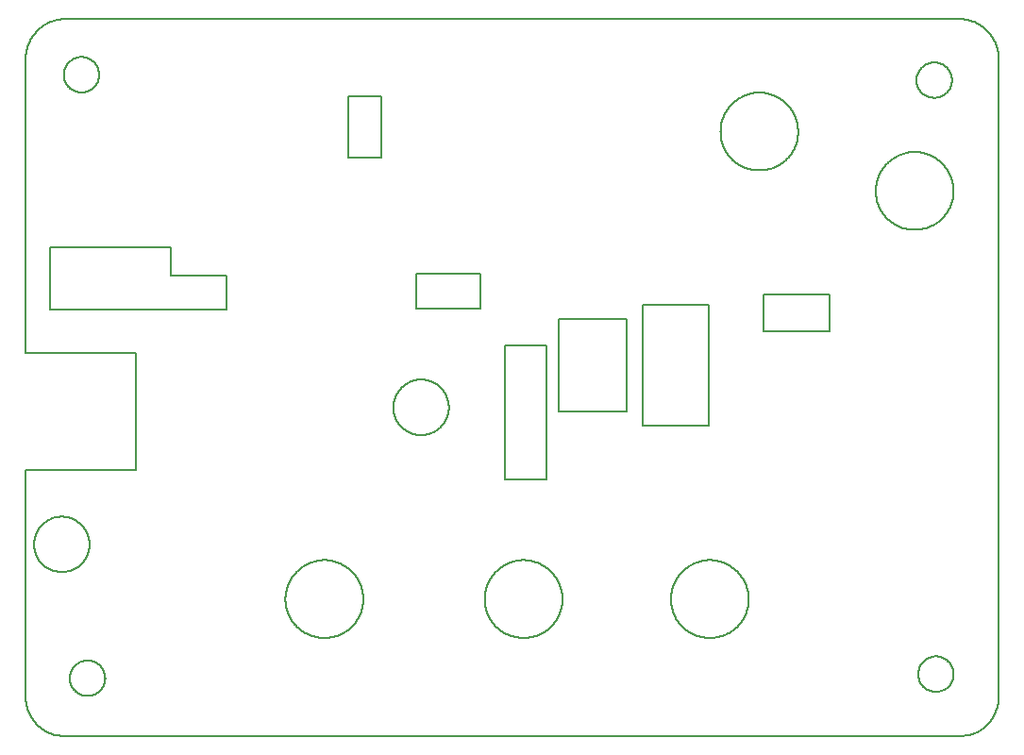
<source format=gm1>
G04 MADE WITH FRITZING*
G04 WWW.FRITZING.ORG*
G04 DOUBLE SIDED*
G04 HOLES PLATED*
G04 CONTOUR ON CENTER OF CONTOUR VECTOR*
%ASAXBY*%
%FSLAX23Y23*%
%MOIN*%
%OFA0B0*%
%SFA1.0B1.0*%
%ADD10C,0.005000*%
%ADD10C,0.008*%
%LNCONTOUR*%
G90*
G70*
G54D10*
G54D10*
X124Y2533D02*
X125Y2533D01*
X126Y2533D01*
X127Y2533D01*
X128Y2533D01*
X129Y2533D01*
X130Y2533D01*
X131Y2533D01*
X132Y2533D01*
X133Y2533D01*
X134Y2533D01*
X135Y2533D01*
X136Y2533D01*
X137Y2533D01*
X138Y2533D01*
X139Y2533D01*
X140Y2533D01*
X141Y2533D01*
X142Y2533D01*
X143Y2533D01*
X144Y2533D01*
X145Y2533D01*
X146Y2533D01*
X147Y2533D01*
X148Y2533D01*
X149Y2533D01*
X150Y2533D01*
X151Y2533D01*
X152Y2533D01*
X153Y2533D01*
X154Y2533D01*
X155Y2533D01*
X156Y2533D01*
X157Y2533D01*
X158Y2533D01*
X159Y2533D01*
X160Y2533D01*
X161Y2533D01*
X162Y2533D01*
X163Y2533D01*
X164Y2533D01*
X165Y2533D01*
X166Y2533D01*
X167Y2533D01*
X168Y2533D01*
X169Y2533D01*
X170Y2533D01*
X171Y2533D01*
X172Y2533D01*
X173Y2533D01*
X174Y2533D01*
X175Y2533D01*
X176Y2533D01*
X177Y2533D01*
X178Y2533D01*
X179Y2533D01*
X180Y2533D01*
X181Y2533D01*
X182Y2533D01*
X183Y2533D01*
X184Y2533D01*
X185Y2533D01*
X186Y2533D01*
X187Y2533D01*
X188Y2533D01*
X189Y2533D01*
X190Y2533D01*
X191Y2533D01*
X192Y2533D01*
X193Y2533D01*
X194Y2533D01*
X195Y2533D01*
X196Y2533D01*
X197Y2533D01*
X198Y2533D01*
X199Y2533D01*
X200Y2533D01*
X201Y2533D01*
X202Y2533D01*
X203Y2533D01*
X204Y2533D01*
X205Y2533D01*
X206Y2533D01*
X207Y2533D01*
X208Y2533D01*
X209Y2533D01*
X210Y2533D01*
X211Y2533D01*
X212Y2533D01*
X213Y2533D01*
X214Y2533D01*
X215Y2533D01*
X216Y2533D01*
X217Y2533D01*
X218Y2533D01*
X219Y2533D01*
X220Y2533D01*
X221Y2533D01*
X222Y2533D01*
X223Y2533D01*
X224Y2533D01*
X225Y2533D01*
X226Y2533D01*
X227Y2533D01*
X228Y2533D01*
X229Y2533D01*
X230Y2533D01*
X231Y2533D01*
X232Y2533D01*
X233Y2533D01*
X234Y2533D01*
X235Y2533D01*
X236Y2533D01*
X237Y2533D01*
X238Y2533D01*
X239Y2533D01*
X240Y2533D01*
X241Y2533D01*
X242Y2533D01*
X243Y2533D01*
X244Y2533D01*
X245Y2533D01*
X246Y2533D01*
X247Y2533D01*
X248Y2533D01*
X249Y2533D01*
X250Y2533D01*
X251Y2533D01*
X252Y2533D01*
X253Y2533D01*
X254Y2533D01*
X255Y2533D01*
X256Y2533D01*
X257Y2533D01*
X258Y2533D01*
X259Y2533D01*
X260Y2533D01*
X261Y2533D01*
X262Y2533D01*
X263Y2533D01*
X264Y2533D01*
X265Y2533D01*
X266Y2533D01*
X267Y2533D01*
X268Y2533D01*
X269Y2533D01*
X270Y2533D01*
X271Y2533D01*
X272Y2533D01*
X273Y2533D01*
X274Y2533D01*
X275Y2533D01*
X276Y2533D01*
X277Y2533D01*
X278Y2533D01*
X279Y2533D01*
X280Y2533D01*
X281Y2533D01*
X282Y2533D01*
X283Y2533D01*
X284Y2533D01*
X285Y2533D01*
X286Y2533D01*
X287Y2533D01*
X288Y2533D01*
X289Y2533D01*
X290Y2533D01*
X291Y2533D01*
X292Y2533D01*
X293Y2533D01*
X294Y2533D01*
X295Y2533D01*
X296Y2533D01*
X297Y2533D01*
X298Y2533D01*
X299Y2533D01*
X300Y2533D01*
X301Y2533D01*
X302Y2533D01*
X303Y2533D01*
X304Y2533D01*
X305Y2533D01*
X306Y2533D01*
X307Y2533D01*
X308Y2533D01*
X309Y2533D01*
X310Y2533D01*
X311Y2533D01*
X312Y2533D01*
X313Y2533D01*
X314Y2533D01*
X315Y2533D01*
X316Y2533D01*
X317Y2533D01*
X318Y2533D01*
X319Y2533D01*
X320Y2533D01*
X321Y2533D01*
X322Y2533D01*
X323Y2533D01*
X324Y2533D01*
X325Y2533D01*
X326Y2533D01*
X327Y2533D01*
X328Y2533D01*
X329Y2533D01*
X330Y2533D01*
X331Y2533D01*
X332Y2533D01*
X333Y2533D01*
X334Y2533D01*
X335Y2533D01*
X336Y2533D01*
X337Y2533D01*
X338Y2533D01*
X339Y2533D01*
X340Y2533D01*
X341Y2533D01*
X342Y2533D01*
X343Y2533D01*
X344Y2533D01*
X345Y2533D01*
X346Y2533D01*
X347Y2533D01*
X348Y2533D01*
X349Y2533D01*
X350Y2533D01*
X351Y2533D01*
X352Y2533D01*
X353Y2533D01*
X354Y2533D01*
X355Y2533D01*
X356Y2533D01*
X357Y2533D01*
X358Y2533D01*
X359Y2533D01*
X360Y2533D01*
X361Y2533D01*
X362Y2533D01*
X363Y2533D01*
X364Y2533D01*
X365Y2533D01*
X366Y2533D01*
X367Y2533D01*
X368Y2533D01*
X369Y2533D01*
X370Y2533D01*
X371Y2533D01*
X372Y2533D01*
X373Y2533D01*
X374Y2533D01*
X375Y2533D01*
X376Y2533D01*
X377Y2533D01*
X378Y2533D01*
X379Y2533D01*
X380Y2533D01*
X381Y2533D01*
X382Y2533D01*
X383Y2533D01*
X384Y2533D01*
X385Y2533D01*
X386Y2533D01*
X387Y2533D01*
X388Y2533D01*
X389Y2533D01*
X390Y2533D01*
X391Y2533D01*
X392Y2533D01*
X393Y2533D01*
X394Y2533D01*
X395Y2533D01*
X396Y2533D01*
X397Y2533D01*
X398Y2533D01*
X399Y2533D01*
X400Y2533D01*
X401Y2533D01*
X402Y2533D01*
X403Y2533D01*
X404Y2533D01*
X405Y2533D01*
X406Y2533D01*
X407Y2533D01*
X408Y2533D01*
X409Y2533D01*
X410Y2533D01*
X411Y2533D01*
X412Y2533D01*
X413Y2533D01*
X414Y2533D01*
X415Y2533D01*
X416Y2533D01*
X417Y2533D01*
X418Y2533D01*
X419Y2533D01*
X420Y2533D01*
X421Y2533D01*
X422Y2533D01*
X423Y2533D01*
X424Y2533D01*
X425Y2533D01*
X426Y2533D01*
X427Y2533D01*
X428Y2533D01*
X429Y2533D01*
X430Y2533D01*
X431Y2533D01*
X432Y2533D01*
X433Y2533D01*
X434Y2533D01*
X435Y2533D01*
X436Y2533D01*
X437Y2533D01*
X438Y2533D01*
X439Y2533D01*
X440Y2533D01*
X441Y2533D01*
X442Y2533D01*
X443Y2533D01*
X444Y2533D01*
X445Y2533D01*
X446Y2533D01*
X447Y2533D01*
X448Y2533D01*
X449Y2533D01*
X450Y2533D01*
X451Y2533D01*
X452Y2533D01*
X453Y2533D01*
X454Y2533D01*
X455Y2533D01*
X456Y2533D01*
X457Y2533D01*
X458Y2533D01*
X459Y2533D01*
X460Y2533D01*
X461Y2533D01*
X462Y2533D01*
X463Y2533D01*
X464Y2533D01*
X465Y2533D01*
X466Y2533D01*
X467Y2533D01*
X468Y2533D01*
X469Y2533D01*
X470Y2533D01*
X471Y2533D01*
X472Y2533D01*
X473Y2533D01*
X474Y2533D01*
X475Y2533D01*
X476Y2533D01*
X477Y2533D01*
X478Y2533D01*
X479Y2533D01*
X480Y2533D01*
X481Y2533D01*
X482Y2533D01*
X483Y2533D01*
X484Y2533D01*
X485Y2533D01*
X486Y2533D01*
X487Y2533D01*
X488Y2533D01*
X489Y2533D01*
X490Y2533D01*
X491Y2533D01*
X492Y2533D01*
X493Y2533D01*
X494Y2533D01*
X495Y2533D01*
X496Y2533D01*
X497Y2533D01*
X498Y2533D01*
X499Y2533D01*
X500Y2533D01*
X501Y2533D01*
X502Y2533D01*
X503Y2533D01*
X504Y2533D01*
X505Y2533D01*
X506Y2533D01*
X507Y2533D01*
X508Y2533D01*
X509Y2533D01*
X510Y2533D01*
X511Y2533D01*
X512Y2533D01*
X513Y2533D01*
X514Y2533D01*
X515Y2533D01*
X516Y2533D01*
X517Y2533D01*
X518Y2533D01*
X519Y2533D01*
X520Y2533D01*
X521Y2533D01*
X522Y2533D01*
X523Y2533D01*
X524Y2533D01*
X525Y2533D01*
X526Y2533D01*
X527Y2533D01*
X528Y2533D01*
X529Y2533D01*
X530Y2533D01*
X531Y2533D01*
X532Y2533D01*
X533Y2533D01*
X534Y2533D01*
X535Y2533D01*
X536Y2533D01*
X537Y2533D01*
X538Y2533D01*
X539Y2533D01*
X540Y2533D01*
X541Y2533D01*
X542Y2533D01*
X543Y2533D01*
X544Y2533D01*
X545Y2533D01*
X546Y2533D01*
X547Y2533D01*
X548Y2533D01*
X549Y2533D01*
X550Y2533D01*
X551Y2533D01*
X552Y2533D01*
X553Y2533D01*
X554Y2533D01*
X555Y2533D01*
X556Y2533D01*
X557Y2533D01*
X558Y2533D01*
X559Y2533D01*
X560Y2533D01*
X561Y2533D01*
X562Y2533D01*
X563Y2533D01*
X564Y2533D01*
X565Y2533D01*
X566Y2533D01*
X567Y2533D01*
X568Y2533D01*
X569Y2533D01*
X570Y2533D01*
X571Y2533D01*
X572Y2533D01*
X573Y2533D01*
X574Y2533D01*
X575Y2533D01*
X576Y2533D01*
X577Y2533D01*
X578Y2533D01*
X579Y2533D01*
X580Y2533D01*
X581Y2533D01*
X582Y2533D01*
X583Y2533D01*
X584Y2533D01*
X585Y2533D01*
X586Y2533D01*
X587Y2533D01*
X588Y2533D01*
X589Y2533D01*
X590Y2533D01*
X591Y2533D01*
X592Y2533D01*
X593Y2533D01*
X594Y2533D01*
X595Y2533D01*
X596Y2533D01*
X597Y2533D01*
X598Y2533D01*
X599Y2533D01*
X600Y2533D01*
X601Y2533D01*
X602Y2533D01*
X603Y2533D01*
X604Y2533D01*
X605Y2533D01*
X606Y2533D01*
X607Y2533D01*
X608Y2533D01*
X609Y2533D01*
X610Y2533D01*
X611Y2533D01*
X612Y2533D01*
X613Y2533D01*
X614Y2533D01*
X615Y2533D01*
X616Y2533D01*
X617Y2533D01*
X618Y2533D01*
X619Y2533D01*
X620Y2533D01*
X621Y2533D01*
X622Y2533D01*
X623Y2533D01*
X624Y2533D01*
X625Y2533D01*
X626Y2533D01*
X627Y2533D01*
X628Y2533D01*
X629Y2533D01*
X630Y2533D01*
X631Y2533D01*
X632Y2533D01*
X633Y2533D01*
X634Y2533D01*
X635Y2533D01*
X636Y2533D01*
X637Y2533D01*
X638Y2533D01*
X639Y2533D01*
X640Y2533D01*
X641Y2533D01*
X642Y2533D01*
X643Y2533D01*
X644Y2533D01*
X645Y2533D01*
X646Y2533D01*
X647Y2533D01*
X648Y2533D01*
X649Y2533D01*
X650Y2533D01*
X651Y2533D01*
X652Y2533D01*
X653Y2533D01*
X654Y2533D01*
X655Y2533D01*
X656Y2533D01*
X657Y2533D01*
X658Y2533D01*
X659Y2533D01*
X660Y2533D01*
X661Y2533D01*
X662Y2533D01*
X663Y2533D01*
X664Y2533D01*
X665Y2533D01*
X666Y2533D01*
X667Y2533D01*
X668Y2533D01*
X669Y2533D01*
X670Y2533D01*
X671Y2533D01*
X672Y2533D01*
X673Y2533D01*
X674Y2533D01*
X675Y2533D01*
X676Y2533D01*
X677Y2533D01*
X678Y2533D01*
X679Y2533D01*
X680Y2533D01*
X681Y2533D01*
X682Y2533D01*
X683Y2533D01*
X684Y2533D01*
X685Y2533D01*
X686Y2533D01*
X687Y2533D01*
X688Y2533D01*
X689Y2533D01*
X690Y2533D01*
X691Y2533D01*
X692Y2533D01*
X693Y2533D01*
X694Y2533D01*
X695Y2533D01*
X696Y2533D01*
X697Y2533D01*
X698Y2533D01*
X699Y2533D01*
X700Y2533D01*
X701Y2533D01*
X702Y2533D01*
X703Y2533D01*
X704Y2533D01*
X705Y2533D01*
X706Y2533D01*
X707Y2533D01*
X708Y2533D01*
X709Y2533D01*
X710Y2533D01*
X711Y2533D01*
X712Y2533D01*
X713Y2533D01*
X714Y2533D01*
X715Y2533D01*
X716Y2533D01*
X717Y2533D01*
X718Y2533D01*
X719Y2533D01*
X720Y2533D01*
X721Y2533D01*
X722Y2533D01*
X723Y2533D01*
X724Y2533D01*
X725Y2533D01*
X726Y2533D01*
X727Y2533D01*
X728Y2533D01*
X729Y2533D01*
X730Y2533D01*
X731Y2533D01*
X732Y2533D01*
X733Y2533D01*
X734Y2533D01*
X735Y2533D01*
X736Y2533D01*
X737Y2533D01*
X738Y2533D01*
X739Y2533D01*
X740Y2533D01*
X741Y2533D01*
X742Y2533D01*
X743Y2533D01*
X744Y2533D01*
X745Y2533D01*
X746Y2533D01*
X747Y2533D01*
X748Y2533D01*
X749Y2533D01*
X750Y2533D01*
X751Y2533D01*
X752Y2533D01*
X753Y2533D01*
X754Y2533D01*
X755Y2533D01*
X756Y2533D01*
X757Y2533D01*
X758Y2533D01*
X759Y2533D01*
X760Y2533D01*
X761Y2533D01*
X762Y2533D01*
X763Y2533D01*
X764Y2533D01*
X765Y2533D01*
X766Y2533D01*
X767Y2533D01*
X768Y2533D01*
X769Y2533D01*
X770Y2533D01*
X771Y2533D01*
X772Y2533D01*
X773Y2533D01*
X774Y2533D01*
X775Y2533D01*
X776Y2533D01*
X777Y2533D01*
X778Y2533D01*
X779Y2533D01*
X780Y2533D01*
X781Y2533D01*
X782Y2533D01*
X783Y2533D01*
X784Y2533D01*
X785Y2533D01*
X786Y2533D01*
X787Y2533D01*
X788Y2533D01*
X789Y2533D01*
X790Y2533D01*
X791Y2533D01*
X792Y2533D01*
X793Y2533D01*
X794Y2533D01*
X795Y2533D01*
X796Y2533D01*
X797Y2533D01*
X798Y2533D01*
X799Y2533D01*
X800Y2533D01*
X801Y2533D01*
X802Y2533D01*
X803Y2533D01*
X804Y2533D01*
X805Y2533D01*
X806Y2533D01*
X807Y2533D01*
X808Y2533D01*
X809Y2533D01*
X810Y2533D01*
X811Y2533D01*
X812Y2533D01*
X813Y2533D01*
X814Y2533D01*
X815Y2533D01*
X816Y2533D01*
X817Y2533D01*
X818Y2533D01*
X819Y2533D01*
X820Y2533D01*
X821Y2533D01*
X822Y2533D01*
X823Y2533D01*
X824Y2533D01*
X825Y2533D01*
X826Y2533D01*
X827Y2533D01*
X828Y2533D01*
X829Y2533D01*
X830Y2533D01*
X831Y2533D01*
X832Y2533D01*
X833Y2533D01*
X834Y2533D01*
X835Y2533D01*
X836Y2533D01*
X837Y2533D01*
X838Y2533D01*
X839Y2533D01*
X840Y2533D01*
X841Y2533D01*
X842Y2533D01*
X843Y2533D01*
X844Y2533D01*
X845Y2533D01*
X846Y2533D01*
X847Y2533D01*
X848Y2533D01*
X849Y2533D01*
X850Y2533D01*
X851Y2533D01*
X852Y2533D01*
X853Y2533D01*
X854Y2533D01*
X855Y2533D01*
X856Y2533D01*
X857Y2533D01*
X858Y2533D01*
X859Y2533D01*
X860Y2533D01*
X861Y2533D01*
X862Y2533D01*
X863Y2533D01*
X864Y2533D01*
X865Y2533D01*
X866Y2533D01*
X867Y2533D01*
X868Y2533D01*
X869Y2533D01*
X870Y2533D01*
X871Y2533D01*
X872Y2533D01*
X873Y2533D01*
X874Y2533D01*
X875Y2533D01*
X876Y2533D01*
X877Y2533D01*
X878Y2533D01*
X879Y2533D01*
X880Y2533D01*
X881Y2533D01*
X882Y2533D01*
X883Y2533D01*
X884Y2533D01*
X885Y2533D01*
X886Y2533D01*
X887Y2533D01*
X888Y2533D01*
X889Y2533D01*
X890Y2533D01*
X891Y2533D01*
X892Y2533D01*
X893Y2533D01*
X894Y2533D01*
X895Y2533D01*
X896Y2533D01*
X897Y2533D01*
X898Y2533D01*
X899Y2533D01*
X900Y2533D01*
X901Y2533D01*
X902Y2533D01*
X903Y2533D01*
X904Y2533D01*
X905Y2533D01*
X906Y2533D01*
X907Y2533D01*
X908Y2533D01*
X909Y2533D01*
X910Y2533D01*
X911Y2533D01*
X912Y2533D01*
X913Y2533D01*
X914Y2533D01*
X915Y2533D01*
X916Y2533D01*
X917Y2533D01*
X918Y2533D01*
X919Y2533D01*
X920Y2533D01*
X921Y2533D01*
X922Y2533D01*
X923Y2533D01*
X924Y2533D01*
X925Y2533D01*
X926Y2533D01*
X927Y2533D01*
X928Y2533D01*
X929Y2533D01*
X930Y2533D01*
X931Y2533D01*
X932Y2533D01*
X933Y2533D01*
X934Y2533D01*
X935Y2533D01*
X936Y2533D01*
X937Y2533D01*
X938Y2533D01*
X939Y2533D01*
X940Y2533D01*
X941Y2533D01*
X942Y2533D01*
X943Y2533D01*
X944Y2533D01*
X945Y2533D01*
X946Y2533D01*
X947Y2533D01*
X948Y2533D01*
X949Y2533D01*
X950Y2533D01*
X951Y2533D01*
X952Y2533D01*
X953Y2533D01*
X954Y2533D01*
X955Y2533D01*
X956Y2533D01*
X957Y2533D01*
X958Y2533D01*
X959Y2533D01*
X960Y2533D01*
X961Y2533D01*
X962Y2533D01*
X963Y2533D01*
X964Y2533D01*
X965Y2533D01*
X966Y2533D01*
X967Y2533D01*
X968Y2533D01*
X969Y2533D01*
X970Y2533D01*
X971Y2533D01*
X972Y2533D01*
X973Y2533D01*
X974Y2533D01*
X975Y2533D01*
X976Y2533D01*
X977Y2533D01*
X978Y2533D01*
X979Y2533D01*
X980Y2533D01*
X981Y2533D01*
X982Y2533D01*
X983Y2533D01*
X984Y2533D01*
X985Y2533D01*
X986Y2533D01*
X987Y2533D01*
X988Y2533D01*
X989Y2533D01*
X990Y2533D01*
X991Y2533D01*
X992Y2533D01*
X993Y2533D01*
X994Y2533D01*
X995Y2533D01*
X996Y2533D01*
X997Y2533D01*
X998Y2533D01*
X999Y2533D01*
X1000Y2533D01*
X1001Y2533D01*
X1002Y2533D01*
X1003Y2533D01*
X1004Y2533D01*
X1005Y2533D01*
X1006Y2533D01*
X1007Y2533D01*
X1008Y2533D01*
X1009Y2533D01*
X1010Y2533D01*
X1011Y2533D01*
X1012Y2533D01*
X1013Y2533D01*
X1014Y2533D01*
X1015Y2533D01*
X1016Y2533D01*
X1017Y2533D01*
X1018Y2533D01*
X1019Y2533D01*
X1020Y2533D01*
X1021Y2533D01*
X1022Y2533D01*
X1023Y2533D01*
X1024Y2533D01*
X1025Y2533D01*
X1026Y2533D01*
X1027Y2533D01*
X1028Y2533D01*
X1029Y2533D01*
X1030Y2533D01*
X1031Y2533D01*
X1032Y2533D01*
X1033Y2533D01*
X1034Y2533D01*
X1035Y2533D01*
X1036Y2533D01*
X1037Y2533D01*
X1038Y2533D01*
X1039Y2533D01*
X1040Y2533D01*
X1041Y2533D01*
X1042Y2533D01*
X1043Y2533D01*
X1044Y2533D01*
X1045Y2533D01*
X1046Y2533D01*
X1047Y2533D01*
X1048Y2533D01*
X1049Y2533D01*
X1050Y2533D01*
X1051Y2533D01*
X1052Y2533D01*
X1053Y2533D01*
X1054Y2533D01*
X1055Y2533D01*
X1056Y2533D01*
X1057Y2533D01*
X1058Y2533D01*
X1059Y2533D01*
X1060Y2533D01*
X1061Y2533D01*
X1062Y2533D01*
X1063Y2533D01*
X1064Y2533D01*
X1065Y2533D01*
X1066Y2533D01*
X1067Y2533D01*
X1068Y2533D01*
X1069Y2533D01*
X1070Y2533D01*
X1071Y2533D01*
X1072Y2533D01*
X1073Y2533D01*
X1074Y2533D01*
X1075Y2533D01*
X1076Y2533D01*
X1077Y2533D01*
X1078Y2533D01*
X1079Y2533D01*
X1080Y2533D01*
X1081Y2533D01*
X1082Y2533D01*
X1083Y2533D01*
X1084Y2533D01*
X1085Y2533D01*
X1086Y2533D01*
X1087Y2533D01*
X1088Y2533D01*
X1089Y2533D01*
X1090Y2533D01*
X1091Y2533D01*
X1092Y2533D01*
X1093Y2533D01*
X1094Y2533D01*
X1095Y2533D01*
X1096Y2533D01*
X1097Y2533D01*
X1098Y2533D01*
X1099Y2533D01*
X1100Y2533D01*
X1101Y2533D01*
X1102Y2533D01*
X1103Y2533D01*
X1104Y2533D01*
X1105Y2533D01*
X1106Y2533D01*
X1107Y2533D01*
X1108Y2533D01*
X1109Y2533D01*
X1110Y2533D01*
X1111Y2533D01*
X1112Y2533D01*
X1113Y2533D01*
X1114Y2533D01*
X1115Y2533D01*
X1116Y2533D01*
X1117Y2533D01*
X1118Y2533D01*
X1119Y2533D01*
X1120Y2533D01*
X1121Y2533D01*
X1122Y2533D01*
X1123Y2533D01*
X1124Y2533D01*
X1125Y2533D01*
X1126Y2533D01*
X1127Y2533D01*
X1128Y2533D01*
X1129Y2533D01*
X1130Y2533D01*
X1131Y2533D01*
X1132Y2533D01*
X1133Y2533D01*
X1134Y2533D01*
X1135Y2533D01*
X1136Y2533D01*
X1137Y2533D01*
X1138Y2533D01*
X1139Y2533D01*
X1140Y2533D01*
X1141Y2533D01*
X1142Y2533D01*
X1143Y2533D01*
X1144Y2533D01*
X1145Y2533D01*
X1146Y2533D01*
X1147Y2533D01*
X1148Y2533D01*
X1149Y2533D01*
X1150Y2533D01*
X1151Y2533D01*
X1152Y2533D01*
X1153Y2533D01*
X1154Y2533D01*
X1155Y2533D01*
X1156Y2533D01*
X1157Y2533D01*
X1158Y2533D01*
X1159Y2533D01*
X1160Y2533D01*
X1161Y2533D01*
X1162Y2533D01*
X1163Y2533D01*
X1164Y2533D01*
X1165Y2533D01*
X1166Y2533D01*
X1167Y2533D01*
X1168Y2533D01*
X1169Y2533D01*
X1170Y2533D01*
X1171Y2533D01*
X1172Y2533D01*
X1173Y2533D01*
X1174Y2533D01*
X1175Y2533D01*
X1176Y2533D01*
X1177Y2533D01*
X1178Y2533D01*
X1179Y2533D01*
X1180Y2533D01*
X1181Y2533D01*
X1182Y2533D01*
X1183Y2533D01*
X1184Y2533D01*
X1185Y2533D01*
X1186Y2533D01*
X1187Y2533D01*
X1188Y2533D01*
X1189Y2533D01*
X1190Y2533D01*
X1191Y2533D01*
X1192Y2533D01*
X1193Y2533D01*
X1194Y2533D01*
X1195Y2533D01*
X1196Y2533D01*
X1197Y2533D01*
X1198Y2533D01*
X1199Y2533D01*
X1200Y2533D01*
X1201Y2533D01*
X1202Y2533D01*
X1203Y2533D01*
X1204Y2533D01*
X1205Y2533D01*
X1206Y2533D01*
X1207Y2533D01*
X1208Y2533D01*
X1209Y2533D01*
X1210Y2533D01*
X1211Y2533D01*
X1212Y2533D01*
X1213Y2533D01*
X1214Y2533D01*
X1215Y2533D01*
X1216Y2533D01*
X1217Y2533D01*
X1218Y2533D01*
X1219Y2533D01*
X1220Y2533D01*
X1221Y2533D01*
X1222Y2533D01*
X1223Y2533D01*
X1224Y2533D01*
X1225Y2533D01*
X1226Y2533D01*
X1227Y2533D01*
X1228Y2533D01*
X1229Y2533D01*
X1230Y2533D01*
X1231Y2533D01*
X1232Y2533D01*
X1233Y2533D01*
X1234Y2533D01*
X1235Y2533D01*
X1236Y2533D01*
X1237Y2533D01*
X1238Y2533D01*
X1239Y2533D01*
X1240Y2533D01*
X1241Y2533D01*
X1242Y2533D01*
X1243Y2533D01*
X1244Y2533D01*
X1245Y2533D01*
X1246Y2533D01*
X1247Y2533D01*
X1248Y2533D01*
X1249Y2533D01*
X1250Y2533D01*
X1251Y2533D01*
X1252Y2533D01*
X1253Y2533D01*
X1254Y2533D01*
X1255Y2533D01*
X1256Y2533D01*
X1257Y2533D01*
X1258Y2533D01*
X1259Y2533D01*
X1260Y2533D01*
X1261Y2533D01*
X1262Y2533D01*
X1263Y2533D01*
X1264Y2533D01*
X1265Y2533D01*
X1266Y2533D01*
X1267Y2533D01*
X1268Y2533D01*
X1269Y2533D01*
X1270Y2533D01*
X1271Y2533D01*
X1272Y2533D01*
X1273Y2533D01*
X1274Y2533D01*
X1275Y2533D01*
X1276Y2533D01*
X1277Y2533D01*
X1278Y2533D01*
X1279Y2533D01*
X1280Y2533D01*
X1281Y2533D01*
X1282Y2533D01*
X1283Y2533D01*
X1284Y2533D01*
X1285Y2533D01*
X1286Y2533D01*
X1287Y2533D01*
X1288Y2533D01*
X1289Y2533D01*
X1290Y2533D01*
X1291Y2533D01*
X1292Y2533D01*
X1293Y2533D01*
X1294Y2533D01*
X1295Y2533D01*
X1296Y2533D01*
X1297Y2533D01*
X1298Y2533D01*
X1299Y2533D01*
X1300Y2533D01*
X1301Y2533D01*
X1302Y2533D01*
X1303Y2533D01*
X1304Y2533D01*
X1305Y2533D01*
X1306Y2533D01*
X1307Y2533D01*
X1308Y2533D01*
X1309Y2533D01*
X1310Y2533D01*
X1311Y2533D01*
X1312Y2533D01*
X1313Y2533D01*
X1314Y2533D01*
X1315Y2533D01*
X1316Y2533D01*
X1317Y2533D01*
X1318Y2533D01*
X1319Y2533D01*
X1320Y2533D01*
X1321Y2533D01*
X1322Y2533D01*
X1323Y2533D01*
X1324Y2533D01*
X1325Y2533D01*
X1326Y2533D01*
X1327Y2533D01*
X1328Y2533D01*
X1329Y2533D01*
X1330Y2533D01*
X1331Y2533D01*
X1332Y2533D01*
X1333Y2533D01*
X1334Y2533D01*
X1335Y2533D01*
X1336Y2533D01*
X1337Y2533D01*
X1338Y2533D01*
X1339Y2533D01*
X1340Y2533D01*
X1341Y2533D01*
X1342Y2533D01*
X1343Y2533D01*
X1344Y2533D01*
X1345Y2533D01*
X1346Y2533D01*
X1347Y2533D01*
X1348Y2533D01*
X1349Y2533D01*
X1350Y2533D01*
X1351Y2533D01*
X1352Y2533D01*
X1353Y2533D01*
X1354Y2533D01*
X1355Y2533D01*
X1356Y2533D01*
X1357Y2533D01*
X1358Y2533D01*
X1359Y2533D01*
X1360Y2533D01*
X1361Y2533D01*
X1362Y2533D01*
X1363Y2533D01*
X1364Y2533D01*
X1365Y2533D01*
X1366Y2533D01*
X1367Y2533D01*
X1368Y2533D01*
X1369Y2533D01*
X1370Y2533D01*
X1371Y2533D01*
X1372Y2533D01*
X1373Y2533D01*
X1374Y2533D01*
X1375Y2533D01*
X1376Y2533D01*
X1377Y2533D01*
X1378Y2533D01*
X1379Y2533D01*
X1380Y2533D01*
X1381Y2533D01*
X1382Y2533D01*
X1383Y2533D01*
X1384Y2533D01*
X1385Y2533D01*
X1386Y2533D01*
X1387Y2533D01*
X1388Y2533D01*
X1389Y2533D01*
X1390Y2533D01*
X1391Y2533D01*
X1392Y2533D01*
X1393Y2533D01*
X1394Y2533D01*
X1395Y2533D01*
X1396Y2533D01*
X1397Y2533D01*
X1398Y2533D01*
X1399Y2533D01*
X1400Y2533D01*
X1401Y2533D01*
X1402Y2533D01*
X1403Y2533D01*
X1404Y2533D01*
X1405Y2533D01*
X1406Y2533D01*
X1407Y2533D01*
X1408Y2533D01*
X1409Y2533D01*
X1410Y2533D01*
X1411Y2533D01*
X1412Y2533D01*
X1413Y2533D01*
X1414Y2533D01*
X1415Y2533D01*
X1416Y2533D01*
X1417Y2533D01*
X1418Y2533D01*
X1419Y2533D01*
X1420Y2533D01*
X1421Y2533D01*
X1422Y2533D01*
X1423Y2533D01*
X1424Y2533D01*
X1425Y2533D01*
X1426Y2533D01*
X1427Y2533D01*
X1428Y2533D01*
X1429Y2533D01*
X1430Y2533D01*
X1431Y2533D01*
X1432Y2533D01*
X1433Y2533D01*
X1434Y2533D01*
X1435Y2533D01*
X1436Y2533D01*
X1437Y2533D01*
X1438Y2533D01*
X1439Y2533D01*
X1440Y2533D01*
X1441Y2533D01*
X1442Y2533D01*
X1443Y2533D01*
X1444Y2533D01*
X1445Y2533D01*
X1446Y2533D01*
X1447Y2533D01*
X1448Y2533D01*
X1449Y2533D01*
X1450Y2533D01*
X1451Y2533D01*
X1452Y2533D01*
X1453Y2533D01*
X1454Y2533D01*
X1455Y2533D01*
X1456Y2533D01*
X1457Y2533D01*
X1458Y2533D01*
X1459Y2533D01*
X1460Y2533D01*
X1461Y2533D01*
X1462Y2533D01*
X1463Y2533D01*
X1464Y2533D01*
X1465Y2533D01*
X1466Y2533D01*
X1467Y2533D01*
X1468Y2533D01*
X1469Y2533D01*
X1470Y2533D01*
X1471Y2533D01*
X1472Y2533D01*
X1473Y2533D01*
X1474Y2533D01*
X1475Y2533D01*
X1476Y2533D01*
X1477Y2533D01*
X1478Y2533D01*
X1479Y2533D01*
X1480Y2533D01*
X1481Y2533D01*
X1482Y2533D01*
X1483Y2533D01*
X1484Y2533D01*
X1485Y2533D01*
X1486Y2533D01*
X1487Y2533D01*
X1488Y2533D01*
X1489Y2533D01*
X1490Y2533D01*
X1491Y2533D01*
X1492Y2533D01*
X1493Y2533D01*
X1494Y2533D01*
X1495Y2533D01*
X1496Y2533D01*
X1497Y2533D01*
X1498Y2533D01*
X1499Y2533D01*
X1500Y2533D01*
X1501Y2533D01*
X1502Y2533D01*
X1503Y2533D01*
X1504Y2533D01*
X1505Y2533D01*
X1506Y2533D01*
X1507Y2533D01*
X1508Y2533D01*
X1509Y2533D01*
X1510Y2533D01*
X1511Y2533D01*
X1512Y2533D01*
X1513Y2533D01*
X1514Y2533D01*
X1515Y2533D01*
X1516Y2533D01*
X1517Y2533D01*
X1518Y2533D01*
X1519Y2533D01*
X1520Y2533D01*
X1521Y2533D01*
X1522Y2533D01*
X1523Y2533D01*
X1524Y2533D01*
X1525Y2533D01*
X1526Y2533D01*
X1527Y2533D01*
X1528Y2533D01*
X1529Y2533D01*
X1530Y2533D01*
X1531Y2533D01*
X1532Y2533D01*
X1533Y2533D01*
X1534Y2533D01*
X1535Y2533D01*
X1536Y2533D01*
X1537Y2533D01*
X1538Y2533D01*
X1539Y2533D01*
X1540Y2533D01*
X1541Y2533D01*
X1542Y2533D01*
X1543Y2533D01*
X1544Y2533D01*
X1545Y2533D01*
X1546Y2533D01*
X1547Y2533D01*
X1548Y2533D01*
X1549Y2533D01*
X1550Y2533D01*
X1551Y2533D01*
X1552Y2533D01*
X1553Y2533D01*
X1554Y2533D01*
X1555Y2533D01*
X1556Y2533D01*
X1557Y2533D01*
X1558Y2533D01*
X1559Y2533D01*
X1560Y2533D01*
X1561Y2533D01*
X1562Y2533D01*
X1563Y2533D01*
X1564Y2533D01*
X1565Y2533D01*
X1566Y2533D01*
X1567Y2533D01*
X1568Y2533D01*
X1569Y2533D01*
X1570Y2533D01*
X1571Y2533D01*
X1572Y2533D01*
X1573Y2533D01*
X1574Y2533D01*
X1575Y2533D01*
X1576Y2533D01*
X1577Y2533D01*
X1578Y2533D01*
X1579Y2533D01*
X1580Y2533D01*
X1581Y2533D01*
X1582Y2533D01*
X1583Y2533D01*
X1584Y2533D01*
X1585Y2533D01*
X1586Y2533D01*
X1587Y2533D01*
X1588Y2533D01*
X1589Y2533D01*
X1590Y2533D01*
X1591Y2533D01*
X1592Y2533D01*
X1593Y2533D01*
X1594Y2533D01*
X1595Y2533D01*
X1596Y2533D01*
X1597Y2533D01*
X1598Y2533D01*
X1599Y2533D01*
X1600Y2533D01*
X1601Y2533D01*
X1602Y2533D01*
X1603Y2533D01*
X1604Y2533D01*
X1605Y2533D01*
X1606Y2533D01*
X1607Y2533D01*
X1608Y2533D01*
X1609Y2533D01*
X1610Y2533D01*
X1611Y2533D01*
X1612Y2533D01*
X1613Y2533D01*
X1614Y2533D01*
X1615Y2533D01*
X1616Y2533D01*
X1617Y2533D01*
X1618Y2533D01*
X1619Y2533D01*
X1620Y2533D01*
X1621Y2533D01*
X1622Y2533D01*
X1623Y2533D01*
X1624Y2533D01*
X1625Y2533D01*
X1626Y2533D01*
X1627Y2533D01*
X1628Y2533D01*
X1629Y2533D01*
X1630Y2533D01*
X1631Y2533D01*
X1632Y2533D01*
X1633Y2533D01*
X1634Y2533D01*
X1635Y2533D01*
X1636Y2533D01*
X1637Y2533D01*
X1638Y2533D01*
X1639Y2533D01*
X1640Y2533D01*
X1641Y2533D01*
X1642Y2533D01*
X1643Y2533D01*
X1644Y2533D01*
X1645Y2533D01*
X1646Y2533D01*
X1647Y2533D01*
X1648Y2533D01*
X1649Y2533D01*
X1650Y2533D01*
X1651Y2533D01*
X1652Y2533D01*
X1653Y2533D01*
X1654Y2533D01*
X1655Y2533D01*
X1656Y2533D01*
X1657Y2533D01*
X1658Y2533D01*
X1659Y2533D01*
X1660Y2533D01*
X1661Y2533D01*
X1662Y2533D01*
X1663Y2533D01*
X1664Y2533D01*
X1665Y2533D01*
X1666Y2533D01*
X1667Y2533D01*
X1668Y2533D01*
X1669Y2533D01*
X1670Y2533D01*
X1671Y2533D01*
X1672Y2533D01*
X1673Y2533D01*
X1674Y2533D01*
X1675Y2533D01*
X1676Y2533D01*
X1677Y2533D01*
X1678Y2533D01*
X1679Y2533D01*
X1680Y2533D01*
X1681Y2533D01*
X1682Y2533D01*
X1683Y2533D01*
X1684Y2533D01*
X1685Y2533D01*
X1686Y2533D01*
X1687Y2533D01*
X1688Y2533D01*
X1689Y2533D01*
X1690Y2533D01*
X1691Y2533D01*
X1692Y2533D01*
X1693Y2533D01*
X1694Y2533D01*
X1695Y2533D01*
X1696Y2533D01*
X1697Y2533D01*
X1698Y2533D01*
X1699Y2533D01*
X1700Y2533D01*
X1701Y2533D01*
X1702Y2533D01*
X1703Y2533D01*
X1704Y2533D01*
X1705Y2533D01*
X1706Y2533D01*
X1707Y2533D01*
X1708Y2533D01*
X1709Y2533D01*
X1710Y2533D01*
X1711Y2533D01*
X1712Y2533D01*
X1713Y2533D01*
X1714Y2533D01*
X1715Y2533D01*
X1716Y2533D01*
X1717Y2533D01*
X1718Y2533D01*
X1719Y2533D01*
X1720Y2533D01*
X1721Y2533D01*
X1722Y2533D01*
X1723Y2533D01*
X1724Y2533D01*
X1725Y2533D01*
X1726Y2533D01*
X1727Y2533D01*
X1728Y2533D01*
X1729Y2533D01*
X1730Y2533D01*
X1731Y2533D01*
X1732Y2533D01*
X1733Y2533D01*
X1734Y2533D01*
X1735Y2533D01*
X1736Y2533D01*
X1737Y2533D01*
X1738Y2533D01*
X1739Y2533D01*
X1740Y2533D01*
X1741Y2533D01*
X1742Y2533D01*
X1743Y2533D01*
X1744Y2533D01*
X1745Y2533D01*
X1746Y2533D01*
X1747Y2533D01*
X1748Y2533D01*
X1749Y2533D01*
X1750Y2533D01*
X1751Y2533D01*
X1752Y2533D01*
X1753Y2533D01*
X1754Y2533D01*
X1755Y2533D01*
X1756Y2533D01*
X1757Y2533D01*
X1758Y2533D01*
X1759Y2533D01*
X1760Y2533D01*
X1761Y2533D01*
X1762Y2533D01*
X1763Y2533D01*
X1764Y2533D01*
X1765Y2533D01*
X1766Y2533D01*
X1767Y2533D01*
X1768Y2533D01*
X1769Y2533D01*
X1770Y2533D01*
X1771Y2533D01*
X1772Y2533D01*
X1773Y2533D01*
X1774Y2533D01*
X1775Y2533D01*
X1776Y2533D01*
X1777Y2533D01*
X1778Y2533D01*
X1779Y2533D01*
X1780Y2533D01*
X1781Y2533D01*
X1782Y2533D01*
X1783Y2533D01*
X1784Y2533D01*
X1785Y2533D01*
X1786Y2533D01*
X1787Y2533D01*
X1788Y2533D01*
X1789Y2533D01*
X1790Y2533D01*
X1791Y2533D01*
X1792Y2533D01*
X1793Y2533D01*
X1794Y2533D01*
X1795Y2533D01*
X1796Y2533D01*
X1797Y2533D01*
X1798Y2533D01*
X1799Y2533D01*
X1800Y2533D01*
X1801Y2533D01*
X1802Y2533D01*
X1803Y2533D01*
X1804Y2533D01*
X1805Y2533D01*
X1806Y2533D01*
X1807Y2533D01*
X1808Y2533D01*
X1809Y2533D01*
X1810Y2533D01*
X1811Y2533D01*
X1812Y2533D01*
X1813Y2533D01*
X1814Y2533D01*
X1815Y2533D01*
X1816Y2533D01*
X1817Y2533D01*
X1818Y2533D01*
X1819Y2533D01*
X1820Y2533D01*
X1821Y2533D01*
X1822Y2533D01*
X1823Y2533D01*
X1824Y2533D01*
X1825Y2533D01*
X1826Y2533D01*
X1827Y2533D01*
X1828Y2533D01*
X1829Y2533D01*
X1830Y2533D01*
X1831Y2533D01*
X1832Y2533D01*
X1833Y2533D01*
X1834Y2533D01*
X1835Y2533D01*
X1836Y2533D01*
X1837Y2533D01*
X1838Y2533D01*
X1839Y2533D01*
X1840Y2533D01*
X1841Y2533D01*
X1842Y2533D01*
X1843Y2533D01*
X1844Y2533D01*
X1845Y2533D01*
X1846Y2533D01*
X1847Y2533D01*
X1848Y2533D01*
X1849Y2533D01*
X1850Y2533D01*
X1851Y2533D01*
X1852Y2533D01*
X1853Y2533D01*
X1854Y2533D01*
X1855Y2533D01*
X1856Y2533D01*
X1857Y2533D01*
X1858Y2533D01*
X1859Y2533D01*
X1860Y2533D01*
X1861Y2533D01*
X1862Y2533D01*
X1863Y2533D01*
X1864Y2533D01*
X1865Y2533D01*
X1866Y2533D01*
X1867Y2533D01*
X1868Y2533D01*
X1869Y2533D01*
X1870Y2533D01*
X1871Y2533D01*
X1872Y2533D01*
X1873Y2533D01*
X1874Y2533D01*
X1875Y2533D01*
X1876Y2533D01*
X1877Y2533D01*
X1878Y2533D01*
X1879Y2533D01*
X1880Y2533D01*
X1881Y2533D01*
X1882Y2533D01*
X1883Y2533D01*
X1884Y2533D01*
X1885Y2533D01*
X1886Y2533D01*
X1887Y2533D01*
X1888Y2533D01*
X1889Y2533D01*
X1890Y2533D01*
X1891Y2533D01*
X1892Y2533D01*
X1893Y2533D01*
X1894Y2533D01*
X1895Y2533D01*
X1896Y2533D01*
X1897Y2533D01*
X1898Y2533D01*
X1899Y2533D01*
X1900Y2533D01*
X1901Y2533D01*
X1902Y2533D01*
X1903Y2533D01*
X1904Y2533D01*
X1905Y2533D01*
X1906Y2533D01*
X1907Y2533D01*
X1908Y2533D01*
X1909Y2533D01*
X1910Y2533D01*
X1911Y2533D01*
X1912Y2533D01*
X1913Y2533D01*
X1914Y2533D01*
X1915Y2533D01*
X1916Y2533D01*
X1917Y2533D01*
X1918Y2533D01*
X1919Y2533D01*
X1920Y2533D01*
X1921Y2533D01*
X1922Y2533D01*
X1923Y2533D01*
X1924Y2533D01*
X1925Y2533D01*
X1926Y2533D01*
X1927Y2533D01*
X1928Y2533D01*
X1929Y2533D01*
X1930Y2533D01*
X1931Y2533D01*
X1932Y2533D01*
X1933Y2533D01*
X1934Y2533D01*
X1935Y2533D01*
X1936Y2533D01*
X1937Y2533D01*
X1938Y2533D01*
X1939Y2533D01*
X1940Y2533D01*
X1941Y2533D01*
X1942Y2533D01*
X1943Y2533D01*
X1944Y2533D01*
X1945Y2533D01*
X1946Y2533D01*
X1947Y2533D01*
X1948Y2533D01*
X1949Y2533D01*
X1950Y2533D01*
X1951Y2533D01*
X1952Y2533D01*
X1953Y2533D01*
X1954Y2533D01*
X1955Y2533D01*
X1956Y2533D01*
X1957Y2533D01*
X1958Y2533D01*
X1959Y2533D01*
X1960Y2533D01*
X1961Y2533D01*
X1962Y2533D01*
X1963Y2533D01*
X1964Y2533D01*
X1965Y2533D01*
X1966Y2533D01*
X1967Y2533D01*
X1968Y2533D01*
X1969Y2533D01*
X1970Y2533D01*
X1971Y2533D01*
X1972Y2533D01*
X1973Y2533D01*
X1974Y2533D01*
X1975Y2533D01*
X1976Y2533D01*
X1977Y2533D01*
X1978Y2533D01*
X1979Y2533D01*
X1980Y2533D01*
X1981Y2533D01*
X1982Y2533D01*
X1983Y2533D01*
X1984Y2533D01*
X1985Y2533D01*
X1986Y2533D01*
X1987Y2533D01*
X1988Y2533D01*
X1989Y2533D01*
X1990Y2533D01*
X1991Y2533D01*
X1992Y2533D01*
X1993Y2533D01*
X1994Y2533D01*
X1995Y2533D01*
X1996Y2533D01*
X1997Y2533D01*
X1998Y2533D01*
X1999Y2533D01*
X2000Y2533D01*
X2001Y2533D01*
X2002Y2533D01*
X2003Y2533D01*
X2004Y2533D01*
X2005Y2533D01*
X2006Y2533D01*
X2007Y2533D01*
X2008Y2533D01*
X2009Y2533D01*
X2010Y2533D01*
X2011Y2533D01*
X2012Y2533D01*
X2013Y2533D01*
X2014Y2533D01*
X2015Y2533D01*
X2016Y2533D01*
X2017Y2533D01*
X2018Y2533D01*
X2019Y2533D01*
X2020Y2533D01*
X2021Y2533D01*
X2022Y2533D01*
X2023Y2533D01*
X2024Y2533D01*
X2025Y2533D01*
X2026Y2533D01*
X2027Y2533D01*
X2028Y2533D01*
X2029Y2533D01*
X2030Y2533D01*
X2031Y2533D01*
X2032Y2533D01*
X2033Y2533D01*
X2034Y2533D01*
X2035Y2533D01*
X2036Y2533D01*
X2037Y2533D01*
X2038Y2533D01*
X2039Y2533D01*
X2040Y2533D01*
X2041Y2533D01*
X2042Y2533D01*
X2043Y2533D01*
X2044Y2533D01*
X2045Y2533D01*
X2046Y2533D01*
X2047Y2533D01*
X2048Y2533D01*
X2049Y2533D01*
X2050Y2533D01*
X2051Y2533D01*
X2052Y2533D01*
X2053Y2533D01*
X2054Y2533D01*
X2055Y2533D01*
X2056Y2533D01*
X2057Y2533D01*
X2058Y2533D01*
X2059Y2533D01*
X2060Y2533D01*
X2061Y2533D01*
X2062Y2533D01*
X2063Y2533D01*
X2064Y2533D01*
X2065Y2533D01*
X2066Y2533D01*
X2067Y2533D01*
X2068Y2533D01*
X2069Y2533D01*
X2070Y2533D01*
X2071Y2533D01*
X2072Y2533D01*
X2073Y2533D01*
X2074Y2533D01*
X2075Y2533D01*
X2076Y2533D01*
X2077Y2533D01*
X2078Y2533D01*
X2079Y2533D01*
X2080Y2533D01*
X2081Y2533D01*
X2082Y2533D01*
X2083Y2533D01*
X2084Y2533D01*
X2085Y2533D01*
X2086Y2533D01*
X2087Y2533D01*
X2088Y2533D01*
X2089Y2533D01*
X2090Y2533D01*
X2091Y2533D01*
X2092Y2533D01*
X2093Y2533D01*
X2094Y2533D01*
X2095Y2533D01*
X2096Y2533D01*
X2097Y2533D01*
X2098Y2533D01*
X2099Y2533D01*
X2100Y2533D01*
X2101Y2533D01*
X2102Y2533D01*
X2103Y2533D01*
X2104Y2533D01*
X2105Y2533D01*
X2106Y2533D01*
X2107Y2533D01*
X2108Y2533D01*
X2109Y2533D01*
X2110Y2533D01*
X2111Y2533D01*
X2112Y2533D01*
X2113Y2533D01*
X2114Y2533D01*
X2115Y2533D01*
X2116Y2533D01*
X2117Y2533D01*
X2118Y2533D01*
X2119Y2533D01*
X2120Y2533D01*
X2121Y2533D01*
X2122Y2533D01*
X2123Y2533D01*
X2124Y2533D01*
X2125Y2533D01*
X2126Y2533D01*
X2127Y2533D01*
X2128Y2533D01*
X2129Y2533D01*
X2130Y2533D01*
X2131Y2533D01*
X2132Y2533D01*
X2133Y2533D01*
X2134Y2533D01*
X2135Y2533D01*
X2136Y2533D01*
X2137Y2533D01*
X2138Y2533D01*
X2139Y2533D01*
X2140Y2533D01*
X2141Y2533D01*
X2142Y2533D01*
X2143Y2533D01*
X2144Y2533D01*
X2145Y2533D01*
X2146Y2533D01*
X2147Y2533D01*
X2148Y2533D01*
X2149Y2533D01*
X2150Y2533D01*
X2151Y2533D01*
X2152Y2533D01*
X2153Y2533D01*
X2154Y2533D01*
X2155Y2533D01*
X2156Y2533D01*
X2157Y2533D01*
X2158Y2533D01*
X2159Y2533D01*
X2160Y2533D01*
X2161Y2533D01*
X2162Y2533D01*
X2163Y2533D01*
X2164Y2533D01*
X2165Y2533D01*
X2166Y2533D01*
X2167Y2533D01*
X2168Y2533D01*
X2169Y2533D01*
X2170Y2533D01*
X2171Y2533D01*
X2172Y2533D01*
X2173Y2533D01*
X2174Y2533D01*
X2175Y2533D01*
X2176Y2533D01*
X2177Y2533D01*
X2178Y2533D01*
X2179Y2533D01*
X2180Y2533D01*
X2181Y2533D01*
X2182Y2533D01*
X2183Y2533D01*
X2184Y2533D01*
X2185Y2533D01*
X2186Y2533D01*
X2187Y2533D01*
X2188Y2533D01*
X2189Y2533D01*
X2190Y2533D01*
X2191Y2533D01*
X2192Y2533D01*
X2193Y2533D01*
X2194Y2533D01*
X2195Y2533D01*
X2196Y2533D01*
X2197Y2533D01*
X2198Y2533D01*
X2199Y2533D01*
X2200Y2533D01*
X2201Y2533D01*
X2202Y2533D01*
X2203Y2533D01*
X2204Y2533D01*
X2205Y2533D01*
X2206Y2533D01*
X2207Y2533D01*
X2208Y2533D01*
X2209Y2533D01*
X2210Y2533D01*
X2211Y2533D01*
X2212Y2533D01*
X2213Y2533D01*
X2214Y2533D01*
X2215Y2533D01*
X2216Y2533D01*
X2217Y2533D01*
X2218Y2533D01*
X2219Y2533D01*
X2220Y2533D01*
X2221Y2533D01*
X2222Y2533D01*
X2223Y2533D01*
X2224Y2533D01*
X2225Y2533D01*
X2226Y2533D01*
X2227Y2533D01*
X2228Y2533D01*
X2229Y2533D01*
X2230Y2533D01*
X2231Y2533D01*
X2232Y2533D01*
X2233Y2533D01*
X2234Y2533D01*
X2235Y2533D01*
X2236Y2533D01*
X2237Y2533D01*
X2238Y2533D01*
X2239Y2533D01*
X2240Y2533D01*
X2241Y2533D01*
X2242Y2533D01*
X2243Y2533D01*
X2244Y2533D01*
X2245Y2533D01*
X2246Y2533D01*
X2247Y2533D01*
X2248Y2533D01*
X2249Y2533D01*
X2250Y2533D01*
X2251Y2533D01*
X2252Y2533D01*
X2253Y2533D01*
X2254Y2533D01*
X2255Y2533D01*
X2256Y2533D01*
X2257Y2533D01*
X2258Y2533D01*
X2259Y2533D01*
X2260Y2533D01*
X2261Y2533D01*
X2262Y2533D01*
X2263Y2533D01*
X2264Y2533D01*
X2265Y2533D01*
X2266Y2533D01*
X2267Y2533D01*
X2268Y2533D01*
X2269Y2533D01*
X2270Y2533D01*
X2271Y2533D01*
X2272Y2533D01*
X2273Y2533D01*
X2274Y2533D01*
X2275Y2533D01*
X2276Y2533D01*
X2277Y2533D01*
X2278Y2533D01*
X2279Y2533D01*
X2280Y2533D01*
X2281Y2533D01*
X2282Y2533D01*
X2283Y2533D01*
X2284Y2533D01*
X2285Y2533D01*
X2286Y2533D01*
X2287Y2533D01*
X2288Y2533D01*
X2289Y2533D01*
X2290Y2533D01*
X2291Y2533D01*
X2292Y2533D01*
X2293Y2533D01*
X2294Y2533D01*
X2295Y2533D01*
X2296Y2533D01*
X2297Y2533D01*
X2298Y2533D01*
X2299Y2533D01*
X2300Y2533D01*
X2301Y2533D01*
X2302Y2533D01*
X2303Y2533D01*
X2304Y2533D01*
X2305Y2533D01*
X2306Y2533D01*
X2307Y2533D01*
X2308Y2533D01*
X2309Y2533D01*
X2310Y2533D01*
X2311Y2533D01*
X2312Y2533D01*
X2313Y2533D01*
X2314Y2533D01*
X2315Y2533D01*
X2316Y2533D01*
X2317Y2533D01*
X2318Y2533D01*
X2319Y2533D01*
X2320Y2533D01*
X2321Y2533D01*
X2322Y2533D01*
X2323Y2533D01*
X2324Y2533D01*
X2325Y2533D01*
X2326Y2533D01*
X2327Y2533D01*
X2328Y2533D01*
X2329Y2533D01*
X2330Y2533D01*
X2331Y2533D01*
X2332Y2533D01*
X2333Y2533D01*
X2334Y2533D01*
X2335Y2533D01*
X2336Y2533D01*
X2337Y2533D01*
X2338Y2533D01*
X2339Y2533D01*
X2340Y2533D01*
X2341Y2533D01*
X2342Y2533D01*
X2343Y2533D01*
X2344Y2533D01*
X2345Y2533D01*
X2346Y2533D01*
X2347Y2533D01*
X2348Y2533D01*
X2349Y2533D01*
X2350Y2533D01*
X2351Y2533D01*
X2352Y2533D01*
X2353Y2533D01*
X2354Y2533D01*
X2355Y2533D01*
X2356Y2533D01*
X2357Y2533D01*
X2358Y2533D01*
X2359Y2533D01*
X2360Y2533D01*
X2361Y2533D01*
X2362Y2533D01*
X2363Y2533D01*
X2364Y2533D01*
X2365Y2533D01*
X2366Y2533D01*
X2367Y2533D01*
X2368Y2533D01*
X2369Y2533D01*
X2370Y2533D01*
X2371Y2533D01*
X2372Y2533D01*
X2373Y2533D01*
X2374Y2533D01*
X2375Y2533D01*
X2376Y2533D01*
X2377Y2533D01*
X2378Y2533D01*
X2379Y2533D01*
X2380Y2533D01*
X2381Y2533D01*
X2382Y2533D01*
X2383Y2533D01*
X2384Y2533D01*
X2385Y2533D01*
X2386Y2533D01*
X2387Y2533D01*
X2388Y2533D01*
X2389Y2533D01*
X2390Y2533D01*
X2391Y2533D01*
X2392Y2533D01*
X2393Y2533D01*
X2394Y2533D01*
X2395Y2533D01*
X2396Y2533D01*
X2397Y2533D01*
X2398Y2533D01*
X2399Y2533D01*
X2400Y2533D01*
X2401Y2533D01*
X2402Y2533D01*
X2403Y2533D01*
X2404Y2533D01*
X2405Y2533D01*
X2406Y2533D01*
X2407Y2533D01*
X2408Y2533D01*
X2409Y2533D01*
X2410Y2533D01*
X2411Y2533D01*
X2412Y2533D01*
X2413Y2533D01*
X2414Y2533D01*
X2415Y2533D01*
X2416Y2533D01*
X2417Y2533D01*
X2418Y2533D01*
X2419Y2533D01*
X2420Y2533D01*
X2421Y2533D01*
X2422Y2533D01*
X2423Y2533D01*
X2424Y2533D01*
X2425Y2533D01*
X2426Y2533D01*
X2427Y2533D01*
X2428Y2533D01*
X2429Y2533D01*
X2430Y2533D01*
X2431Y2533D01*
X2432Y2533D01*
X2433Y2533D01*
X2434Y2533D01*
X2435Y2533D01*
X2436Y2533D01*
X2437Y2533D01*
X2438Y2533D01*
X2439Y2533D01*
X2440Y2533D01*
X2441Y2533D01*
X2442Y2533D01*
X2443Y2533D01*
X2444Y2533D01*
X2445Y2533D01*
X2446Y2533D01*
X2447Y2533D01*
X2448Y2533D01*
X2449Y2533D01*
X2450Y2533D01*
X2451Y2533D01*
X2452Y2533D01*
X2453Y2533D01*
X2454Y2533D01*
X2455Y2533D01*
X2456Y2533D01*
X2457Y2533D01*
X2458Y2533D01*
X2459Y2533D01*
X2460Y2533D01*
X2461Y2533D01*
X2462Y2533D01*
X2463Y2533D01*
X2464Y2533D01*
X2465Y2533D01*
X2466Y2533D01*
X2467Y2533D01*
X2468Y2533D01*
X2469Y2533D01*
X2470Y2533D01*
X2471Y2533D01*
X2472Y2533D01*
X2473Y2533D01*
X2474Y2533D01*
X2475Y2533D01*
X2476Y2533D01*
X2477Y2533D01*
X2478Y2533D01*
X2479Y2533D01*
X2480Y2533D01*
X2481Y2533D01*
X2482Y2533D01*
X2483Y2533D01*
X2484Y2533D01*
X2485Y2533D01*
X2486Y2533D01*
X2487Y2533D01*
X2488Y2533D01*
X2489Y2533D01*
X2490Y2533D01*
X2491Y2533D01*
X2492Y2533D01*
X2493Y2533D01*
X2494Y2533D01*
X2495Y2533D01*
X2496Y2533D01*
X2497Y2533D01*
X2498Y2533D01*
X2499Y2533D01*
X2500Y2533D01*
X2501Y2533D01*
X2502Y2533D01*
X2503Y2533D01*
X2504Y2533D01*
X2505Y2533D01*
X2506Y2533D01*
X2507Y2533D01*
X2508Y2533D01*
X2509Y2533D01*
X2510Y2533D01*
X2511Y2533D01*
X2512Y2533D01*
X2513Y2533D01*
X2514Y2533D01*
X2515Y2533D01*
X2516Y2533D01*
X2517Y2533D01*
X2518Y2533D01*
X2519Y2533D01*
X2520Y2533D01*
X2521Y2533D01*
X2522Y2533D01*
X2523Y2533D01*
X2524Y2533D01*
X2525Y2533D01*
X2526Y2533D01*
X2527Y2533D01*
X2528Y2533D01*
X2529Y2533D01*
X2530Y2533D01*
X2531Y2533D01*
X2532Y2533D01*
X2533Y2533D01*
X2534Y2533D01*
X2535Y2533D01*
X2536Y2533D01*
X2537Y2533D01*
X2538Y2533D01*
X2539Y2533D01*
X2540Y2533D01*
X2541Y2533D01*
X2542Y2533D01*
X2543Y2533D01*
X2544Y2533D01*
X2545Y2533D01*
X2546Y2533D01*
X2547Y2533D01*
X2548Y2533D01*
X2549Y2533D01*
X2550Y2533D01*
X2551Y2533D01*
X2552Y2533D01*
X2553Y2533D01*
X2554Y2533D01*
X2555Y2533D01*
X2556Y2533D01*
X2557Y2533D01*
X2558Y2533D01*
X2559Y2533D01*
X2560Y2533D01*
X2561Y2533D01*
X2562Y2533D01*
X2563Y2533D01*
X2564Y2533D01*
X2565Y2533D01*
X2566Y2533D01*
X2567Y2533D01*
X2568Y2533D01*
X2569Y2533D01*
X2570Y2533D01*
X2571Y2533D01*
X2572Y2533D01*
X2573Y2533D01*
X2574Y2533D01*
X2575Y2533D01*
X2576Y2533D01*
X2577Y2533D01*
X2578Y2533D01*
X2579Y2533D01*
X2580Y2533D01*
X2581Y2533D01*
X2582Y2533D01*
X2583Y2533D01*
X2584Y2533D01*
X2585Y2533D01*
X2586Y2533D01*
X2587Y2533D01*
X2588Y2533D01*
X2589Y2533D01*
X2590Y2533D01*
X2591Y2533D01*
X2592Y2533D01*
X2593Y2533D01*
X2594Y2533D01*
X2595Y2533D01*
X2596Y2533D01*
X2597Y2533D01*
X2598Y2533D01*
X2599Y2533D01*
X2600Y2533D01*
X2601Y2533D01*
X2602Y2533D01*
X2603Y2533D01*
X2604Y2533D01*
X2605Y2533D01*
X2606Y2533D01*
X2607Y2533D01*
X2608Y2533D01*
X2609Y2533D01*
X2610Y2533D01*
X2611Y2533D01*
X2612Y2533D01*
X2613Y2533D01*
X2614Y2533D01*
X2615Y2533D01*
X2616Y2533D01*
X2617Y2533D01*
X2618Y2533D01*
X2619Y2533D01*
X2620Y2533D01*
X2621Y2533D01*
X2622Y2533D01*
X2623Y2533D01*
X2624Y2533D01*
X2625Y2533D01*
X2626Y2533D01*
X2627Y2533D01*
X2628Y2533D01*
X2629Y2533D01*
X2630Y2533D01*
X2631Y2533D01*
X2632Y2533D01*
X2633Y2533D01*
X2634Y2533D01*
X2635Y2533D01*
X2636Y2533D01*
X2637Y2533D01*
X2638Y2533D01*
X2639Y2533D01*
X2640Y2533D01*
X2641Y2533D01*
X2642Y2533D01*
X2643Y2533D01*
X2644Y2533D01*
X2645Y2533D01*
X2646Y2533D01*
X2647Y2533D01*
X2648Y2533D01*
X2649Y2533D01*
X2650Y2533D01*
X2651Y2533D01*
X2652Y2533D01*
X2653Y2533D01*
X2654Y2533D01*
X2655Y2533D01*
X2656Y2533D01*
X2657Y2533D01*
X2658Y2533D01*
X2659Y2533D01*
X2660Y2533D01*
X2661Y2533D01*
X2662Y2533D01*
X2663Y2533D01*
X2664Y2533D01*
X2665Y2533D01*
X2666Y2533D01*
X2667Y2533D01*
X2668Y2533D01*
X2669Y2533D01*
X2670Y2533D01*
X2671Y2533D01*
X2672Y2533D01*
X2673Y2533D01*
X2674Y2533D01*
X2675Y2533D01*
X2676Y2533D01*
X2677Y2533D01*
X2678Y2533D01*
X2679Y2533D01*
X2680Y2533D01*
X2681Y2533D01*
X2682Y2533D01*
X2683Y2533D01*
X2684Y2533D01*
X2685Y2533D01*
X2686Y2533D01*
X2687Y2533D01*
X2688Y2533D01*
X2689Y2533D01*
X2690Y2533D01*
X2691Y2533D01*
X2692Y2533D01*
X2693Y2533D01*
X2694Y2533D01*
X2695Y2533D01*
X2696Y2533D01*
X2697Y2533D01*
X2698Y2533D01*
X2699Y2533D01*
X2700Y2533D01*
X2701Y2533D01*
X2702Y2533D01*
X2703Y2533D01*
X2704Y2533D01*
X2705Y2533D01*
X2706Y2533D01*
X2707Y2533D01*
X2708Y2533D01*
X2709Y2533D01*
X2710Y2533D01*
X2711Y2533D01*
X2712Y2533D01*
X2713Y2533D01*
X2714Y2533D01*
X2715Y2533D01*
X2716Y2533D01*
X2717Y2533D01*
X2718Y2533D01*
X2719Y2533D01*
X2720Y2533D01*
X2721Y2533D01*
X2722Y2533D01*
X2723Y2533D01*
X2724Y2533D01*
X2725Y2533D01*
X2726Y2533D01*
X2727Y2533D01*
X2728Y2533D01*
X2729Y2533D01*
X2730Y2533D01*
X2731Y2533D01*
X2732Y2533D01*
X2733Y2533D01*
X2734Y2533D01*
X2735Y2533D01*
X2736Y2533D01*
X2737Y2533D01*
X2738Y2533D01*
X2739Y2533D01*
X2740Y2533D01*
X2741Y2533D01*
X2742Y2533D01*
X2743Y2533D01*
X2744Y2533D01*
X2745Y2533D01*
X2746Y2533D01*
X2747Y2533D01*
X2748Y2533D01*
X2749Y2533D01*
X2750Y2533D01*
X2751Y2533D01*
X2752Y2533D01*
X2753Y2533D01*
X2754Y2533D01*
X2755Y2533D01*
X2756Y2533D01*
X2757Y2533D01*
X2758Y2533D01*
X2759Y2533D01*
X2760Y2533D01*
X2761Y2533D01*
X2762Y2533D01*
X2763Y2533D01*
X2764Y2533D01*
X2765Y2533D01*
X2766Y2533D01*
X2767Y2533D01*
X2768Y2533D01*
X2769Y2533D01*
X2770Y2533D01*
X2771Y2533D01*
X2772Y2533D01*
X2773Y2533D01*
X2774Y2533D01*
X2775Y2533D01*
X2776Y2533D01*
X2777Y2533D01*
X2778Y2533D01*
X2779Y2533D01*
X2780Y2533D01*
X2781Y2533D01*
X2782Y2533D01*
X2783Y2533D01*
X2784Y2533D01*
X2785Y2533D01*
X2786Y2533D01*
X2787Y2533D01*
X2788Y2533D01*
X2789Y2533D01*
X2790Y2533D01*
X2791Y2533D01*
X2792Y2533D01*
X2793Y2533D01*
X2794Y2533D01*
X2795Y2533D01*
X2796Y2533D01*
X2797Y2533D01*
X2798Y2533D01*
X2799Y2533D01*
X2800Y2533D01*
X2801Y2533D01*
X2802Y2533D01*
X2803Y2533D01*
X2804Y2533D01*
X2805Y2533D01*
X2806Y2533D01*
X2807Y2533D01*
X2808Y2533D01*
X2809Y2533D01*
X2810Y2533D01*
X2811Y2533D01*
X2812Y2533D01*
X2813Y2533D01*
X2814Y2533D01*
X2815Y2533D01*
X2816Y2533D01*
X2817Y2533D01*
X2818Y2533D01*
X2819Y2533D01*
X2820Y2533D01*
X2821Y2533D01*
X2822Y2533D01*
X2823Y2533D01*
X2824Y2533D01*
X2825Y2533D01*
X2826Y2533D01*
X2827Y2533D01*
X2828Y2533D01*
X2829Y2533D01*
X2830Y2533D01*
X2831Y2533D01*
X2832Y2533D01*
X2833Y2533D01*
X2834Y2533D01*
X2835Y2533D01*
X2836Y2533D01*
X2837Y2533D01*
X2838Y2533D01*
X2839Y2533D01*
X2840Y2533D01*
X2841Y2533D01*
X2842Y2533D01*
X2843Y2533D01*
X2844Y2533D01*
X2845Y2533D01*
X2846Y2533D01*
X2847Y2533D01*
X2848Y2533D01*
X2849Y2533D01*
X2850Y2533D01*
X2851Y2533D01*
X2852Y2533D01*
X2853Y2533D01*
X2854Y2533D01*
X2855Y2533D01*
X2856Y2533D01*
X2857Y2533D01*
X2858Y2533D01*
X2859Y2533D01*
X2860Y2533D01*
X2861Y2533D01*
X2862Y2533D01*
X2863Y2533D01*
X2864Y2533D01*
X2865Y2533D01*
X2866Y2533D01*
X2867Y2533D01*
X2868Y2533D01*
X2869Y2533D01*
X2870Y2533D01*
X2871Y2533D01*
X2872Y2533D01*
X2873Y2533D01*
X2874Y2533D01*
X2875Y2533D01*
X2876Y2533D01*
X2877Y2533D01*
X2878Y2533D01*
X2879Y2533D01*
X2880Y2533D01*
X2881Y2533D01*
X2882Y2533D01*
X2883Y2533D01*
X2884Y2533D01*
X2885Y2533D01*
X2886Y2533D01*
X2887Y2533D01*
X2888Y2533D01*
X2889Y2533D01*
X2890Y2533D01*
X2891Y2533D01*
X2892Y2533D01*
X2893Y2533D01*
X2894Y2533D01*
X2895Y2533D01*
X2896Y2533D01*
X2897Y2533D01*
X2898Y2533D01*
X2899Y2533D01*
X2900Y2533D01*
X2901Y2533D01*
X2902Y2533D01*
X2903Y2533D01*
X2904Y2533D01*
X2905Y2533D01*
X2906Y2533D01*
X2907Y2533D01*
X2908Y2533D01*
X2909Y2533D01*
X2910Y2533D01*
X2911Y2533D01*
X2912Y2533D01*
X2913Y2533D01*
X2914Y2533D01*
X2915Y2533D01*
X2916Y2533D01*
X2917Y2533D01*
X2918Y2533D01*
X2919Y2533D01*
X2920Y2533D01*
X2921Y2533D01*
X2922Y2533D01*
X2923Y2533D01*
X2924Y2533D01*
X2925Y2533D01*
X2926Y2533D01*
X2927Y2533D01*
X2928Y2533D01*
X2929Y2533D01*
X2930Y2533D01*
X2931Y2533D01*
X2932Y2533D01*
X2933Y2533D01*
X2934Y2533D01*
X2935Y2533D01*
X2936Y2533D01*
X2937Y2533D01*
X2938Y2533D01*
X2939Y2533D01*
X2940Y2533D01*
X2941Y2533D01*
X2942Y2533D01*
X2943Y2533D01*
X2944Y2533D01*
X2945Y2533D01*
X2946Y2533D01*
X2947Y2533D01*
X2948Y2533D01*
X2949Y2533D01*
X2950Y2533D01*
X2951Y2533D01*
X2952Y2533D01*
X2953Y2533D01*
X2954Y2533D01*
X2955Y2533D01*
X2956Y2533D01*
X2957Y2533D01*
X2958Y2533D01*
X2959Y2533D01*
X2960Y2533D01*
X2961Y2533D01*
X2962Y2533D01*
X2963Y2533D01*
X2964Y2533D01*
X2965Y2533D01*
X2966Y2533D01*
X2967Y2533D01*
X2968Y2533D01*
X2969Y2533D01*
X2970Y2533D01*
X2971Y2533D01*
X2972Y2533D01*
X2973Y2533D01*
X2974Y2533D01*
X2975Y2533D01*
X2976Y2533D01*
X2977Y2533D01*
X2978Y2533D01*
X2979Y2533D01*
X2980Y2533D01*
X2981Y2533D01*
X2982Y2533D01*
X2983Y2533D01*
X2984Y2533D01*
X2985Y2533D01*
X2986Y2533D01*
X2987Y2533D01*
X2988Y2533D01*
X2989Y2533D01*
X2990Y2533D01*
X2991Y2533D01*
X2992Y2533D01*
X2993Y2533D01*
X2994Y2533D01*
X2995Y2533D01*
X2996Y2533D01*
X2997Y2533D01*
X2998Y2533D01*
X2999Y2533D01*
X3000Y2533D01*
X3001Y2533D01*
X3002Y2533D01*
X3003Y2533D01*
X3004Y2533D01*
X3005Y2533D01*
X3006Y2533D01*
X3007Y2533D01*
X3008Y2533D01*
X3009Y2533D01*
X3010Y2533D01*
X3011Y2533D01*
X3012Y2533D01*
X3013Y2533D01*
X3014Y2533D01*
X3015Y2533D01*
X3016Y2533D01*
X3017Y2533D01*
X3018Y2533D01*
X3019Y2533D01*
X3020Y2533D01*
X3021Y2533D01*
X3022Y2533D01*
X3023Y2533D01*
X3024Y2533D01*
X3025Y2533D01*
X3026Y2533D01*
X3027Y2533D01*
X3028Y2533D01*
X3029Y2533D01*
X3030Y2533D01*
X3031Y2533D01*
X3032Y2533D01*
X3033Y2533D01*
X3034Y2533D01*
X3035Y2533D01*
X3036Y2533D01*
X3037Y2533D01*
X3038Y2533D01*
X3039Y2533D01*
X3040Y2533D01*
X3041Y2533D01*
X3042Y2533D01*
X3043Y2533D01*
X3044Y2533D01*
X3045Y2533D01*
X3046Y2533D01*
X3047Y2533D01*
X3048Y2533D01*
X3049Y2533D01*
X3050Y2533D01*
X3051Y2533D01*
X3052Y2533D01*
X3053Y2533D01*
X3054Y2533D01*
X3055Y2533D01*
X3056Y2533D01*
X3057Y2533D01*
X3058Y2533D01*
X3059Y2533D01*
X3060Y2533D01*
X3061Y2533D01*
X3062Y2533D01*
X3063Y2533D01*
X3064Y2533D01*
X3065Y2533D01*
X3066Y2533D01*
X3067Y2533D01*
X3068Y2533D01*
X3069Y2533D01*
X3070Y2533D01*
X3071Y2533D01*
X3072Y2533D01*
X3073Y2533D01*
X3074Y2533D01*
X3075Y2533D01*
X3076Y2533D01*
X3077Y2533D01*
X3078Y2533D01*
X3079Y2533D01*
X3080Y2533D01*
X3081Y2533D01*
X3082Y2533D01*
X3083Y2533D01*
X3084Y2533D01*
X3085Y2533D01*
X3086Y2533D01*
X3087Y2533D01*
X3088Y2533D01*
X3089Y2533D01*
X3090Y2533D01*
X3091Y2533D01*
X3092Y2533D01*
X3093Y2533D01*
X3094Y2533D01*
X3095Y2533D01*
X3096Y2533D01*
X3097Y2533D01*
X3098Y2533D01*
X3099Y2533D01*
X3100Y2533D01*
X3101Y2533D01*
X3102Y2533D01*
X3103Y2533D01*
X3104Y2533D01*
X3105Y2533D01*
X3106Y2533D01*
X3107Y2533D01*
X3108Y2533D01*
X3109Y2533D01*
X3110Y2533D01*
X3111Y2533D01*
X3112Y2533D01*
X3113Y2533D01*
X3114Y2533D01*
X3115Y2533D01*
X3116Y2533D01*
X3117Y2533D01*
X3118Y2533D01*
X3119Y2533D01*
X3120Y2533D01*
X3121Y2533D01*
X3122Y2533D01*
X3123Y2533D01*
X3124Y2533D01*
X3125Y2533D01*
X3126Y2533D01*
X3127Y2533D01*
X3128Y2533D01*
X3129Y2533D01*
X3130Y2533D01*
X3131Y2533D01*
X3132Y2533D01*
X3133Y2533D01*
X3134Y2533D01*
X3135Y2533D01*
X3136Y2533D01*
X3137Y2533D01*
X3138Y2533D01*
X3139Y2533D01*
X3140Y2533D01*
X3141Y2533D01*
X3142Y2533D01*
X3143Y2533D01*
X3144Y2533D01*
X3145Y2533D01*
X3146Y2533D01*
X3147Y2533D01*
X3148Y2533D01*
X3149Y2533D01*
X3150Y2533D01*
X3151Y2533D01*
X3152Y2533D01*
X3153Y2533D01*
X3154Y2533D01*
X3155Y2533D01*
X3156Y2533D01*
X3157Y2533D01*
X3158Y2533D01*
X3159Y2533D01*
X3160Y2533D01*
X3161Y2533D01*
X3162Y2533D01*
X3163Y2533D01*
X3164Y2533D01*
X3165Y2533D01*
X3166Y2533D01*
X3167Y2533D01*
X3168Y2533D01*
X3169Y2533D01*
X3170Y2533D01*
X3171Y2533D01*
X3172Y2533D01*
X3173Y2533D01*
X3174Y2533D01*
X3175Y2533D01*
X3176Y2533D01*
X3177Y2533D01*
X3178Y2533D01*
X3179Y2533D01*
X3180Y2533D01*
X3181Y2533D01*
X3182Y2533D01*
X3183Y2533D01*
X3184Y2533D01*
X3185Y2533D01*
X3186Y2533D01*
X3187Y2533D01*
X3188Y2533D01*
X3189Y2533D01*
X3190Y2533D01*
X3191Y2533D01*
X3192Y2533D01*
X3193Y2533D01*
X3194Y2533D01*
X3195Y2533D01*
X3196Y2533D01*
X3197Y2533D01*
X3198Y2533D01*
X3199Y2533D01*
X3200Y2533D01*
X3201Y2533D01*
X3202Y2533D01*
X3203Y2533D01*
X3204Y2533D01*
X3205Y2533D01*
X3206Y2533D01*
X3207Y2533D01*
X3208Y2533D01*
X3209Y2533D01*
X3210Y2533D01*
X3211Y2533D01*
X3212Y2533D01*
X3213Y2533D01*
X3214Y2533D01*
X3215Y2533D01*
X3216Y2533D01*
X3217Y2533D01*
X3218Y2533D01*
X3219Y2533D01*
X3220Y2533D01*
X3221Y2533D01*
X3222Y2533D01*
X3223Y2533D01*
X3224Y2533D01*
X3225Y2533D01*
X3226Y2533D01*
X3227Y2533D01*
X3228Y2533D01*
X3229Y2533D01*
X3230Y2533D01*
X3231Y2533D01*
X3232Y2533D01*
X3233Y2533D01*
X3234Y2533D01*
X3235Y2533D01*
X3236Y2533D01*
X3237Y2533D01*
X3238Y2533D01*
X3239Y2533D01*
X3240Y2533D01*
X3241Y2533D01*
X3242Y2533D01*
X3243Y2533D01*
X3244Y2533D01*
X3245Y2533D01*
X3246Y2533D01*
X3247Y2533D01*
X3248Y2533D01*
X3249Y2533D01*
X3250Y2533D01*
X3251Y2533D01*
X3252Y2533D01*
X3253Y2533D01*
X3254Y2533D01*
X3255Y2533D01*
X3256Y2533D01*
X3257Y2533D01*
X3258Y2533D01*
X3259Y2533D01*
X3260Y2533D01*
X3261Y2533D01*
X3262Y2533D01*
X3263Y2533D01*
X3264Y2533D01*
X3265Y2533D01*
X3266Y2533D01*
X3267Y2533D01*
X3268Y2533D01*
X3269Y2533D01*
X3270Y2533D01*
X3271Y2533D01*
X3272Y2533D01*
X3273Y2533D01*
X3274Y2533D01*
X3275Y2533D01*
X3276Y2533D01*
X3277Y2533D01*
X3278Y2533D01*
X3279Y2533D01*
X3280Y2533D01*
X3281Y2533D01*
X3282Y2533D01*
X3283Y2533D01*
X3284Y2533D01*
X3285Y2533D01*
X3286Y2533D01*
X3287Y2533D01*
X3288Y2533D01*
X3289Y2533D01*
X3290Y2533D01*
X3291Y2533D01*
X3292Y2533D01*
X3293Y2533D01*
X3294Y2533D01*
X3295Y2533D01*
X3296Y2533D01*
X3297Y2533D01*
X3298Y2533D01*
X3299Y2533D01*
X3300Y2533D01*
X3301Y2533D01*
X3302Y2533D01*
X3303Y2533D01*
X3304Y2533D01*
X3305Y2533D01*
X3306Y2533D01*
X3307Y2533D01*
X3308Y2533D01*
X3309Y2533D01*
X3310Y2533D01*
X3311Y2533D01*
X3312Y2533D01*
X3313Y2533D01*
X3314Y2533D01*
X3315Y2532D01*
X3316Y2532D01*
X3317Y2532D01*
X3318Y2532D01*
X3319Y2532D01*
X3320Y2532D01*
X3321Y2532D01*
X3322Y2532D01*
X3323Y2532D01*
X3324Y2531D01*
X3325Y2531D01*
X3326Y2531D01*
X3327Y2531D01*
X3328Y2531D01*
X3329Y2530D01*
X3330Y2530D01*
X3331Y2530D01*
X3332Y2530D01*
X3333Y2530D01*
X3334Y2529D01*
X3335Y2529D01*
X3336Y2529D01*
X3337Y2529D01*
X3338Y2528D01*
X3339Y2528D01*
X3340Y2528D01*
X3341Y2527D01*
X3342Y2527D01*
X3343Y2527D01*
X3344Y2526D01*
X3345Y2526D01*
X3346Y2526D01*
X3347Y2525D01*
X3348Y2525D01*
X3349Y2525D01*
X3350Y2524D01*
X3351Y2524D01*
X3352Y2523D01*
X3353Y2523D01*
X3354Y2523D01*
X3355Y2522D01*
X3356Y2522D01*
X3357Y2521D01*
X3358Y2521D01*
X3359Y2520D01*
X3360Y2520D01*
X3361Y2519D01*
X3362Y2519D01*
X3363Y2518D01*
X3364Y2518D01*
X3365Y2517D01*
X3366Y2517D01*
X3367Y2516D01*
X3368Y2516D01*
X3369Y2515D01*
X3370Y2514D01*
X3371Y2514D01*
X3372Y2513D01*
X3373Y2513D01*
X3374Y2512D01*
X3375Y2511D01*
X3376Y2510D01*
X3377Y2510D01*
X3378Y2509D01*
X3379Y2508D01*
X3380Y2508D01*
X3381Y2507D01*
X3382Y2506D01*
X3383Y2505D01*
X3384Y2505D01*
X3385Y2504D01*
X3386Y2503D01*
X3387Y2502D01*
X3388Y2501D01*
X3389Y2500D01*
X3390Y2500D01*
X3391Y2499D01*
X3392Y2498D01*
X3393Y2497D01*
X3394Y2496D01*
X3395Y2495D01*
X3396Y2494D01*
X3397Y2493D01*
X3398Y2492D01*
X3399Y2491D01*
X3400Y2490D01*
X3401Y2489D01*
X3401Y2488D01*
X3402Y2487D01*
X3403Y2486D01*
X3404Y2485D01*
X3405Y2484D01*
X3406Y2483D01*
X3406Y2482D01*
X3407Y2481D01*
X3408Y2480D01*
X3409Y2479D01*
X3409Y2478D01*
X3410Y2477D01*
X3411Y2476D01*
X3412Y2475D01*
X3412Y2474D01*
X3413Y2473D01*
X3414Y2472D01*
X3414Y2471D01*
X3415Y2470D01*
X3416Y2469D01*
X3416Y2468D01*
X3417Y2467D01*
X3417Y2466D01*
X3418Y2465D01*
X3419Y2464D01*
X3419Y2463D01*
X3420Y2462D01*
X3420Y2461D01*
X3421Y2460D01*
X3421Y2459D01*
X3422Y2458D01*
X3422Y2457D01*
X3423Y2456D01*
X3423Y2455D01*
X3424Y2454D01*
X3424Y2453D01*
X3425Y2452D01*
X3425Y2450D01*
X3426Y2449D01*
X3426Y2448D01*
X3427Y2447D01*
X3427Y2446D01*
X3428Y2445D01*
X3428Y2443D01*
X3429Y2442D01*
X3429Y2440D01*
X3430Y2439D01*
X3430Y2437D01*
X3431Y2436D01*
X3431Y2434D01*
X3432Y2433D01*
X3432Y2430D01*
X3433Y2429D01*
X3433Y2427D01*
X3434Y2426D01*
X3434Y2422D01*
X3435Y2421D01*
X3435Y2417D01*
X3436Y2416D01*
X3436Y2411D01*
X3437Y2410D01*
X3437Y2402D01*
X3438Y2401D01*
X3438Y134D01*
X3437Y133D01*
X3437Y125D01*
X3436Y124D01*
X3436Y119D01*
X3435Y118D01*
X3435Y114D01*
X3434Y113D01*
X3434Y109D01*
X3433Y108D01*
X3433Y106D01*
X3432Y105D01*
X3432Y102D01*
X3431Y101D01*
X3431Y99D01*
X3430Y98D01*
X3430Y96D01*
X3429Y95D01*
X3429Y93D01*
X3428Y92D01*
X3428Y90D01*
X3427Y89D01*
X3427Y88D01*
X3426Y87D01*
X3426Y86D01*
X3425Y85D01*
X3425Y83D01*
X3424Y82D01*
X3424Y81D01*
X3423Y80D01*
X3423Y79D01*
X3422Y78D01*
X3422Y77D01*
X3421Y76D01*
X3421Y75D01*
X3420Y74D01*
X3420Y73D01*
X3419Y72D01*
X3419Y71D01*
X3418Y70D01*
X3417Y69D01*
X3417Y68D01*
X3416Y67D01*
X3416Y66D01*
X3415Y65D01*
X3414Y64D01*
X3414Y63D01*
X3413Y62D01*
X3412Y61D01*
X3412Y60D01*
X3411Y59D01*
X3410Y58D01*
X3409Y57D01*
X3409Y56D01*
X3408Y55D01*
X3407Y54D01*
X3406Y53D01*
X3406Y52D01*
X3405Y51D01*
X3404Y50D01*
X3403Y49D01*
X3402Y48D01*
X3401Y47D01*
X3401Y46D01*
X3400Y45D01*
X3399Y44D01*
X3398Y43D01*
X3397Y42D01*
X3396Y41D01*
X3395Y40D01*
X3394Y39D01*
X3393Y38D01*
X3392Y37D01*
X3391Y36D01*
X3390Y35D01*
X3389Y35D01*
X3388Y34D01*
X3387Y33D01*
X3386Y32D01*
X3385Y31D01*
X3384Y30D01*
X3383Y30D01*
X3382Y29D01*
X3381Y28D01*
X3380Y27D01*
X3379Y27D01*
X3378Y26D01*
X3377Y25D01*
X3376Y24D01*
X3375Y24D01*
X3374Y23D01*
X3373Y22D01*
X3372Y22D01*
X3371Y21D01*
X3370Y21D01*
X3369Y20D01*
X3368Y19D01*
X3367Y19D01*
X3366Y18D01*
X3365Y18D01*
X3364Y17D01*
X3363Y17D01*
X3362Y16D01*
X3361Y16D01*
X3360Y15D01*
X3359Y15D01*
X3358Y14D01*
X3357Y14D01*
X3356Y13D01*
X3355Y13D01*
X3354Y12D01*
X3353Y12D01*
X3352Y12D01*
X3351Y11D01*
X3350Y11D01*
X3349Y10D01*
X3348Y10D01*
X3347Y10D01*
X3346Y9D01*
X3345Y9D01*
X3344Y9D01*
X3343Y8D01*
X3342Y8D01*
X3341Y8D01*
X3340Y7D01*
X3339Y7D01*
X3338Y7D01*
X3337Y6D01*
X3336Y6D01*
X3335Y6D01*
X3334Y6D01*
X3333Y5D01*
X3332Y5D01*
X3331Y5D01*
X3330Y5D01*
X3329Y5D01*
X3328Y4D01*
X3327Y4D01*
X3326Y4D01*
X3325Y4D01*
X3324Y4D01*
X3323Y3D01*
X3322Y3D01*
X3321Y3D01*
X3320Y3D01*
X3319Y3D01*
X3318Y3D01*
X3317Y3D01*
X3316Y3D01*
X3315Y3D01*
X3314Y2D01*
X3313Y2D01*
X3312Y2D01*
X3311Y2D01*
X3310Y2D01*
X3309Y2D01*
X3308Y2D01*
X3307Y2D01*
X3306Y2D01*
X3305Y2D01*
X3304Y2D01*
X3303Y2D01*
X3302Y2D01*
X3301Y2D01*
X3300Y2D01*
X3299Y2D01*
X3298Y2D01*
X3297Y2D01*
X3296Y2D01*
X3295Y2D01*
X3294Y2D01*
X3293Y2D01*
X3292Y2D01*
X3291Y2D01*
X3290Y2D01*
X3289Y2D01*
X3288Y2D01*
X3287Y2D01*
X3286Y2D01*
X3285Y2D01*
X3284Y2D01*
X3283Y2D01*
X3282Y2D01*
X3281Y2D01*
X3280Y2D01*
X3279Y2D01*
X3278Y2D01*
X3277Y2D01*
X3276Y2D01*
X3275Y2D01*
X3274Y2D01*
X3273Y2D01*
X3272Y2D01*
X3271Y2D01*
X3270Y2D01*
X3269Y2D01*
X3268Y2D01*
X3267Y2D01*
X3266Y2D01*
X3265Y2D01*
X3264Y2D01*
X3263Y2D01*
X3262Y2D01*
X3261Y2D01*
X3260Y2D01*
X3259Y2D01*
X3258Y2D01*
X3257Y2D01*
X3256Y2D01*
X3255Y2D01*
X3254Y2D01*
X3253Y2D01*
X3252Y2D01*
X3251Y2D01*
X3250Y2D01*
X3249Y2D01*
X3248Y2D01*
X3247Y2D01*
X3246Y2D01*
X3245Y2D01*
X3244Y2D01*
X3243Y2D01*
X3242Y2D01*
X3241Y2D01*
X3240Y2D01*
X3239Y2D01*
X3238Y2D01*
X3237Y2D01*
X3236Y2D01*
X3235Y2D01*
X3234Y2D01*
X3233Y2D01*
X3232Y2D01*
X3231Y2D01*
X3230Y2D01*
X3229Y2D01*
X3228Y2D01*
X3227Y2D01*
X3226Y2D01*
X3225Y2D01*
X3224Y2D01*
X3223Y2D01*
X3222Y2D01*
X3221Y2D01*
X3220Y2D01*
X3219Y2D01*
X3218Y2D01*
X3217Y2D01*
X3216Y2D01*
X3215Y2D01*
X3214Y2D01*
X3213Y2D01*
X3212Y2D01*
X3211Y2D01*
X3210Y2D01*
X3209Y2D01*
X3208Y2D01*
X3207Y2D01*
X3206Y2D01*
X3205Y2D01*
X3204Y2D01*
X3203Y2D01*
X3202Y2D01*
X3201Y2D01*
X3200Y2D01*
X3199Y2D01*
X3198Y2D01*
X3197Y2D01*
X3196Y2D01*
X3195Y2D01*
X3194Y2D01*
X3193Y2D01*
X3192Y2D01*
X3191Y2D01*
X3190Y2D01*
X3189Y2D01*
X3188Y2D01*
X3187Y2D01*
X3186Y2D01*
X3185Y2D01*
X3184Y2D01*
X3183Y2D01*
X3182Y2D01*
X3181Y2D01*
X3180Y2D01*
X3179Y2D01*
X3178Y2D01*
X3177Y2D01*
X3176Y2D01*
X3175Y2D01*
X3174Y2D01*
X3173Y2D01*
X3172Y2D01*
X3171Y2D01*
X3170Y2D01*
X3169Y2D01*
X3168Y2D01*
X3167Y2D01*
X3166Y2D01*
X3165Y2D01*
X3164Y2D01*
X3163Y2D01*
X3162Y2D01*
X3161Y2D01*
X3160Y2D01*
X3159Y2D01*
X3158Y2D01*
X3157Y2D01*
X3156Y2D01*
X3155Y2D01*
X3154Y2D01*
X3153Y2D01*
X3152Y2D01*
X3151Y2D01*
X3150Y2D01*
X3149Y2D01*
X3148Y2D01*
X3147Y2D01*
X3146Y2D01*
X3145Y2D01*
X3144Y2D01*
X3143Y2D01*
X3142Y2D01*
X3141Y2D01*
X3140Y2D01*
X3139Y2D01*
X3138Y2D01*
X3137Y2D01*
X3136Y2D01*
X3135Y2D01*
X3134Y2D01*
X3133Y2D01*
X3132Y2D01*
X3131Y2D01*
X3130Y2D01*
X3129Y2D01*
X3128Y2D01*
X3127Y2D01*
X3126Y2D01*
X3125Y2D01*
X3124Y2D01*
X3123Y2D01*
X3122Y2D01*
X3121Y2D01*
X3120Y2D01*
X3119Y2D01*
X3118Y2D01*
X3117Y2D01*
X3116Y2D01*
X3115Y2D01*
X3114Y2D01*
X3113Y2D01*
X3112Y2D01*
X3111Y2D01*
X3110Y2D01*
X3109Y2D01*
X3108Y2D01*
X3107Y2D01*
X3106Y2D01*
X3105Y2D01*
X3104Y2D01*
X3103Y2D01*
X3102Y2D01*
X3101Y2D01*
X3100Y2D01*
X3099Y2D01*
X3098Y2D01*
X3097Y2D01*
X3096Y2D01*
X3095Y2D01*
X3094Y2D01*
X3093Y2D01*
X3092Y2D01*
X3091Y2D01*
X3090Y2D01*
X3089Y2D01*
X3088Y2D01*
X3087Y2D01*
X3086Y2D01*
X3085Y2D01*
X3084Y2D01*
X3083Y2D01*
X3082Y2D01*
X3081Y2D01*
X3080Y2D01*
X3079Y2D01*
X3078Y2D01*
X3077Y2D01*
X3076Y2D01*
X3075Y2D01*
X3074Y2D01*
X3073Y2D01*
X3072Y2D01*
X3071Y2D01*
X3070Y2D01*
X3069Y2D01*
X3068Y2D01*
X3067Y2D01*
X3066Y2D01*
X3065Y2D01*
X3064Y2D01*
X3063Y2D01*
X3062Y2D01*
X3061Y2D01*
X3060Y2D01*
X3059Y2D01*
X3058Y2D01*
X3057Y2D01*
X3056Y2D01*
X3055Y2D01*
X3054Y2D01*
X3053Y2D01*
X3052Y2D01*
X3051Y2D01*
X3050Y2D01*
X3049Y2D01*
X3048Y2D01*
X3047Y2D01*
X3046Y2D01*
X3045Y2D01*
X3044Y2D01*
X3043Y2D01*
X3042Y2D01*
X3041Y2D01*
X3040Y2D01*
X3039Y2D01*
X3038Y2D01*
X3037Y2D01*
X3036Y2D01*
X3035Y2D01*
X3034Y2D01*
X3033Y2D01*
X3032Y2D01*
X3031Y2D01*
X3030Y2D01*
X3029Y2D01*
X3028Y2D01*
X3027Y2D01*
X3026Y2D01*
X3025Y2D01*
X3024Y2D01*
X3023Y2D01*
X3022Y2D01*
X3021Y2D01*
X3020Y2D01*
X3019Y2D01*
X3018Y2D01*
X3017Y2D01*
X3016Y2D01*
X3015Y2D01*
X3014Y2D01*
X3013Y2D01*
X3012Y2D01*
X3011Y2D01*
X3010Y2D01*
X3009Y2D01*
X3008Y2D01*
X3007Y2D01*
X3006Y2D01*
X3005Y2D01*
X3004Y2D01*
X3003Y2D01*
X3002Y2D01*
X3001Y2D01*
X3000Y2D01*
X2999Y2D01*
X2998Y2D01*
X2997Y2D01*
X2996Y2D01*
X2995Y2D01*
X2994Y2D01*
X2993Y2D01*
X2992Y2D01*
X2991Y2D01*
X2990Y2D01*
X2989Y2D01*
X2988Y2D01*
X2987Y2D01*
X2986Y2D01*
X2985Y2D01*
X2984Y2D01*
X2983Y2D01*
X2982Y2D01*
X2981Y2D01*
X2980Y2D01*
X2979Y2D01*
X2978Y2D01*
X2977Y2D01*
X2976Y2D01*
X2975Y2D01*
X2974Y2D01*
X2973Y2D01*
X2972Y2D01*
X2971Y2D01*
X2970Y2D01*
X2969Y2D01*
X2968Y2D01*
X2967Y2D01*
X2966Y2D01*
X2965Y2D01*
X2964Y2D01*
X2963Y2D01*
X2962Y2D01*
X2961Y2D01*
X2960Y2D01*
X2959Y2D01*
X2958Y2D01*
X2957Y2D01*
X2956Y2D01*
X2955Y2D01*
X2954Y2D01*
X2953Y2D01*
X2952Y2D01*
X2951Y2D01*
X2950Y2D01*
X2949Y2D01*
X2948Y2D01*
X2947Y2D01*
X2946Y2D01*
X2945Y2D01*
X2944Y2D01*
X2943Y2D01*
X2942Y2D01*
X2941Y2D01*
X2940Y2D01*
X2939Y2D01*
X2938Y2D01*
X2937Y2D01*
X2936Y2D01*
X2935Y2D01*
X2934Y2D01*
X2933Y2D01*
X2932Y2D01*
X2931Y2D01*
X2930Y2D01*
X2929Y2D01*
X2928Y2D01*
X2927Y2D01*
X2926Y2D01*
X2925Y2D01*
X2924Y2D01*
X2923Y2D01*
X2922Y2D01*
X2921Y2D01*
X2920Y2D01*
X2919Y2D01*
X2918Y2D01*
X2917Y2D01*
X2916Y2D01*
X2915Y2D01*
X2914Y2D01*
X2913Y2D01*
X2912Y2D01*
X2911Y2D01*
X2910Y2D01*
X2909Y2D01*
X2908Y2D01*
X2907Y2D01*
X2906Y2D01*
X2905Y2D01*
X2904Y2D01*
X2903Y2D01*
X2902Y2D01*
X2901Y2D01*
X2900Y2D01*
X2899Y2D01*
X2898Y2D01*
X2897Y2D01*
X2896Y2D01*
X2895Y2D01*
X2894Y2D01*
X2893Y2D01*
X2892Y2D01*
X2891Y2D01*
X2890Y2D01*
X2889Y2D01*
X2888Y2D01*
X2887Y2D01*
X2886Y2D01*
X2885Y2D01*
X2884Y2D01*
X2883Y2D01*
X2882Y2D01*
X2881Y2D01*
X2880Y2D01*
X2879Y2D01*
X2878Y2D01*
X2877Y2D01*
X2876Y2D01*
X2875Y2D01*
X2874Y2D01*
X2873Y2D01*
X2872Y2D01*
X2871Y2D01*
X2870Y2D01*
X2869Y2D01*
X2868Y2D01*
X2867Y2D01*
X2866Y2D01*
X2865Y2D01*
X2864Y2D01*
X2863Y2D01*
X2862Y2D01*
X2861Y2D01*
X2860Y2D01*
X2859Y2D01*
X2858Y2D01*
X2857Y2D01*
X2856Y2D01*
X2855Y2D01*
X2854Y2D01*
X2853Y2D01*
X2852Y2D01*
X2851Y2D01*
X2850Y2D01*
X2849Y2D01*
X2848Y2D01*
X2847Y2D01*
X2846Y2D01*
X2845Y2D01*
X2844Y2D01*
X2843Y2D01*
X2842Y2D01*
X2841Y2D01*
X2840Y2D01*
X2839Y2D01*
X2838Y2D01*
X2837Y2D01*
X2836Y2D01*
X2835Y2D01*
X2834Y2D01*
X2833Y2D01*
X2832Y2D01*
X2831Y2D01*
X2830Y2D01*
X2829Y2D01*
X2828Y2D01*
X2827Y2D01*
X2826Y2D01*
X2825Y2D01*
X2824Y2D01*
X2823Y2D01*
X2822Y2D01*
X2821Y2D01*
X2820Y2D01*
X2819Y2D01*
X2818Y2D01*
X2817Y2D01*
X2816Y2D01*
X2815Y2D01*
X2814Y2D01*
X2813Y2D01*
X2812Y2D01*
X2811Y2D01*
X2810Y2D01*
X2809Y2D01*
X2808Y2D01*
X2807Y2D01*
X2806Y2D01*
X2805Y2D01*
X2804Y2D01*
X2803Y2D01*
X2802Y2D01*
X2801Y2D01*
X2800Y2D01*
X2799Y2D01*
X2798Y2D01*
X2797Y2D01*
X2796Y2D01*
X2795Y2D01*
X2794Y2D01*
X2793Y2D01*
X2792Y2D01*
X2791Y2D01*
X2790Y2D01*
X2789Y2D01*
X2788Y2D01*
X2787Y2D01*
X2786Y2D01*
X2785Y2D01*
X2784Y2D01*
X2783Y2D01*
X2782Y2D01*
X2781Y2D01*
X2780Y2D01*
X2779Y2D01*
X2778Y2D01*
X2777Y2D01*
X2776Y2D01*
X2775Y2D01*
X2774Y2D01*
X2773Y2D01*
X2772Y2D01*
X2771Y2D01*
X2770Y2D01*
X2769Y2D01*
X2768Y2D01*
X2767Y2D01*
X2766Y2D01*
X2765Y2D01*
X2764Y2D01*
X2763Y2D01*
X2762Y2D01*
X2761Y2D01*
X2760Y2D01*
X2759Y2D01*
X2758Y2D01*
X2757Y2D01*
X2756Y2D01*
X2755Y2D01*
X2754Y2D01*
X2753Y2D01*
X2752Y2D01*
X2751Y2D01*
X2750Y2D01*
X2749Y2D01*
X2748Y2D01*
X2747Y2D01*
X2746Y2D01*
X2745Y2D01*
X2744Y2D01*
X2743Y2D01*
X2742Y2D01*
X2741Y2D01*
X2740Y2D01*
X2739Y2D01*
X2738Y2D01*
X2737Y2D01*
X2736Y2D01*
X2735Y2D01*
X2734Y2D01*
X2733Y2D01*
X2732Y2D01*
X2731Y2D01*
X2730Y2D01*
X2729Y2D01*
X2728Y2D01*
X2727Y2D01*
X2726Y2D01*
X2725Y2D01*
X2724Y2D01*
X2723Y2D01*
X2722Y2D01*
X2721Y2D01*
X2720Y2D01*
X2719Y2D01*
X2718Y2D01*
X2717Y2D01*
X2716Y2D01*
X2715Y2D01*
X2714Y2D01*
X2713Y2D01*
X2712Y2D01*
X2711Y2D01*
X2710Y2D01*
X2709Y2D01*
X2708Y2D01*
X2707Y2D01*
X2706Y2D01*
X2705Y2D01*
X2704Y2D01*
X2703Y2D01*
X2702Y2D01*
X2701Y2D01*
X2700Y2D01*
X2699Y2D01*
X2698Y2D01*
X2697Y2D01*
X2696Y2D01*
X2695Y2D01*
X2694Y2D01*
X2693Y2D01*
X2692Y2D01*
X2691Y2D01*
X2690Y2D01*
X2689Y2D01*
X2688Y2D01*
X2687Y2D01*
X2686Y2D01*
X2685Y2D01*
X2684Y2D01*
X2683Y2D01*
X2682Y2D01*
X2681Y2D01*
X2680Y2D01*
X2679Y2D01*
X2678Y2D01*
X2677Y2D01*
X2676Y2D01*
X2675Y2D01*
X2674Y2D01*
X2673Y2D01*
X2672Y2D01*
X2671Y2D01*
X2670Y2D01*
X2669Y2D01*
X2668Y2D01*
X2667Y2D01*
X2666Y2D01*
X2665Y2D01*
X2664Y2D01*
X2663Y2D01*
X2662Y2D01*
X2661Y2D01*
X2660Y2D01*
X2659Y2D01*
X2658Y2D01*
X2657Y2D01*
X2656Y2D01*
X2655Y2D01*
X2654Y2D01*
X2653Y2D01*
X2652Y2D01*
X2651Y2D01*
X2650Y2D01*
X2649Y2D01*
X2648Y2D01*
X2647Y2D01*
X2646Y2D01*
X2645Y2D01*
X2644Y2D01*
X2643Y2D01*
X2642Y2D01*
X2641Y2D01*
X2640Y2D01*
X2639Y2D01*
X2638Y2D01*
X2637Y2D01*
X2636Y2D01*
X2635Y2D01*
X2634Y2D01*
X2633Y2D01*
X2632Y2D01*
X2631Y2D01*
X2630Y2D01*
X2629Y2D01*
X2628Y2D01*
X2627Y2D01*
X2626Y2D01*
X2625Y2D01*
X2624Y2D01*
X2623Y2D01*
X2622Y2D01*
X2621Y2D01*
X2620Y2D01*
X2619Y2D01*
X2618Y2D01*
X2617Y2D01*
X2616Y2D01*
X2615Y2D01*
X2614Y2D01*
X2613Y2D01*
X2612Y2D01*
X2611Y2D01*
X2610Y2D01*
X2609Y2D01*
X2608Y2D01*
X2607Y2D01*
X2606Y2D01*
X2605Y2D01*
X2604Y2D01*
X2603Y2D01*
X2602Y2D01*
X2601Y2D01*
X2600Y2D01*
X2599Y2D01*
X2598Y2D01*
X2597Y2D01*
X2596Y2D01*
X2595Y2D01*
X2594Y2D01*
X2593Y2D01*
X2592Y2D01*
X2591Y2D01*
X2590Y2D01*
X2589Y2D01*
X2588Y2D01*
X2587Y2D01*
X2586Y2D01*
X2585Y2D01*
X2584Y2D01*
X2583Y2D01*
X2582Y2D01*
X2581Y2D01*
X2580Y2D01*
X2579Y2D01*
X2578Y2D01*
X2577Y2D01*
X2576Y2D01*
X2575Y2D01*
X2574Y2D01*
X2573Y2D01*
X2572Y2D01*
X2571Y2D01*
X2570Y2D01*
X2569Y2D01*
X2568Y2D01*
X2567Y2D01*
X2566Y2D01*
X2565Y2D01*
X2564Y2D01*
X2563Y2D01*
X2562Y2D01*
X2561Y2D01*
X2560Y2D01*
X2559Y2D01*
X2558Y2D01*
X2557Y2D01*
X2556Y2D01*
X2555Y2D01*
X2554Y2D01*
X2553Y2D01*
X2552Y2D01*
X2551Y2D01*
X2550Y2D01*
X2549Y2D01*
X2548Y2D01*
X2547Y2D01*
X2546Y2D01*
X2545Y2D01*
X2544Y2D01*
X2543Y2D01*
X2542Y2D01*
X2541Y2D01*
X2540Y2D01*
X2539Y2D01*
X2538Y2D01*
X2537Y2D01*
X2536Y2D01*
X2535Y2D01*
X2534Y2D01*
X2533Y2D01*
X2532Y2D01*
X2531Y2D01*
X2530Y2D01*
X2529Y2D01*
X2528Y2D01*
X2527Y2D01*
X2526Y2D01*
X2525Y2D01*
X2524Y2D01*
X2523Y2D01*
X2522Y2D01*
X2521Y2D01*
X2520Y2D01*
X2519Y2D01*
X2518Y2D01*
X2517Y2D01*
X2516Y2D01*
X2515Y2D01*
X2514Y2D01*
X2513Y2D01*
X2512Y2D01*
X2511Y2D01*
X2510Y2D01*
X2509Y2D01*
X2508Y2D01*
X2507Y2D01*
X2506Y2D01*
X2505Y2D01*
X2504Y2D01*
X2503Y2D01*
X2502Y2D01*
X2501Y2D01*
X2500Y2D01*
X2499Y2D01*
X2498Y2D01*
X2497Y2D01*
X2496Y2D01*
X2495Y2D01*
X2494Y2D01*
X2493Y2D01*
X2492Y2D01*
X2491Y2D01*
X2490Y2D01*
X2489Y2D01*
X2488Y2D01*
X2487Y2D01*
X2486Y2D01*
X2485Y2D01*
X2484Y2D01*
X2483Y2D01*
X2482Y2D01*
X2481Y2D01*
X2480Y2D01*
X2479Y2D01*
X2478Y2D01*
X2477Y2D01*
X2476Y2D01*
X2475Y2D01*
X2474Y2D01*
X2473Y2D01*
X2472Y2D01*
X2471Y2D01*
X2470Y2D01*
X2469Y2D01*
X2468Y2D01*
X2467Y2D01*
X2466Y2D01*
X2465Y2D01*
X2464Y2D01*
X2463Y2D01*
X2462Y2D01*
X2461Y2D01*
X2460Y2D01*
X2459Y2D01*
X2458Y2D01*
X2457Y2D01*
X2456Y2D01*
X2455Y2D01*
X2454Y2D01*
X2453Y2D01*
X2452Y2D01*
X2451Y2D01*
X2450Y2D01*
X2449Y2D01*
X2448Y2D01*
X2447Y2D01*
X2446Y2D01*
X2445Y2D01*
X2444Y2D01*
X2443Y2D01*
X2442Y2D01*
X2441Y2D01*
X2440Y2D01*
X2439Y2D01*
X2438Y2D01*
X2437Y2D01*
X2436Y2D01*
X2435Y2D01*
X2434Y2D01*
X2433Y2D01*
X2432Y2D01*
X2431Y2D01*
X2430Y2D01*
X2429Y2D01*
X2428Y2D01*
X2427Y2D01*
X2426Y2D01*
X2425Y2D01*
X2424Y2D01*
X2423Y2D01*
X2422Y2D01*
X2421Y2D01*
X2420Y2D01*
X2419Y2D01*
X2418Y2D01*
X2417Y2D01*
X2416Y2D01*
X2415Y2D01*
X2414Y2D01*
X2413Y2D01*
X2412Y2D01*
X2411Y2D01*
X2410Y2D01*
X2409Y2D01*
X2408Y2D01*
X2407Y2D01*
X2406Y2D01*
X2405Y2D01*
X2404Y2D01*
X2403Y2D01*
X2402Y2D01*
X2401Y2D01*
X2400Y2D01*
X2399Y2D01*
X2398Y2D01*
X2397Y2D01*
X2396Y2D01*
X2395Y2D01*
X2394Y2D01*
X2393Y2D01*
X2392Y2D01*
X2391Y2D01*
X2390Y2D01*
X2389Y2D01*
X2388Y2D01*
X2387Y2D01*
X2386Y2D01*
X2385Y2D01*
X2384Y2D01*
X2383Y2D01*
X2382Y2D01*
X2381Y2D01*
X2380Y2D01*
X2379Y2D01*
X2378Y2D01*
X2377Y2D01*
X2376Y2D01*
X2375Y2D01*
X2374Y2D01*
X2373Y2D01*
X2372Y2D01*
X2371Y2D01*
X2370Y2D01*
X2369Y2D01*
X2368Y2D01*
X2367Y2D01*
X2366Y2D01*
X2365Y2D01*
X2364Y2D01*
X2363Y2D01*
X2362Y2D01*
X2361Y2D01*
X2360Y2D01*
X2359Y2D01*
X2358Y2D01*
X2357Y2D01*
X2356Y2D01*
X2355Y2D01*
X2354Y2D01*
X2353Y2D01*
X2352Y2D01*
X2351Y2D01*
X2350Y2D01*
X2349Y2D01*
X2348Y2D01*
X2347Y2D01*
X2346Y2D01*
X2345Y2D01*
X2344Y2D01*
X2343Y2D01*
X2342Y2D01*
X2341Y2D01*
X2340Y2D01*
X2339Y2D01*
X2338Y2D01*
X2337Y2D01*
X2336Y2D01*
X2335Y2D01*
X2334Y2D01*
X2333Y2D01*
X2332Y2D01*
X2331Y2D01*
X2330Y2D01*
X2329Y2D01*
X2328Y2D01*
X2327Y2D01*
X2326Y2D01*
X2325Y2D01*
X2324Y2D01*
X2323Y2D01*
X2322Y2D01*
X2321Y2D01*
X2320Y2D01*
X2319Y2D01*
X2318Y2D01*
X2317Y2D01*
X2316Y2D01*
X2315Y2D01*
X2314Y2D01*
X2313Y2D01*
X2312Y2D01*
X2311Y2D01*
X2310Y2D01*
X2309Y2D01*
X2308Y2D01*
X2307Y2D01*
X2306Y2D01*
X2305Y2D01*
X2304Y2D01*
X2303Y2D01*
X2302Y2D01*
X2301Y2D01*
X2300Y2D01*
X2299Y2D01*
X2298Y2D01*
X2297Y2D01*
X2296Y2D01*
X2295Y2D01*
X2294Y2D01*
X2293Y2D01*
X2292Y2D01*
X2291Y2D01*
X2290Y2D01*
X2289Y2D01*
X2288Y2D01*
X2287Y2D01*
X2286Y2D01*
X2285Y2D01*
X2284Y2D01*
X2283Y2D01*
X2282Y2D01*
X2281Y2D01*
X2280Y2D01*
X2279Y2D01*
X2278Y2D01*
X2277Y2D01*
X2276Y2D01*
X2275Y2D01*
X2274Y2D01*
X2273Y2D01*
X2272Y2D01*
X2271Y2D01*
X2270Y2D01*
X2269Y2D01*
X2268Y2D01*
X2267Y2D01*
X2266Y2D01*
X2265Y2D01*
X2264Y2D01*
X2263Y2D01*
X2262Y2D01*
X2261Y2D01*
X2260Y2D01*
X2259Y2D01*
X2258Y2D01*
X2257Y2D01*
X2256Y2D01*
X2255Y2D01*
X2254Y2D01*
X2253Y2D01*
X2252Y2D01*
X2251Y2D01*
X2250Y2D01*
X2249Y2D01*
X2248Y2D01*
X2247Y2D01*
X2246Y2D01*
X2245Y2D01*
X2244Y2D01*
X2243Y2D01*
X2242Y2D01*
X2241Y2D01*
X2240Y2D01*
X2239Y2D01*
X2238Y2D01*
X2237Y2D01*
X2236Y2D01*
X2235Y2D01*
X2234Y2D01*
X2233Y2D01*
X2232Y2D01*
X2231Y2D01*
X2230Y2D01*
X2229Y2D01*
X2228Y2D01*
X2227Y2D01*
X2226Y2D01*
X2225Y2D01*
X2224Y2D01*
X2223Y2D01*
X2222Y2D01*
X2221Y2D01*
X2220Y2D01*
X2219Y2D01*
X2218Y2D01*
X2217Y2D01*
X2216Y2D01*
X2215Y2D01*
X2214Y2D01*
X2213Y2D01*
X2212Y2D01*
X2211Y2D01*
X2210Y2D01*
X2209Y2D01*
X2208Y2D01*
X2207Y2D01*
X2206Y2D01*
X2205Y2D01*
X2204Y2D01*
X2203Y2D01*
X2202Y2D01*
X2201Y2D01*
X2200Y2D01*
X2199Y2D01*
X2198Y2D01*
X2197Y2D01*
X2196Y2D01*
X2195Y2D01*
X2194Y2D01*
X2193Y2D01*
X2192Y2D01*
X2191Y2D01*
X2190Y2D01*
X2189Y2D01*
X2188Y2D01*
X2187Y2D01*
X2186Y2D01*
X2185Y2D01*
X2184Y2D01*
X2183Y2D01*
X2182Y2D01*
X2181Y2D01*
X2180Y2D01*
X2179Y2D01*
X2178Y2D01*
X2177Y2D01*
X2176Y2D01*
X2175Y2D01*
X2174Y2D01*
X2173Y2D01*
X2172Y2D01*
X2171Y2D01*
X2170Y2D01*
X2169Y2D01*
X2168Y2D01*
X2167Y2D01*
X2166Y2D01*
X2165Y2D01*
X2164Y2D01*
X2163Y2D01*
X2162Y2D01*
X2161Y2D01*
X2160Y2D01*
X2159Y2D01*
X2158Y2D01*
X2157Y2D01*
X2156Y2D01*
X2155Y2D01*
X2154Y2D01*
X2153Y2D01*
X2152Y2D01*
X2151Y2D01*
X2150Y2D01*
X2149Y2D01*
X2148Y2D01*
X2147Y2D01*
X2146Y2D01*
X2145Y2D01*
X2144Y2D01*
X2143Y2D01*
X2142Y2D01*
X2141Y2D01*
X2140Y2D01*
X2139Y2D01*
X2138Y2D01*
X2137Y2D01*
X2136Y2D01*
X2135Y2D01*
X2134Y2D01*
X2133Y2D01*
X2132Y2D01*
X2131Y2D01*
X2130Y2D01*
X2129Y2D01*
X2128Y2D01*
X2127Y2D01*
X2126Y2D01*
X2125Y2D01*
X2124Y2D01*
X2123Y2D01*
X2122Y2D01*
X2121Y2D01*
X2120Y2D01*
X2119Y2D01*
X2118Y2D01*
X2117Y2D01*
X2116Y2D01*
X2115Y2D01*
X2114Y2D01*
X2113Y2D01*
X2112Y2D01*
X2111Y2D01*
X2110Y2D01*
X2109Y2D01*
X2108Y2D01*
X2107Y2D01*
X2106Y2D01*
X2105Y2D01*
X2104Y2D01*
X2103Y2D01*
X2102Y2D01*
X2101Y2D01*
X2100Y2D01*
X2099Y2D01*
X2098Y2D01*
X2097Y2D01*
X2096Y2D01*
X2095Y2D01*
X2094Y2D01*
X2093Y2D01*
X2092Y2D01*
X2091Y2D01*
X2090Y2D01*
X2089Y2D01*
X2088Y2D01*
X2087Y2D01*
X2086Y2D01*
X2085Y2D01*
X2084Y2D01*
X2083Y2D01*
X2082Y2D01*
X2081Y2D01*
X2080Y2D01*
X2079Y2D01*
X2078Y2D01*
X2077Y2D01*
X2076Y2D01*
X2075Y2D01*
X2074Y2D01*
X2073Y2D01*
X2072Y2D01*
X2071Y2D01*
X2070Y2D01*
X2069Y2D01*
X2068Y2D01*
X2067Y2D01*
X2066Y2D01*
X2065Y2D01*
X2064Y2D01*
X2063Y2D01*
X2062Y2D01*
X2061Y2D01*
X2060Y2D01*
X2059Y2D01*
X2058Y2D01*
X2057Y2D01*
X2056Y2D01*
X2055Y2D01*
X2054Y2D01*
X2053Y2D01*
X2052Y2D01*
X2051Y2D01*
X2050Y2D01*
X2049Y2D01*
X2048Y2D01*
X2047Y2D01*
X2046Y2D01*
X2045Y2D01*
X2044Y2D01*
X2043Y2D01*
X2042Y2D01*
X2041Y2D01*
X2040Y2D01*
X2039Y2D01*
X2038Y2D01*
X2037Y2D01*
X2036Y2D01*
X2035Y2D01*
X2034Y2D01*
X2033Y2D01*
X2032Y2D01*
X2031Y2D01*
X2030Y2D01*
X2029Y2D01*
X2028Y2D01*
X2027Y2D01*
X2026Y2D01*
X2025Y2D01*
X2024Y2D01*
X2023Y2D01*
X2022Y2D01*
X2021Y2D01*
X2020Y2D01*
X2019Y2D01*
X2018Y2D01*
X2017Y2D01*
X2016Y2D01*
X2015Y2D01*
X2014Y2D01*
X2013Y2D01*
X2012Y2D01*
X2011Y2D01*
X2010Y2D01*
X2009Y2D01*
X2008Y2D01*
X2007Y2D01*
X2006Y2D01*
X2005Y2D01*
X2004Y2D01*
X2003Y2D01*
X2002Y2D01*
X2001Y2D01*
X2000Y2D01*
X1999Y2D01*
X1998Y2D01*
X1997Y2D01*
X1996Y2D01*
X1995Y2D01*
X1994Y2D01*
X1993Y2D01*
X1992Y2D01*
X1991Y2D01*
X1990Y2D01*
X1989Y2D01*
X1988Y2D01*
X1987Y2D01*
X1986Y2D01*
X1985Y2D01*
X1984Y2D01*
X1983Y2D01*
X1982Y2D01*
X1981Y2D01*
X1980Y2D01*
X1979Y2D01*
X1978Y2D01*
X1977Y2D01*
X1976Y2D01*
X1975Y2D01*
X1974Y2D01*
X1973Y2D01*
X1972Y2D01*
X1971Y2D01*
X1970Y2D01*
X1969Y2D01*
X1968Y2D01*
X1967Y2D01*
X1966Y2D01*
X1965Y2D01*
X1964Y2D01*
X1963Y2D01*
X1962Y2D01*
X1961Y2D01*
X1960Y2D01*
X1959Y2D01*
X1958Y2D01*
X1957Y2D01*
X1956Y2D01*
X1955Y2D01*
X1954Y2D01*
X1953Y2D01*
X1952Y2D01*
X1951Y2D01*
X1950Y2D01*
X1949Y2D01*
X1948Y2D01*
X1947Y2D01*
X1946Y2D01*
X1945Y2D01*
X1944Y2D01*
X1943Y2D01*
X1942Y2D01*
X1941Y2D01*
X1940Y2D01*
X1939Y2D01*
X1938Y2D01*
X1937Y2D01*
X1936Y2D01*
X1935Y2D01*
X1934Y2D01*
X1933Y2D01*
X1932Y2D01*
X1931Y2D01*
X1930Y2D01*
X1929Y2D01*
X1928Y2D01*
X1927Y2D01*
X1926Y2D01*
X1925Y2D01*
X1924Y2D01*
X1923Y2D01*
X1922Y2D01*
X1921Y2D01*
X1920Y2D01*
X1919Y2D01*
X1918Y2D01*
X1917Y2D01*
X1916Y2D01*
X1915Y2D01*
X1914Y2D01*
X1913Y2D01*
X1912Y2D01*
X1911Y2D01*
X1910Y2D01*
X1909Y2D01*
X1908Y2D01*
X1907Y2D01*
X1906Y2D01*
X1905Y2D01*
X1904Y2D01*
X1903Y2D01*
X1902Y2D01*
X1901Y2D01*
X1900Y2D01*
X1899Y2D01*
X1898Y2D01*
X1897Y2D01*
X1896Y2D01*
X1895Y2D01*
X1894Y2D01*
X1893Y2D01*
X1892Y2D01*
X1891Y2D01*
X1890Y2D01*
X1889Y2D01*
X1888Y2D01*
X1887Y2D01*
X1886Y2D01*
X1885Y2D01*
X1884Y2D01*
X1883Y2D01*
X1882Y2D01*
X1881Y2D01*
X1880Y2D01*
X1879Y2D01*
X1878Y2D01*
X1877Y2D01*
X1876Y2D01*
X1875Y2D01*
X1874Y2D01*
X1873Y2D01*
X1872Y2D01*
X1871Y2D01*
X1870Y2D01*
X1869Y2D01*
X1868Y2D01*
X1867Y2D01*
X1866Y2D01*
X1865Y2D01*
X1864Y2D01*
X1863Y2D01*
X1862Y2D01*
X1861Y2D01*
X1860Y2D01*
X1859Y2D01*
X1858Y2D01*
X1857Y2D01*
X1856Y2D01*
X1855Y2D01*
X1854Y2D01*
X1853Y2D01*
X1852Y2D01*
X1851Y2D01*
X1850Y2D01*
X1849Y2D01*
X1848Y2D01*
X1847Y2D01*
X1846Y2D01*
X1845Y2D01*
X1844Y2D01*
X1843Y2D01*
X1842Y2D01*
X1841Y2D01*
X1840Y2D01*
X1839Y2D01*
X1838Y2D01*
X1837Y2D01*
X1836Y2D01*
X1835Y2D01*
X1834Y2D01*
X1833Y2D01*
X1832Y2D01*
X1831Y2D01*
X1830Y2D01*
X1829Y2D01*
X1828Y2D01*
X1827Y2D01*
X1826Y2D01*
X1825Y2D01*
X1824Y2D01*
X1823Y2D01*
X1822Y2D01*
X1821Y2D01*
X1820Y2D01*
X1819Y2D01*
X1818Y2D01*
X1817Y2D01*
X1816Y2D01*
X1815Y2D01*
X1814Y2D01*
X1813Y2D01*
X1812Y2D01*
X1811Y2D01*
X1810Y2D01*
X1809Y2D01*
X1808Y2D01*
X1807Y2D01*
X1806Y2D01*
X1805Y2D01*
X1804Y2D01*
X1803Y2D01*
X1802Y2D01*
X1801Y2D01*
X1800Y2D01*
X1799Y2D01*
X1798Y2D01*
X1797Y2D01*
X1796Y2D01*
X1795Y2D01*
X1794Y2D01*
X1793Y2D01*
X1792Y2D01*
X1791Y2D01*
X1790Y2D01*
X1789Y2D01*
X1788Y2D01*
X1787Y2D01*
X1786Y2D01*
X1785Y2D01*
X1784Y2D01*
X1783Y2D01*
X1782Y2D01*
X1781Y2D01*
X1780Y2D01*
X1779Y2D01*
X1778Y2D01*
X1777Y2D01*
X1776Y2D01*
X1775Y2D01*
X1774Y2D01*
X1773Y2D01*
X1772Y2D01*
X1771Y2D01*
X1770Y2D01*
X1769Y2D01*
X1768Y2D01*
X1767Y2D01*
X1766Y2D01*
X1765Y2D01*
X1764Y2D01*
X1763Y2D01*
X1762Y2D01*
X1761Y2D01*
X1760Y2D01*
X1759Y2D01*
X1758Y2D01*
X1757Y2D01*
X1756Y2D01*
X1755Y2D01*
X1754Y2D01*
X1753Y2D01*
X1752Y2D01*
X1751Y2D01*
X1750Y2D01*
X1749Y2D01*
X1748Y2D01*
X1747Y2D01*
X1746Y2D01*
X1745Y2D01*
X1744Y2D01*
X1743Y2D01*
X1742Y2D01*
X1741Y2D01*
X1740Y2D01*
X1739Y2D01*
X1738Y2D01*
X1737Y2D01*
X1736Y2D01*
X1735Y2D01*
X1734Y2D01*
X1733Y2D01*
X1732Y2D01*
X1731Y2D01*
X1730Y2D01*
X1729Y2D01*
X1728Y2D01*
X1727Y2D01*
X1726Y2D01*
X1725Y2D01*
X1724Y2D01*
X1723Y2D01*
X1722Y2D01*
X1721Y2D01*
X1720Y2D01*
X1719Y2D01*
X1718Y2D01*
X1717Y2D01*
X1716Y2D01*
X1715Y2D01*
X1714Y2D01*
X1713Y2D01*
X1712Y2D01*
X1711Y2D01*
X1710Y2D01*
X1709Y2D01*
X1708Y2D01*
X1707Y2D01*
X1706Y2D01*
X1705Y2D01*
X1704Y2D01*
X1703Y2D01*
X1702Y2D01*
X1701Y2D01*
X1700Y2D01*
X1699Y2D01*
X1698Y2D01*
X1697Y2D01*
X1696Y2D01*
X1695Y2D01*
X1694Y2D01*
X1693Y2D01*
X1692Y2D01*
X1691Y2D01*
X1690Y2D01*
X1689Y2D01*
X1688Y2D01*
X1687Y2D01*
X1686Y2D01*
X1685Y2D01*
X1684Y2D01*
X1683Y2D01*
X1682Y2D01*
X1681Y2D01*
X1680Y2D01*
X1679Y2D01*
X1678Y2D01*
X1677Y2D01*
X1676Y2D01*
X1675Y2D01*
X1674Y2D01*
X1673Y2D01*
X1672Y2D01*
X1671Y2D01*
X1670Y2D01*
X1669Y2D01*
X1668Y2D01*
X1667Y2D01*
X1666Y2D01*
X1665Y2D01*
X1664Y2D01*
X1663Y2D01*
X1662Y2D01*
X1661Y2D01*
X1660Y2D01*
X1659Y2D01*
X1658Y2D01*
X1657Y2D01*
X1656Y2D01*
X1655Y2D01*
X1654Y2D01*
X1653Y2D01*
X1652Y2D01*
X1651Y2D01*
X1650Y2D01*
X1649Y2D01*
X1648Y2D01*
X1647Y2D01*
X1646Y2D01*
X1645Y2D01*
X1644Y2D01*
X1643Y2D01*
X1642Y2D01*
X1641Y2D01*
X1640Y2D01*
X1639Y2D01*
X1638Y2D01*
X1637Y2D01*
X1636Y2D01*
X1635Y2D01*
X1634Y2D01*
X1633Y2D01*
X1632Y2D01*
X1631Y2D01*
X1630Y2D01*
X1629Y2D01*
X1628Y2D01*
X1627Y2D01*
X1626Y2D01*
X1625Y2D01*
X1624Y2D01*
X1623Y2D01*
X1622Y2D01*
X1621Y2D01*
X1620Y2D01*
X1619Y2D01*
X1618Y2D01*
X1617Y2D01*
X1616Y2D01*
X1615Y2D01*
X1614Y2D01*
X1613Y2D01*
X1612Y2D01*
X1611Y2D01*
X1610Y2D01*
X1609Y2D01*
X1608Y2D01*
X1607Y2D01*
X1606Y2D01*
X1605Y2D01*
X1604Y2D01*
X1603Y2D01*
X1602Y2D01*
X1601Y2D01*
X1600Y2D01*
X1599Y2D01*
X1598Y2D01*
X1597Y2D01*
X1596Y2D01*
X1595Y2D01*
X1594Y2D01*
X1593Y2D01*
X1592Y2D01*
X1591Y2D01*
X1590Y2D01*
X1589Y2D01*
X1588Y2D01*
X1587Y2D01*
X1586Y2D01*
X1585Y2D01*
X1584Y2D01*
X1583Y2D01*
X1582Y2D01*
X1581Y2D01*
X1580Y2D01*
X1579Y2D01*
X1578Y2D01*
X1577Y2D01*
X1576Y2D01*
X1575Y2D01*
X1574Y2D01*
X1573Y2D01*
X1572Y2D01*
X1571Y2D01*
X1570Y2D01*
X1569Y2D01*
X1568Y2D01*
X1567Y2D01*
X1566Y2D01*
X1565Y2D01*
X1564Y2D01*
X1563Y2D01*
X1562Y2D01*
X1561Y2D01*
X1560Y2D01*
X1559Y2D01*
X1558Y2D01*
X1557Y2D01*
X1556Y2D01*
X1555Y2D01*
X1554Y2D01*
X1553Y2D01*
X1552Y2D01*
X1551Y2D01*
X1550Y2D01*
X1549Y2D01*
X1548Y2D01*
X1547Y2D01*
X1546Y2D01*
X1545Y2D01*
X1544Y2D01*
X1543Y2D01*
X1542Y2D01*
X1541Y2D01*
X1540Y2D01*
X1539Y2D01*
X1538Y2D01*
X1537Y2D01*
X1536Y2D01*
X1535Y2D01*
X1534Y2D01*
X1533Y2D01*
X1532Y2D01*
X1531Y2D01*
X1530Y2D01*
X1529Y2D01*
X1528Y2D01*
X1527Y2D01*
X1526Y2D01*
X1525Y2D01*
X1524Y2D01*
X1523Y2D01*
X1522Y2D01*
X1521Y2D01*
X1520Y2D01*
X1519Y2D01*
X1518Y2D01*
X1517Y2D01*
X1516Y2D01*
X1515Y2D01*
X1514Y2D01*
X1513Y2D01*
X1512Y2D01*
X1511Y2D01*
X1510Y2D01*
X1509Y2D01*
X1508Y2D01*
X1507Y2D01*
X1506Y2D01*
X1505Y2D01*
X1504Y2D01*
X1503Y2D01*
X1502Y2D01*
X1501Y2D01*
X1500Y2D01*
X1499Y2D01*
X1498Y2D01*
X1497Y2D01*
X1496Y2D01*
X1495Y2D01*
X1494Y2D01*
X1493Y2D01*
X1492Y2D01*
X1491Y2D01*
X1490Y2D01*
X1489Y2D01*
X1488Y2D01*
X1487Y2D01*
X1486Y2D01*
X1485Y2D01*
X1484Y2D01*
X1483Y2D01*
X1482Y2D01*
X1481Y2D01*
X1480Y2D01*
X1479Y2D01*
X1478Y2D01*
X1477Y2D01*
X1476Y2D01*
X1475Y2D01*
X1474Y2D01*
X1473Y2D01*
X1472Y2D01*
X1471Y2D01*
X1470Y2D01*
X1469Y2D01*
X1468Y2D01*
X1467Y2D01*
X1466Y2D01*
X1465Y2D01*
X1464Y2D01*
X1463Y2D01*
X1462Y2D01*
X1461Y2D01*
X1460Y2D01*
X1459Y2D01*
X1458Y2D01*
X1457Y2D01*
X1456Y2D01*
X1455Y2D01*
X1454Y2D01*
X1453Y2D01*
X1452Y2D01*
X1451Y2D01*
X1450Y2D01*
X1449Y2D01*
X1448Y2D01*
X1447Y2D01*
X1446Y2D01*
X1445Y2D01*
X1444Y2D01*
X1443Y2D01*
X1442Y2D01*
X1441Y2D01*
X1440Y2D01*
X1439Y2D01*
X1438Y2D01*
X1437Y2D01*
X1436Y2D01*
X1435Y2D01*
X1434Y2D01*
X1433Y2D01*
X1432Y2D01*
X1431Y2D01*
X1430Y2D01*
X1429Y2D01*
X1428Y2D01*
X1427Y2D01*
X1426Y2D01*
X1425Y2D01*
X1424Y2D01*
X1423Y2D01*
X1422Y2D01*
X1421Y2D01*
X1420Y2D01*
X1419Y2D01*
X1418Y2D01*
X1417Y2D01*
X1416Y2D01*
X1415Y2D01*
X1414Y2D01*
X1413Y2D01*
X1412Y2D01*
X1411Y2D01*
X1410Y2D01*
X1409Y2D01*
X1408Y2D01*
X1407Y2D01*
X1406Y2D01*
X1405Y2D01*
X1404Y2D01*
X1403Y2D01*
X1402Y2D01*
X1401Y2D01*
X1400Y2D01*
X1399Y2D01*
X1398Y2D01*
X1397Y2D01*
X1396Y2D01*
X1395Y2D01*
X1394Y2D01*
X1393Y2D01*
X1392Y2D01*
X1391Y2D01*
X1390Y2D01*
X1389Y2D01*
X1388Y2D01*
X1387Y2D01*
X1386Y2D01*
X1385Y2D01*
X1384Y2D01*
X1383Y2D01*
X1382Y2D01*
X1381Y2D01*
X1380Y2D01*
X1379Y2D01*
X1378Y2D01*
X1377Y2D01*
X1376Y2D01*
X1375Y2D01*
X1374Y2D01*
X1373Y2D01*
X1372Y2D01*
X1371Y2D01*
X1370Y2D01*
X1369Y2D01*
X1368Y2D01*
X1367Y2D01*
X1366Y2D01*
X1365Y2D01*
X1364Y2D01*
X1363Y2D01*
X1362Y2D01*
X1361Y2D01*
X1360Y2D01*
X1359Y2D01*
X1358Y2D01*
X1357Y2D01*
X1356Y2D01*
X1355Y2D01*
X1354Y2D01*
X1353Y2D01*
X1352Y2D01*
X1351Y2D01*
X1350Y2D01*
X1349Y2D01*
X1348Y2D01*
X1347Y2D01*
X1346Y2D01*
X1345Y2D01*
X1344Y2D01*
X1343Y2D01*
X1342Y2D01*
X1341Y2D01*
X1340Y2D01*
X1339Y2D01*
X1338Y2D01*
X1337Y2D01*
X1336Y2D01*
X1335Y2D01*
X1334Y2D01*
X1333Y2D01*
X1332Y2D01*
X1331Y2D01*
X1330Y2D01*
X1329Y2D01*
X1328Y2D01*
X1327Y2D01*
X1326Y2D01*
X1325Y2D01*
X1324Y2D01*
X1323Y2D01*
X1322Y2D01*
X1321Y2D01*
X1320Y2D01*
X1319Y2D01*
X1318Y2D01*
X1317Y2D01*
X1316Y2D01*
X1315Y2D01*
X1314Y2D01*
X1313Y2D01*
X1312Y2D01*
X1311Y2D01*
X1310Y2D01*
X1309Y2D01*
X1308Y2D01*
X1307Y2D01*
X1306Y2D01*
X1305Y2D01*
X1304Y2D01*
X1303Y2D01*
X1302Y2D01*
X1301Y2D01*
X1300Y2D01*
X1299Y2D01*
X1298Y2D01*
X1297Y2D01*
X1296Y2D01*
X1295Y2D01*
X1294Y2D01*
X1293Y2D01*
X1292Y2D01*
X1291Y2D01*
X1290Y2D01*
X1289Y2D01*
X1288Y2D01*
X1287Y2D01*
X1286Y2D01*
X1285Y2D01*
X1284Y2D01*
X1283Y2D01*
X1282Y2D01*
X1281Y2D01*
X1280Y2D01*
X1279Y2D01*
X1278Y2D01*
X1277Y2D01*
X1276Y2D01*
X1275Y2D01*
X1274Y2D01*
X1273Y2D01*
X1272Y2D01*
X1271Y2D01*
X1270Y2D01*
X1269Y2D01*
X1268Y2D01*
X1267Y2D01*
X1266Y2D01*
X1265Y2D01*
X1264Y2D01*
X1263Y2D01*
X1262Y2D01*
X1261Y2D01*
X1260Y2D01*
X1259Y2D01*
X1258Y2D01*
X1257Y2D01*
X1256Y2D01*
X1255Y2D01*
X1254Y2D01*
X1253Y2D01*
X1252Y2D01*
X1251Y2D01*
X1250Y2D01*
X1249Y2D01*
X1248Y2D01*
X1247Y2D01*
X1246Y2D01*
X1245Y2D01*
X1244Y2D01*
X1243Y2D01*
X1242Y2D01*
X1241Y2D01*
X1240Y2D01*
X1239Y2D01*
X1238Y2D01*
X1237Y2D01*
X1236Y2D01*
X1235Y2D01*
X1234Y2D01*
X1233Y2D01*
X1232Y2D01*
X1231Y2D01*
X1230Y2D01*
X1229Y2D01*
X1228Y2D01*
X1227Y2D01*
X1226Y2D01*
X1225Y2D01*
X1224Y2D01*
X1223Y2D01*
X1222Y2D01*
X1221Y2D01*
X1220Y2D01*
X1219Y2D01*
X1218Y2D01*
X1217Y2D01*
X1216Y2D01*
X1215Y2D01*
X1214Y2D01*
X1213Y2D01*
X1212Y2D01*
X1211Y2D01*
X1210Y2D01*
X1209Y2D01*
X1208Y2D01*
X1207Y2D01*
X1206Y2D01*
X1205Y2D01*
X1204Y2D01*
X1203Y2D01*
X1202Y2D01*
X1201Y2D01*
X1200Y2D01*
X1199Y2D01*
X1198Y2D01*
X1197Y2D01*
X1196Y2D01*
X1195Y2D01*
X1194Y2D01*
X1193Y2D01*
X1192Y2D01*
X1191Y2D01*
X1190Y2D01*
X1189Y2D01*
X1188Y2D01*
X1187Y2D01*
X1186Y2D01*
X1185Y2D01*
X1184Y2D01*
X1183Y2D01*
X1182Y2D01*
X1181Y2D01*
X1180Y2D01*
X1179Y2D01*
X1178Y2D01*
X1177Y2D01*
X1176Y2D01*
X1175Y2D01*
X1174Y2D01*
X1173Y2D01*
X1172Y2D01*
X1171Y2D01*
X1170Y2D01*
X1169Y2D01*
X1168Y2D01*
X1167Y2D01*
X1166Y2D01*
X1165Y2D01*
X1164Y2D01*
X1163Y2D01*
X1162Y2D01*
X1161Y2D01*
X1160Y2D01*
X1159Y2D01*
X1158Y2D01*
X1157Y2D01*
X1156Y2D01*
X1155Y2D01*
X1154Y2D01*
X1153Y2D01*
X1152Y2D01*
X1151Y2D01*
X1150Y2D01*
X1149Y2D01*
X1148Y2D01*
X1147Y2D01*
X1146Y2D01*
X1145Y2D01*
X1144Y2D01*
X1143Y2D01*
X1142Y2D01*
X1141Y2D01*
X1140Y2D01*
X1139Y2D01*
X1138Y2D01*
X1137Y2D01*
X1136Y2D01*
X1135Y2D01*
X1134Y2D01*
X1133Y2D01*
X1132Y2D01*
X1131Y2D01*
X1130Y2D01*
X1129Y2D01*
X1128Y2D01*
X1127Y2D01*
X1126Y2D01*
X1125Y2D01*
X1124Y2D01*
X1123Y2D01*
X1122Y2D01*
X1121Y2D01*
X1120Y2D01*
X1119Y2D01*
X1118Y2D01*
X1117Y2D01*
X1116Y2D01*
X1115Y2D01*
X1114Y2D01*
X1113Y2D01*
X1112Y2D01*
X1111Y2D01*
X1110Y2D01*
X1109Y2D01*
X1108Y2D01*
X1107Y2D01*
X1106Y2D01*
X1105Y2D01*
X1104Y2D01*
X1103Y2D01*
X1102Y2D01*
X1101Y2D01*
X1100Y2D01*
X1099Y2D01*
X1098Y2D01*
X1097Y2D01*
X1096Y2D01*
X1095Y2D01*
X1094Y2D01*
X1093Y2D01*
X1092Y2D01*
X1091Y2D01*
X1090Y2D01*
X1089Y2D01*
X1088Y2D01*
X1087Y2D01*
X1086Y2D01*
X1085Y2D01*
X1084Y2D01*
X1083Y2D01*
X1082Y2D01*
X1081Y2D01*
X1080Y2D01*
X1079Y2D01*
X1078Y2D01*
X1077Y2D01*
X1076Y2D01*
X1075Y2D01*
X1074Y2D01*
X1073Y2D01*
X1072Y2D01*
X1071Y2D01*
X1070Y2D01*
X1069Y2D01*
X1068Y2D01*
X1067Y2D01*
X1066Y2D01*
X1065Y2D01*
X1064Y2D01*
X1063Y2D01*
X1062Y2D01*
X1061Y2D01*
X1060Y2D01*
X1059Y2D01*
X1058Y2D01*
X1057Y2D01*
X1056Y2D01*
X1055Y2D01*
X1054Y2D01*
X1053Y2D01*
X1052Y2D01*
X1051Y2D01*
X1050Y2D01*
X1049Y2D01*
X1048Y2D01*
X1047Y2D01*
X1046Y2D01*
X1045Y2D01*
X1044Y2D01*
X1043Y2D01*
X1042Y2D01*
X1041Y2D01*
X1040Y2D01*
X1039Y2D01*
X1038Y2D01*
X1037Y2D01*
X1036Y2D01*
X1035Y2D01*
X1034Y2D01*
X1033Y2D01*
X1032Y2D01*
X1031Y2D01*
X1030Y2D01*
X1029Y2D01*
X1028Y2D01*
X1027Y2D01*
X1026Y2D01*
X1025Y2D01*
X1024Y2D01*
X1023Y2D01*
X1022Y2D01*
X1021Y2D01*
X1020Y2D01*
X1019Y2D01*
X1018Y2D01*
X1017Y2D01*
X1016Y2D01*
X1015Y2D01*
X1014Y2D01*
X1013Y2D01*
X1012Y2D01*
X1011Y2D01*
X1010Y2D01*
X1009Y2D01*
X1008Y2D01*
X1007Y2D01*
X1006Y2D01*
X1005Y2D01*
X1004Y2D01*
X1003Y2D01*
X1002Y2D01*
X1001Y2D01*
X1000Y2D01*
X999Y2D01*
X998Y2D01*
X997Y2D01*
X996Y2D01*
X995Y2D01*
X994Y2D01*
X993Y2D01*
X992Y2D01*
X991Y2D01*
X990Y2D01*
X989Y2D01*
X988Y2D01*
X987Y2D01*
X986Y2D01*
X985Y2D01*
X984Y2D01*
X983Y2D01*
X982Y2D01*
X981Y2D01*
X980Y2D01*
X979Y2D01*
X978Y2D01*
X977Y2D01*
X976Y2D01*
X975Y2D01*
X974Y2D01*
X973Y2D01*
X972Y2D01*
X971Y2D01*
X970Y2D01*
X969Y2D01*
X968Y2D01*
X967Y2D01*
X966Y2D01*
X965Y2D01*
X964Y2D01*
X963Y2D01*
X962Y2D01*
X961Y2D01*
X960Y2D01*
X959Y2D01*
X958Y2D01*
X957Y2D01*
X956Y2D01*
X955Y2D01*
X954Y2D01*
X953Y2D01*
X952Y2D01*
X951Y2D01*
X950Y2D01*
X949Y2D01*
X948Y2D01*
X947Y2D01*
X946Y2D01*
X945Y2D01*
X944Y2D01*
X943Y2D01*
X942Y2D01*
X941Y2D01*
X940Y2D01*
X939Y2D01*
X938Y2D01*
X937Y2D01*
X936Y2D01*
X935Y2D01*
X934Y2D01*
X933Y2D01*
X932Y2D01*
X931Y2D01*
X930Y2D01*
X929Y2D01*
X928Y2D01*
X927Y2D01*
X926Y2D01*
X925Y2D01*
X924Y2D01*
X923Y2D01*
X922Y2D01*
X921Y2D01*
X920Y2D01*
X919Y2D01*
X918Y2D01*
X917Y2D01*
X916Y2D01*
X915Y2D01*
X914Y2D01*
X913Y2D01*
X912Y2D01*
X911Y2D01*
X910Y2D01*
X909Y2D01*
X908Y2D01*
X907Y2D01*
X906Y2D01*
X905Y2D01*
X904Y2D01*
X903Y2D01*
X902Y2D01*
X901Y2D01*
X900Y2D01*
X899Y2D01*
X898Y2D01*
X897Y2D01*
X896Y2D01*
X895Y2D01*
X894Y2D01*
X893Y2D01*
X892Y2D01*
X891Y2D01*
X890Y2D01*
X889Y2D01*
X888Y2D01*
X887Y2D01*
X886Y2D01*
X885Y2D01*
X884Y2D01*
X883Y2D01*
X882Y2D01*
X881Y2D01*
X880Y2D01*
X879Y2D01*
X878Y2D01*
X877Y2D01*
X876Y2D01*
X875Y2D01*
X874Y2D01*
X873Y2D01*
X872Y2D01*
X871Y2D01*
X870Y2D01*
X869Y2D01*
X868Y2D01*
X867Y2D01*
X866Y2D01*
X865Y2D01*
X864Y2D01*
X863Y2D01*
X862Y2D01*
X861Y2D01*
X860Y2D01*
X859Y2D01*
X858Y2D01*
X857Y2D01*
X856Y2D01*
X855Y2D01*
X854Y2D01*
X853Y2D01*
X852Y2D01*
X851Y2D01*
X850Y2D01*
X849Y2D01*
X848Y2D01*
X847Y2D01*
X846Y2D01*
X845Y2D01*
X844Y2D01*
X843Y2D01*
X842Y2D01*
X841Y2D01*
X840Y2D01*
X839Y2D01*
X838Y2D01*
X837Y2D01*
X836Y2D01*
X835Y2D01*
X834Y2D01*
X833Y2D01*
X832Y2D01*
X831Y2D01*
X830Y2D01*
X829Y2D01*
X828Y2D01*
X827Y2D01*
X826Y2D01*
X825Y2D01*
X824Y2D01*
X823Y2D01*
X822Y2D01*
X821Y2D01*
X820Y2D01*
X819Y2D01*
X818Y2D01*
X817Y2D01*
X816Y2D01*
X815Y2D01*
X814Y2D01*
X813Y2D01*
X812Y2D01*
X811Y2D01*
X810Y2D01*
X809Y2D01*
X808Y2D01*
X807Y2D01*
X806Y2D01*
X805Y2D01*
X804Y2D01*
X803Y2D01*
X802Y2D01*
X801Y2D01*
X800Y2D01*
X799Y2D01*
X798Y2D01*
X797Y2D01*
X796Y2D01*
X795Y2D01*
X794Y2D01*
X793Y2D01*
X792Y2D01*
X791Y2D01*
X790Y2D01*
X789Y2D01*
X788Y2D01*
X787Y2D01*
X786Y2D01*
X785Y2D01*
X784Y2D01*
X783Y2D01*
X782Y2D01*
X781Y2D01*
X780Y2D01*
X779Y2D01*
X778Y2D01*
X777Y2D01*
X776Y2D01*
X775Y2D01*
X774Y2D01*
X773Y2D01*
X772Y2D01*
X771Y2D01*
X770Y2D01*
X769Y2D01*
X768Y2D01*
X767Y2D01*
X766Y2D01*
X765Y2D01*
X764Y2D01*
X763Y2D01*
X762Y2D01*
X761Y2D01*
X760Y2D01*
X759Y2D01*
X758Y2D01*
X757Y2D01*
X756Y2D01*
X755Y2D01*
X754Y2D01*
X753Y2D01*
X752Y2D01*
X751Y2D01*
X750Y2D01*
X749Y2D01*
X748Y2D01*
X747Y2D01*
X746Y2D01*
X745Y2D01*
X744Y2D01*
X743Y2D01*
X742Y2D01*
X741Y2D01*
X740Y2D01*
X739Y2D01*
X738Y2D01*
X737Y2D01*
X736Y2D01*
X735Y2D01*
X734Y2D01*
X733Y2D01*
X732Y2D01*
X731Y2D01*
X730Y2D01*
X729Y2D01*
X728Y2D01*
X727Y2D01*
X726Y2D01*
X725Y2D01*
X724Y2D01*
X723Y2D01*
X722Y2D01*
X721Y2D01*
X720Y2D01*
X719Y2D01*
X718Y2D01*
X717Y2D01*
X716Y2D01*
X715Y2D01*
X714Y2D01*
X713Y2D01*
X712Y2D01*
X711Y2D01*
X710Y2D01*
X709Y2D01*
X708Y2D01*
X707Y2D01*
X706Y2D01*
X705Y2D01*
X704Y2D01*
X703Y2D01*
X702Y2D01*
X701Y2D01*
X700Y2D01*
X699Y2D01*
X698Y2D01*
X697Y2D01*
X696Y2D01*
X695Y2D01*
X694Y2D01*
X693Y2D01*
X692Y2D01*
X691Y2D01*
X690Y2D01*
X689Y2D01*
X688Y2D01*
X687Y2D01*
X686Y2D01*
X685Y2D01*
X684Y2D01*
X683Y2D01*
X682Y2D01*
X681Y2D01*
X680Y2D01*
X679Y2D01*
X678Y2D01*
X677Y2D01*
X676Y2D01*
X675Y2D01*
X674Y2D01*
X673Y2D01*
X672Y2D01*
X671Y2D01*
X670Y2D01*
X669Y2D01*
X668Y2D01*
X667Y2D01*
X666Y2D01*
X665Y2D01*
X664Y2D01*
X663Y2D01*
X662Y2D01*
X661Y2D01*
X660Y2D01*
X659Y2D01*
X658Y2D01*
X657Y2D01*
X656Y2D01*
X655Y2D01*
X654Y2D01*
X653Y2D01*
X652Y2D01*
X651Y2D01*
X650Y2D01*
X649Y2D01*
X648Y2D01*
X647Y2D01*
X646Y2D01*
X645Y2D01*
X644Y2D01*
X643Y2D01*
X642Y2D01*
X641Y2D01*
X640Y2D01*
X639Y2D01*
X638Y2D01*
X637Y2D01*
X636Y2D01*
X635Y2D01*
X634Y2D01*
X633Y2D01*
X632Y2D01*
X631Y2D01*
X630Y2D01*
X629Y2D01*
X628Y2D01*
X627Y2D01*
X626Y2D01*
X625Y2D01*
X624Y2D01*
X623Y2D01*
X622Y2D01*
X621Y2D01*
X620Y2D01*
X619Y2D01*
X618Y2D01*
X617Y2D01*
X616Y2D01*
X615Y2D01*
X614Y2D01*
X613Y2D01*
X612Y2D01*
X611Y2D01*
X610Y2D01*
X609Y2D01*
X608Y2D01*
X607Y2D01*
X606Y2D01*
X605Y2D01*
X604Y2D01*
X603Y2D01*
X602Y2D01*
X601Y2D01*
X600Y2D01*
X599Y2D01*
X598Y2D01*
X597Y2D01*
X596Y2D01*
X595Y2D01*
X594Y2D01*
X593Y2D01*
X592Y2D01*
X591Y2D01*
X590Y2D01*
X589Y2D01*
X588Y2D01*
X587Y2D01*
X586Y2D01*
X585Y2D01*
X584Y2D01*
X583Y2D01*
X582Y2D01*
X581Y2D01*
X580Y2D01*
X579Y2D01*
X578Y2D01*
X577Y2D01*
X576Y2D01*
X575Y2D01*
X574Y2D01*
X573Y2D01*
X572Y2D01*
X571Y2D01*
X570Y2D01*
X569Y2D01*
X568Y2D01*
X567Y2D01*
X566Y2D01*
X565Y2D01*
X564Y2D01*
X563Y2D01*
X562Y2D01*
X561Y2D01*
X560Y2D01*
X559Y2D01*
X558Y2D01*
X557Y2D01*
X556Y2D01*
X555Y2D01*
X554Y2D01*
X553Y2D01*
X552Y2D01*
X551Y2D01*
X550Y2D01*
X549Y2D01*
X548Y2D01*
X547Y2D01*
X546Y2D01*
X545Y2D01*
X544Y2D01*
X543Y2D01*
X542Y2D01*
X541Y2D01*
X540Y2D01*
X539Y2D01*
X538Y2D01*
X537Y2D01*
X536Y2D01*
X535Y2D01*
X534Y2D01*
X533Y2D01*
X532Y2D01*
X531Y2D01*
X530Y2D01*
X529Y2D01*
X528Y2D01*
X527Y2D01*
X526Y2D01*
X525Y2D01*
X524Y2D01*
X523Y2D01*
X522Y2D01*
X521Y2D01*
X520Y2D01*
X519Y2D01*
X518Y2D01*
X517Y2D01*
X516Y2D01*
X515Y2D01*
X514Y2D01*
X513Y2D01*
X512Y2D01*
X511Y2D01*
X510Y2D01*
X509Y2D01*
X508Y2D01*
X507Y2D01*
X506Y2D01*
X505Y2D01*
X504Y2D01*
X503Y2D01*
X502Y2D01*
X501Y2D01*
X500Y2D01*
X499Y2D01*
X498Y2D01*
X497Y2D01*
X496Y2D01*
X495Y2D01*
X494Y2D01*
X493Y2D01*
X492Y2D01*
X491Y2D01*
X490Y2D01*
X489Y2D01*
X488Y2D01*
X487Y2D01*
X486Y2D01*
X485Y2D01*
X484Y2D01*
X483Y2D01*
X482Y2D01*
X481Y2D01*
X480Y2D01*
X479Y2D01*
X478Y2D01*
X477Y2D01*
X476Y2D01*
X475Y2D01*
X474Y2D01*
X473Y2D01*
X472Y2D01*
X471Y2D01*
X470Y2D01*
X469Y2D01*
X468Y2D01*
X467Y2D01*
X466Y2D01*
X465Y2D01*
X464Y2D01*
X463Y2D01*
X462Y2D01*
X461Y2D01*
X460Y2D01*
X459Y2D01*
X458Y2D01*
X457Y2D01*
X456Y2D01*
X455Y2D01*
X454Y2D01*
X453Y2D01*
X452Y2D01*
X451Y2D01*
X450Y2D01*
X449Y2D01*
X448Y2D01*
X447Y2D01*
X446Y2D01*
X445Y2D01*
X444Y2D01*
X443Y2D01*
X442Y2D01*
X441Y2D01*
X440Y2D01*
X439Y2D01*
X438Y2D01*
X437Y2D01*
X436Y2D01*
X435Y2D01*
X434Y2D01*
X433Y2D01*
X432Y2D01*
X431Y2D01*
X430Y2D01*
X429Y2D01*
X428Y2D01*
X427Y2D01*
X426Y2D01*
X425Y2D01*
X424Y2D01*
X423Y2D01*
X422Y2D01*
X421Y2D01*
X420Y2D01*
X419Y2D01*
X418Y2D01*
X417Y2D01*
X416Y2D01*
X415Y2D01*
X414Y2D01*
X413Y2D01*
X412Y2D01*
X411Y2D01*
X410Y2D01*
X409Y2D01*
X408Y2D01*
X407Y2D01*
X406Y2D01*
X405Y2D01*
X404Y2D01*
X403Y2D01*
X402Y2D01*
X401Y2D01*
X400Y2D01*
X399Y2D01*
X398Y2D01*
X397Y2D01*
X396Y2D01*
X395Y2D01*
X394Y2D01*
X393Y2D01*
X392Y2D01*
X391Y2D01*
X390Y2D01*
X389Y2D01*
X388Y2D01*
X387Y2D01*
X386Y2D01*
X385Y2D01*
X384Y2D01*
X383Y2D01*
X382Y2D01*
X381Y2D01*
X380Y2D01*
X379Y2D01*
X378Y2D01*
X377Y2D01*
X376Y2D01*
X375Y2D01*
X374Y2D01*
X373Y2D01*
X372Y2D01*
X371Y2D01*
X370Y2D01*
X369Y2D01*
X368Y2D01*
X367Y2D01*
X366Y2D01*
X365Y2D01*
X364Y2D01*
X363Y2D01*
X362Y2D01*
X361Y2D01*
X360Y2D01*
X359Y2D01*
X358Y2D01*
X357Y2D01*
X356Y2D01*
X355Y2D01*
X354Y2D01*
X353Y2D01*
X352Y2D01*
X351Y2D01*
X350Y2D01*
X349Y2D01*
X348Y2D01*
X347Y2D01*
X346Y2D01*
X345Y2D01*
X344Y2D01*
X343Y2D01*
X342Y2D01*
X341Y2D01*
X340Y2D01*
X339Y2D01*
X338Y2D01*
X337Y2D01*
X336Y2D01*
X335Y2D01*
X334Y2D01*
X333Y2D01*
X332Y2D01*
X331Y2D01*
X330Y2D01*
X329Y2D01*
X328Y2D01*
X327Y2D01*
X326Y2D01*
X325Y2D01*
X324Y2D01*
X323Y2D01*
X322Y2D01*
X321Y2D01*
X320Y2D01*
X319Y2D01*
X318Y2D01*
X317Y2D01*
X316Y2D01*
X315Y2D01*
X314Y2D01*
X313Y2D01*
X312Y2D01*
X311Y2D01*
X310Y2D01*
X309Y2D01*
X308Y2D01*
X307Y2D01*
X306Y2D01*
X305Y2D01*
X304Y2D01*
X303Y2D01*
X302Y2D01*
X301Y2D01*
X300Y2D01*
X299Y2D01*
X298Y2D01*
X297Y2D01*
X296Y2D01*
X295Y2D01*
X294Y2D01*
X293Y2D01*
X292Y2D01*
X291Y2D01*
X290Y2D01*
X289Y2D01*
X288Y2D01*
X287Y2D01*
X286Y2D01*
X285Y2D01*
X284Y2D01*
X283Y2D01*
X282Y2D01*
X281Y2D01*
X280Y2D01*
X279Y2D01*
X278Y2D01*
X277Y2D01*
X276Y2D01*
X275Y2D01*
X274Y2D01*
X273Y2D01*
X272Y2D01*
X271Y2D01*
X270Y2D01*
X269Y2D01*
X268Y2D01*
X267Y2D01*
X266Y2D01*
X265Y2D01*
X264Y2D01*
X263Y2D01*
X262Y2D01*
X261Y2D01*
X260Y2D01*
X259Y2D01*
X258Y2D01*
X257Y2D01*
X256Y2D01*
X255Y2D01*
X254Y2D01*
X253Y2D01*
X252Y2D01*
X251Y2D01*
X250Y2D01*
X249Y2D01*
X248Y2D01*
X247Y2D01*
X246Y2D01*
X245Y2D01*
X244Y2D01*
X243Y2D01*
X242Y2D01*
X241Y2D01*
X240Y2D01*
X239Y2D01*
X238Y2D01*
X237Y2D01*
X236Y2D01*
X235Y2D01*
X234Y2D01*
X233Y2D01*
X232Y2D01*
X231Y2D01*
X230Y2D01*
X229Y2D01*
X228Y2D01*
X227Y2D01*
X226Y2D01*
X225Y2D01*
X224Y2D01*
X223Y2D01*
X222Y2D01*
X221Y2D01*
X220Y2D01*
X219Y2D01*
X218Y2D01*
X217Y2D01*
X216Y2D01*
X215Y2D01*
X214Y2D01*
X213Y2D01*
X212Y2D01*
X211Y2D01*
X210Y2D01*
X209Y2D01*
X208Y2D01*
X207Y2D01*
X206Y2D01*
X205Y2D01*
X204Y2D01*
X203Y2D01*
X202Y2D01*
X201Y2D01*
X200Y2D01*
X199Y2D01*
X198Y2D01*
X197Y2D01*
X196Y2D01*
X195Y2D01*
X194Y2D01*
X193Y2D01*
X192Y2D01*
X191Y2D01*
X190Y2D01*
X189Y2D01*
X188Y2D01*
X187Y2D01*
X186Y2D01*
X185Y2D01*
X184Y2D01*
X183Y2D01*
X182Y2D01*
X181Y2D01*
X180Y2D01*
X179Y2D01*
X178Y2D01*
X177Y2D01*
X176Y2D01*
X175Y2D01*
X174Y2D01*
X173Y2D01*
X172Y2D01*
X171Y2D01*
X170Y2D01*
X169Y2D01*
X168Y2D01*
X167Y2D01*
X166Y2D01*
X165Y2D01*
X164Y2D01*
X163Y2D01*
X162Y2D01*
X161Y2D01*
X160Y2D01*
X159Y2D01*
X158Y2D01*
X157Y2D01*
X156Y2D01*
X155Y2D01*
X154Y2D01*
X153Y2D01*
X152Y2D01*
X151Y2D01*
X150Y2D01*
X149Y2D01*
X148Y2D01*
X147Y2D01*
X146Y2D01*
X145Y2D01*
X144Y2D01*
X143Y2D01*
X142Y2D01*
X141Y2D01*
X140Y2D01*
X139Y2D01*
X138Y2D01*
X137Y2D01*
X136Y2D01*
X135Y2D01*
X134Y2D01*
X133Y2D01*
X132Y2D01*
X131Y2D01*
X130Y2D01*
X129Y2D01*
X128Y2D01*
X127Y2D01*
X126Y2D01*
X125Y2D01*
X124Y2D01*
X123Y3D01*
X122Y3D01*
X121Y3D01*
X120Y3D01*
X119Y3D01*
X118Y3D01*
X117Y3D01*
X116Y3D01*
X115Y4D01*
X114Y4D01*
X113Y4D01*
X112Y4D01*
X111Y4D01*
X110Y4D01*
X109Y5D01*
X108Y5D01*
X107Y5D01*
X106Y5D01*
X105Y5D01*
X104Y6D01*
X103Y6D01*
X102Y6D01*
X101Y6D01*
X100Y7D01*
X99Y7D01*
X98Y7D01*
X97Y8D01*
X96Y8D01*
X95Y8D01*
X94Y9D01*
X93Y9D01*
X92Y9D01*
X91Y10D01*
X90Y10D01*
X89Y10D01*
X88Y11D01*
X87Y11D01*
X86Y12D01*
X85Y12D01*
X84Y12D01*
X83Y13D01*
X82Y13D01*
X81Y14D01*
X80Y14D01*
X79Y15D01*
X78Y15D01*
X77Y16D01*
X76Y16D01*
X75Y17D01*
X74Y17D01*
X73Y18D01*
X72Y18D01*
X71Y19D01*
X70Y19D01*
X69Y20D01*
X68Y21D01*
X67Y21D01*
X66Y22D01*
X65Y22D01*
X64Y23D01*
X63Y24D01*
X62Y24D01*
X61Y25D01*
X60Y26D01*
X59Y27D01*
X58Y27D01*
X57Y28D01*
X56Y29D01*
X55Y30D01*
X54Y30D01*
X53Y31D01*
X52Y32D01*
X51Y33D01*
X50Y34D01*
X49Y35D01*
X48Y35D01*
X47Y36D01*
X46Y37D01*
X45Y38D01*
X44Y39D01*
X43Y40D01*
X42Y41D01*
X41Y42D01*
X40Y43D01*
X39Y44D01*
X38Y45D01*
X37Y46D01*
X37Y47D01*
X36Y48D01*
X35Y49D01*
X34Y50D01*
X33Y51D01*
X32Y52D01*
X32Y53D01*
X31Y54D01*
X30Y55D01*
X29Y56D01*
X29Y57D01*
X28Y58D01*
X27Y59D01*
X26Y60D01*
X26Y61D01*
X25Y62D01*
X24Y63D01*
X24Y64D01*
X23Y65D01*
X22Y66D01*
X22Y67D01*
X21Y68D01*
X21Y69D01*
X20Y70D01*
X19Y71D01*
X19Y72D01*
X18Y73D01*
X18Y74D01*
X17Y75D01*
X17Y76D01*
X16Y77D01*
X16Y78D01*
X15Y79D01*
X15Y80D01*
X14Y81D01*
X14Y82D01*
X13Y83D01*
X13Y85D01*
X12Y86D01*
X12Y87D01*
X11Y88D01*
X11Y89D01*
X10Y90D01*
X10Y92D01*
X9Y93D01*
X9Y95D01*
X8Y96D01*
X8Y98D01*
X7Y99D01*
X7Y101D01*
X6Y102D01*
X6Y105D01*
X5Y106D01*
X5Y108D01*
X4Y109D01*
X4Y113D01*
X3Y114D01*
X3Y118D01*
X2Y119D01*
X2Y124D01*
X1Y125D01*
X1Y133D01*
X0Y134D01*
X0Y942D01*
X1Y942D01*
X2Y942D01*
X3Y942D01*
X4Y942D01*
X5Y942D01*
X6Y942D01*
X7Y942D01*
X8Y942D01*
X9Y942D01*
X10Y942D01*
X11Y942D01*
X12Y942D01*
X13Y942D01*
X14Y942D01*
X15Y942D01*
X16Y942D01*
X17Y942D01*
X18Y942D01*
X19Y942D01*
X20Y942D01*
X21Y942D01*
X22Y942D01*
X23Y942D01*
X24Y942D01*
X25Y942D01*
X26Y942D01*
X27Y942D01*
X28Y942D01*
X29Y942D01*
X30Y942D01*
X31Y942D01*
X32Y942D01*
X33Y942D01*
X34Y942D01*
X35Y942D01*
X36Y942D01*
X37Y942D01*
X38Y942D01*
X39Y942D01*
X40Y942D01*
X41Y942D01*
X42Y942D01*
X43Y942D01*
X44Y942D01*
X45Y942D01*
X46Y942D01*
X47Y942D01*
X48Y942D01*
X49Y942D01*
X50Y942D01*
X51Y942D01*
X52Y942D01*
X53Y942D01*
X54Y942D01*
X55Y942D01*
X56Y942D01*
X57Y942D01*
X58Y942D01*
X59Y942D01*
X60Y942D01*
X61Y942D01*
X62Y942D01*
X63Y942D01*
X64Y942D01*
X65Y942D01*
X66Y942D01*
X67Y942D01*
X68Y942D01*
X69Y942D01*
X70Y942D01*
X71Y942D01*
X72Y942D01*
X73Y942D01*
X74Y942D01*
X75Y942D01*
X76Y942D01*
X77Y942D01*
X78Y942D01*
X79Y942D01*
X80Y942D01*
X81Y942D01*
X82Y942D01*
X83Y942D01*
X84Y942D01*
X85Y942D01*
X86Y942D01*
X87Y942D01*
X88Y942D01*
X89Y942D01*
X90Y942D01*
X91Y942D01*
X92Y942D01*
X93Y942D01*
X94Y942D01*
X95Y942D01*
X96Y942D01*
X97Y942D01*
X98Y942D01*
X99Y942D01*
X100Y942D01*
X101Y942D01*
X102Y942D01*
X103Y942D01*
X104Y942D01*
X105Y942D01*
X106Y942D01*
X107Y942D01*
X108Y942D01*
X109Y942D01*
X110Y942D01*
X111Y942D01*
X112Y942D01*
X113Y942D01*
X114Y942D01*
X115Y942D01*
X116Y942D01*
X117Y942D01*
X118Y942D01*
X119Y942D01*
X120Y942D01*
X121Y942D01*
X122Y942D01*
X123Y942D01*
X124Y942D01*
X125Y942D01*
X126Y942D01*
X127Y942D01*
X128Y942D01*
X129Y942D01*
X130Y942D01*
X131Y942D01*
X132Y942D01*
X133Y942D01*
X134Y942D01*
X135Y942D01*
X136Y942D01*
X137Y942D01*
X138Y942D01*
X139Y942D01*
X140Y942D01*
X141Y942D01*
X142Y942D01*
X143Y942D01*
X144Y942D01*
X145Y942D01*
X146Y942D01*
X147Y942D01*
X148Y942D01*
X149Y942D01*
X150Y942D01*
X151Y942D01*
X152Y942D01*
X153Y942D01*
X154Y942D01*
X155Y942D01*
X156Y942D01*
X157Y942D01*
X158Y942D01*
X159Y942D01*
X160Y942D01*
X161Y942D01*
X162Y942D01*
X163Y942D01*
X164Y942D01*
X165Y942D01*
X166Y942D01*
X167Y942D01*
X168Y942D01*
X169Y942D01*
X170Y942D01*
X171Y942D01*
X172Y942D01*
X173Y942D01*
X174Y942D01*
X175Y942D01*
X176Y942D01*
X177Y942D01*
X178Y942D01*
X179Y942D01*
X180Y942D01*
X181Y942D01*
X182Y942D01*
X183Y942D01*
X184Y942D01*
X185Y942D01*
X186Y942D01*
X187Y942D01*
X188Y942D01*
X189Y942D01*
X190Y942D01*
X191Y942D01*
X192Y942D01*
X193Y942D01*
X194Y942D01*
X195Y942D01*
X196Y942D01*
X197Y942D01*
X198Y942D01*
X199Y942D01*
X200Y942D01*
X201Y942D01*
X202Y942D01*
X203Y942D01*
X204Y942D01*
X205Y942D01*
X206Y942D01*
X207Y942D01*
X208Y942D01*
X209Y942D01*
X210Y942D01*
X211Y942D01*
X212Y942D01*
X213Y942D01*
X214Y942D01*
X215Y942D01*
X216Y942D01*
X217Y942D01*
X218Y942D01*
X219Y942D01*
X220Y942D01*
X221Y942D01*
X222Y942D01*
X223Y942D01*
X224Y942D01*
X225Y942D01*
X226Y942D01*
X227Y942D01*
X228Y942D01*
X229Y942D01*
X230Y942D01*
X231Y942D01*
X232Y942D01*
X233Y942D01*
X234Y942D01*
X235Y942D01*
X236Y942D01*
X237Y942D01*
X238Y942D01*
X239Y942D01*
X240Y942D01*
X241Y942D01*
X242Y942D01*
X243Y942D01*
X244Y942D01*
X245Y942D01*
X246Y942D01*
X247Y942D01*
X248Y942D01*
X249Y942D01*
X250Y942D01*
X251Y942D01*
X252Y942D01*
X253Y942D01*
X254Y942D01*
X255Y942D01*
X256Y942D01*
X257Y942D01*
X258Y942D01*
X259Y942D01*
X260Y942D01*
X261Y942D01*
X262Y942D01*
X263Y942D01*
X264Y942D01*
X265Y942D01*
X266Y942D01*
X267Y942D01*
X268Y942D01*
X269Y942D01*
X270Y942D01*
X271Y942D01*
X272Y942D01*
X273Y942D01*
X274Y942D01*
X275Y942D01*
X276Y942D01*
X277Y942D01*
X278Y942D01*
X279Y942D01*
X280Y942D01*
X281Y942D01*
X282Y942D01*
X283Y942D01*
X284Y942D01*
X285Y942D01*
X286Y942D01*
X287Y942D01*
X288Y942D01*
X289Y942D01*
X290Y942D01*
X291Y942D01*
X292Y942D01*
X293Y942D01*
X294Y942D01*
X295Y942D01*
X296Y942D01*
X297Y942D01*
X298Y942D01*
X299Y942D01*
X300Y942D01*
X301Y942D01*
X302Y942D01*
X303Y942D01*
X304Y942D01*
X305Y942D01*
X306Y942D01*
X307Y942D01*
X308Y942D01*
X309Y942D01*
X310Y942D01*
X311Y942D01*
X312Y942D01*
X313Y942D01*
X314Y942D01*
X315Y942D01*
X316Y942D01*
X317Y942D01*
X318Y942D01*
X319Y942D01*
X320Y942D01*
X321Y942D01*
X322Y942D01*
X323Y942D01*
X324Y942D01*
X325Y942D01*
X326Y942D01*
X327Y942D01*
X328Y942D01*
X329Y942D01*
X330Y942D01*
X331Y942D01*
X332Y942D01*
X333Y942D01*
X334Y942D01*
X335Y942D01*
X336Y942D01*
X337Y942D01*
X338Y942D01*
X339Y942D01*
X340Y942D01*
X341Y942D01*
X342Y942D01*
X343Y942D01*
X344Y942D01*
X345Y942D01*
X346Y942D01*
X347Y942D01*
X348Y942D01*
X349Y942D01*
X350Y942D01*
X351Y942D01*
X352Y942D01*
X353Y942D01*
X354Y942D01*
X355Y942D01*
X356Y942D01*
X357Y942D01*
X358Y942D01*
X359Y942D01*
X360Y942D01*
X361Y942D01*
X362Y942D01*
X363Y942D01*
X364Y942D01*
X365Y942D01*
X366Y942D01*
X367Y942D01*
X368Y942D01*
X369Y942D01*
X370Y942D01*
X371Y942D01*
X372Y942D01*
X373Y942D01*
X374Y942D01*
X375Y942D01*
X376Y942D01*
X377Y942D01*
X378Y942D01*
X379Y942D01*
X380Y942D01*
X381Y942D01*
X382Y942D01*
X383Y942D01*
X384Y942D01*
X385Y942D01*
X386Y942D01*
X387Y942D01*
X388Y942D01*
X389Y942D01*
X390Y942D01*
X391Y943D01*
X391Y1352D01*
X390Y1353D01*
X389Y1353D01*
X388Y1353D01*
X387Y1353D01*
X386Y1353D01*
X385Y1353D01*
X384Y1353D01*
X383Y1353D01*
X382Y1353D01*
X381Y1353D01*
X380Y1353D01*
X379Y1353D01*
X378Y1353D01*
X377Y1353D01*
X376Y1353D01*
X375Y1353D01*
X374Y1353D01*
X373Y1353D01*
X372Y1353D01*
X371Y1353D01*
X370Y1353D01*
X369Y1353D01*
X368Y1353D01*
X367Y1353D01*
X366Y1353D01*
X365Y1353D01*
X364Y1353D01*
X363Y1353D01*
X362Y1353D01*
X361Y1353D01*
X360Y1353D01*
X359Y1353D01*
X358Y1353D01*
X357Y1353D01*
X356Y1353D01*
X355Y1353D01*
X354Y1353D01*
X353Y1353D01*
X352Y1353D01*
X351Y1353D01*
X350Y1353D01*
X349Y1353D01*
X348Y1353D01*
X347Y1353D01*
X346Y1353D01*
X345Y1353D01*
X344Y1353D01*
X343Y1353D01*
X342Y1353D01*
X341Y1353D01*
X340Y1353D01*
X339Y1353D01*
X338Y1353D01*
X337Y1353D01*
X336Y1353D01*
X335Y1353D01*
X334Y1353D01*
X333Y1353D01*
X332Y1353D01*
X331Y1353D01*
X330Y1353D01*
X329Y1353D01*
X328Y1353D01*
X327Y1353D01*
X326Y1353D01*
X325Y1353D01*
X324Y1353D01*
X323Y1353D01*
X322Y1353D01*
X321Y1353D01*
X320Y1353D01*
X319Y1353D01*
X318Y1353D01*
X317Y1353D01*
X316Y1353D01*
X315Y1353D01*
X314Y1353D01*
X313Y1353D01*
X312Y1353D01*
X311Y1353D01*
X310Y1353D01*
X309Y1353D01*
X308Y1353D01*
X307Y1353D01*
X306Y1353D01*
X305Y1353D01*
X304Y1353D01*
X303Y1353D01*
X302Y1353D01*
X301Y1353D01*
X300Y1353D01*
X299Y1353D01*
X298Y1353D01*
X297Y1353D01*
X296Y1353D01*
X295Y1353D01*
X294Y1353D01*
X293Y1353D01*
X292Y1353D01*
X291Y1353D01*
X290Y1353D01*
X289Y1353D01*
X288Y1353D01*
X287Y1353D01*
X286Y1353D01*
X285Y1353D01*
X284Y1353D01*
X283Y1353D01*
X282Y1353D01*
X281Y1353D01*
X280Y1353D01*
X279Y1353D01*
X278Y1353D01*
X277Y1353D01*
X276Y1353D01*
X275Y1353D01*
X274Y1353D01*
X273Y1353D01*
X272Y1353D01*
X271Y1353D01*
X270Y1353D01*
X269Y1353D01*
X268Y1353D01*
X267Y1353D01*
X266Y1353D01*
X265Y1353D01*
X264Y1353D01*
X263Y1353D01*
X262Y1353D01*
X261Y1353D01*
X260Y1353D01*
X259Y1353D01*
X258Y1353D01*
X257Y1353D01*
X256Y1353D01*
X255Y1353D01*
X254Y1353D01*
X253Y1353D01*
X252Y1353D01*
X251Y1353D01*
X250Y1353D01*
X249Y1353D01*
X248Y1353D01*
X247Y1353D01*
X246Y1353D01*
X245Y1353D01*
X244Y1353D01*
X243Y1353D01*
X242Y1353D01*
X241Y1353D01*
X240Y1353D01*
X239Y1353D01*
X238Y1353D01*
X237Y1353D01*
X236Y1353D01*
X235Y1353D01*
X234Y1353D01*
X233Y1353D01*
X232Y1353D01*
X231Y1353D01*
X230Y1353D01*
X229Y1353D01*
X228Y1353D01*
X227Y1353D01*
X226Y1353D01*
X225Y1353D01*
X224Y1353D01*
X223Y1353D01*
X222Y1353D01*
X221Y1353D01*
X220Y1353D01*
X219Y1353D01*
X218Y1353D01*
X217Y1353D01*
X216Y1353D01*
X215Y1353D01*
X214Y1353D01*
X213Y1353D01*
X212Y1353D01*
X211Y1353D01*
X210Y1353D01*
X209Y1353D01*
X208Y1353D01*
X207Y1353D01*
X206Y1353D01*
X205Y1353D01*
X204Y1353D01*
X203Y1353D01*
X202Y1353D01*
X201Y1353D01*
X200Y1353D01*
X199Y1353D01*
X198Y1353D01*
X197Y1353D01*
X196Y1353D01*
X195Y1353D01*
X194Y1353D01*
X193Y1353D01*
X192Y1353D01*
X191Y1353D01*
X190Y1353D01*
X189Y1353D01*
X188Y1353D01*
X187Y1353D01*
X186Y1353D01*
X185Y1353D01*
X184Y1353D01*
X183Y1353D01*
X182Y1353D01*
X181Y1353D01*
X180Y1353D01*
X179Y1353D01*
X178Y1353D01*
X177Y1353D01*
X176Y1353D01*
X175Y1353D01*
X174Y1353D01*
X173Y1353D01*
X172Y1353D01*
X171Y1353D01*
X170Y1353D01*
X169Y1353D01*
X168Y1353D01*
X167Y1353D01*
X166Y1353D01*
X165Y1353D01*
X164Y1353D01*
X163Y1353D01*
X162Y1353D01*
X161Y1353D01*
X160Y1353D01*
X159Y1353D01*
X158Y1353D01*
X157Y1353D01*
X156Y1353D01*
X155Y1353D01*
X154Y1353D01*
X153Y1353D01*
X152Y1353D01*
X151Y1353D01*
X150Y1353D01*
X149Y1353D01*
X148Y1353D01*
X147Y1353D01*
X146Y1353D01*
X145Y1353D01*
X144Y1353D01*
X143Y1353D01*
X142Y1353D01*
X141Y1353D01*
X140Y1353D01*
X139Y1353D01*
X138Y1353D01*
X137Y1353D01*
X136Y1353D01*
X135Y1353D01*
X134Y1353D01*
X133Y1353D01*
X132Y1353D01*
X131Y1353D01*
X130Y1353D01*
X129Y1353D01*
X128Y1353D01*
X127Y1353D01*
X126Y1353D01*
X125Y1353D01*
X124Y1353D01*
X123Y1353D01*
X122Y1353D01*
X121Y1353D01*
X120Y1353D01*
X119Y1353D01*
X118Y1353D01*
X117Y1353D01*
X116Y1353D01*
X115Y1353D01*
X114Y1353D01*
X113Y1353D01*
X112Y1353D01*
X111Y1353D01*
X110Y1353D01*
X109Y1353D01*
X108Y1353D01*
X107Y1353D01*
X106Y1353D01*
X105Y1353D01*
X104Y1353D01*
X103Y1353D01*
X102Y1353D01*
X101Y1353D01*
X100Y1353D01*
X99Y1353D01*
X98Y1353D01*
X97Y1353D01*
X96Y1353D01*
X95Y1353D01*
X94Y1353D01*
X93Y1353D01*
X92Y1353D01*
X91Y1353D01*
X90Y1353D01*
X89Y1353D01*
X88Y1353D01*
X87Y1353D01*
X86Y1353D01*
X85Y1353D01*
X84Y1353D01*
X83Y1353D01*
X82Y1353D01*
X81Y1353D01*
X80Y1353D01*
X79Y1353D01*
X78Y1353D01*
X77Y1353D01*
X76Y1353D01*
X75Y1353D01*
X74Y1353D01*
X73Y1353D01*
X72Y1353D01*
X71Y1353D01*
X70Y1353D01*
X69Y1353D01*
X68Y1353D01*
X67Y1353D01*
X66Y1353D01*
X65Y1353D01*
X64Y1353D01*
X63Y1353D01*
X62Y1353D01*
X61Y1353D01*
X60Y1353D01*
X59Y1353D01*
X58Y1353D01*
X57Y1353D01*
X56Y1353D01*
X55Y1353D01*
X54Y1353D01*
X53Y1353D01*
X52Y1353D01*
X51Y1353D01*
X50Y1353D01*
X49Y1353D01*
X48Y1353D01*
X47Y1353D01*
X46Y1353D01*
X45Y1353D01*
X44Y1353D01*
X43Y1353D01*
X42Y1353D01*
X41Y1353D01*
X40Y1353D01*
X39Y1353D01*
X38Y1353D01*
X37Y1353D01*
X36Y1353D01*
X35Y1353D01*
X34Y1353D01*
X33Y1353D01*
X32Y1353D01*
X31Y1353D01*
X30Y1353D01*
X29Y1353D01*
X28Y1353D01*
X27Y1353D01*
X26Y1353D01*
X25Y1353D01*
X24Y1353D01*
X23Y1353D01*
X22Y1353D01*
X21Y1353D01*
X20Y1353D01*
X19Y1353D01*
X18Y1353D01*
X17Y1353D01*
X16Y1353D01*
X15Y1353D01*
X14Y1353D01*
X13Y1353D01*
X12Y1353D01*
X11Y1353D01*
X10Y1353D01*
X9Y1353D01*
X8Y1353D01*
X7Y1353D01*
X6Y1353D01*
X5Y1353D01*
X4Y1353D01*
X3Y1353D01*
X2Y1353D01*
X1Y1353D01*
X0Y1353D01*
X0Y2401D01*
X1Y2402D01*
X1Y2410D01*
X2Y2411D01*
X2Y2416D01*
X3Y2417D01*
X3Y2421D01*
X4Y2422D01*
X4Y2426D01*
X5Y2427D01*
X5Y2429D01*
X6Y2430D01*
X6Y2433D01*
X7Y2434D01*
X7Y2436D01*
X8Y2437D01*
X8Y2439D01*
X9Y2440D01*
X9Y2442D01*
X10Y2443D01*
X10Y2445D01*
X11Y2446D01*
X11Y2447D01*
X12Y2448D01*
X12Y2449D01*
X13Y2450D01*
X13Y2452D01*
X14Y2453D01*
X14Y2454D01*
X15Y2455D01*
X15Y2456D01*
X16Y2457D01*
X16Y2458D01*
X17Y2459D01*
X17Y2460D01*
X18Y2461D01*
X18Y2462D01*
X19Y2463D01*
X19Y2464D01*
X20Y2465D01*
X21Y2466D01*
X21Y2467D01*
X22Y2468D01*
X22Y2469D01*
X23Y2470D01*
X24Y2471D01*
X24Y2472D01*
X25Y2473D01*
X26Y2474D01*
X26Y2475D01*
X27Y2476D01*
X28Y2477D01*
X29Y2478D01*
X29Y2479D01*
X30Y2480D01*
X31Y2481D01*
X32Y2482D01*
X32Y2483D01*
X33Y2484D01*
X34Y2485D01*
X35Y2486D01*
X36Y2487D01*
X37Y2488D01*
X37Y2489D01*
X38Y2490D01*
X39Y2491D01*
X40Y2492D01*
X41Y2493D01*
X42Y2494D01*
X43Y2495D01*
X44Y2496D01*
X45Y2497D01*
X46Y2498D01*
X47Y2499D01*
X48Y2500D01*
X49Y2500D01*
X50Y2501D01*
X51Y2502D01*
X52Y2503D01*
X53Y2504D01*
X54Y2505D01*
X55Y2505D01*
X56Y2506D01*
X57Y2507D01*
X58Y2508D01*
X59Y2508D01*
X60Y2509D01*
X61Y2510D01*
X62Y2510D01*
X63Y2511D01*
X64Y2512D01*
X65Y2513D01*
X66Y2513D01*
X67Y2514D01*
X68Y2514D01*
X69Y2515D01*
X70Y2516D01*
X71Y2516D01*
X72Y2517D01*
X73Y2517D01*
X74Y2518D01*
X75Y2518D01*
X76Y2519D01*
X77Y2519D01*
X78Y2520D01*
X79Y2520D01*
X80Y2521D01*
X81Y2521D01*
X82Y2522D01*
X83Y2522D01*
X84Y2523D01*
X85Y2523D01*
X86Y2523D01*
X87Y2524D01*
X88Y2524D01*
X89Y2525D01*
X90Y2525D01*
X91Y2525D01*
X92Y2526D01*
X93Y2526D01*
X94Y2526D01*
X95Y2527D01*
X96Y2527D01*
X97Y2527D01*
X98Y2528D01*
X99Y2528D01*
X100Y2528D01*
X101Y2529D01*
X102Y2529D01*
X103Y2529D01*
X104Y2529D01*
X105Y2530D01*
X106Y2530D01*
X107Y2530D01*
X108Y2530D01*
X109Y2530D01*
X110Y2531D01*
X111Y2531D01*
X112Y2531D01*
X113Y2531D01*
X114Y2531D01*
X115Y2531D01*
X116Y2532D01*
X117Y2532D01*
X118Y2532D01*
X119Y2532D01*
X120Y2532D01*
X121Y2532D01*
X122Y2532D01*
X123Y2532D01*
X124Y2533D01*
D02*
X189Y2400D02*
X190Y2400D01*
X191Y2400D01*
X192Y2400D01*
X193Y2400D01*
X194Y2400D01*
X195Y2400D01*
X196Y2400D01*
X197Y2400D01*
X198Y2400D01*
X199Y2400D01*
X200Y2400D01*
X201Y2400D01*
X202Y2400D01*
X203Y2400D01*
X204Y2400D01*
X205Y2400D01*
X206Y2400D01*
X207Y2399D01*
X208Y2399D01*
X209Y2399D01*
X210Y2399D01*
X211Y2399D01*
X212Y2398D01*
X213Y2398D01*
X214Y2398D01*
X215Y2398D01*
X216Y2397D01*
X217Y2397D01*
X218Y2397D01*
X219Y2396D01*
X220Y2396D01*
X221Y2396D01*
X222Y2395D01*
X223Y2395D01*
X224Y2394D01*
X225Y2394D01*
X226Y2393D01*
X227Y2393D01*
X228Y2392D01*
X229Y2392D01*
X230Y2391D01*
X231Y2391D01*
X232Y2390D01*
X233Y2389D01*
X234Y2389D01*
X235Y2388D01*
X236Y2387D01*
X237Y2386D01*
X238Y2386D01*
X239Y2385D01*
X240Y2384D01*
X241Y2383D01*
X242Y2382D01*
X243Y2381D01*
X244Y2380D01*
X245Y2379D01*
X246Y2378D01*
X246Y2377D01*
X247Y2376D01*
X248Y2375D01*
X249Y2374D01*
X249Y2373D01*
X250Y2372D01*
X251Y2371D01*
X251Y2370D01*
X252Y2369D01*
X252Y2368D01*
X253Y2367D01*
X253Y2366D01*
X254Y2365D01*
X254Y2364D01*
X255Y2363D01*
X255Y2362D01*
X256Y2361D01*
X256Y2359D01*
X257Y2358D01*
X257Y2356D01*
X258Y2355D01*
X258Y2352D01*
X259Y2351D01*
X259Y2347D01*
X260Y2346D01*
X260Y2330D01*
X259Y2329D01*
X259Y2324D01*
X258Y2323D01*
X258Y2320D01*
X257Y2319D01*
X257Y2317D01*
X256Y2316D01*
X256Y2315D01*
X255Y2314D01*
X255Y2312D01*
X254Y2311D01*
X254Y2310D01*
X253Y2309D01*
X253Y2308D01*
X252Y2307D01*
X251Y2306D01*
X251Y2305D01*
X250Y2304D01*
X250Y2303D01*
X249Y2302D01*
X248Y2301D01*
X247Y2300D01*
X247Y2299D01*
X246Y2298D01*
X245Y2297D01*
X244Y2296D01*
X243Y2295D01*
X242Y2294D01*
X241Y2293D01*
X240Y2292D01*
X239Y2291D01*
X238Y2290D01*
X237Y2289D01*
X236Y2288D01*
X235Y2288D01*
X234Y2287D01*
X233Y2286D01*
X232Y2285D01*
X231Y2285D01*
X230Y2284D01*
X229Y2284D01*
X228Y2283D01*
X227Y2283D01*
X226Y2282D01*
X225Y2282D01*
X224Y2281D01*
X223Y2281D01*
X222Y2280D01*
X221Y2280D01*
X220Y2279D01*
X219Y2279D01*
X218Y2279D01*
X217Y2278D01*
X216Y2278D01*
X215Y2278D01*
X214Y2277D01*
X213Y2277D01*
X212Y2277D01*
X211Y2277D01*
X210Y2276D01*
X209Y2276D01*
X208Y2276D01*
X207Y2276D01*
X206Y2276D01*
X205Y2276D01*
X204Y2276D01*
X203Y2276D01*
X202Y2275D01*
X201Y2275D01*
X200Y2275D01*
X199Y2275D01*
X198Y2275D01*
X197Y2275D01*
X196Y2275D01*
X195Y2275D01*
X194Y2275D01*
X193Y2276D01*
X192Y2276D01*
X191Y2276D01*
X190Y2276D01*
X189Y2276D01*
X188Y2276D01*
X187Y2276D01*
X186Y2276D01*
X185Y2277D01*
X184Y2277D01*
X183Y2277D01*
X182Y2277D01*
X181Y2278D01*
X180Y2278D01*
X179Y2278D01*
X178Y2278D01*
X177Y2279D01*
X176Y2279D01*
X175Y2280D01*
X174Y2280D01*
X173Y2280D01*
X172Y2281D01*
X171Y2281D01*
X170Y2282D01*
X169Y2282D01*
X168Y2283D01*
X167Y2283D01*
X166Y2284D01*
X165Y2284D01*
X164Y2285D01*
X163Y2286D01*
X162Y2286D01*
X161Y2287D01*
X160Y2288D01*
X159Y2289D01*
X158Y2289D01*
X157Y2290D01*
X156Y2291D01*
X155Y2292D01*
X154Y2293D01*
X153Y2294D01*
X152Y2295D01*
X151Y2296D01*
X150Y2297D01*
X149Y2298D01*
X149Y2299D01*
X148Y2300D01*
X147Y2301D01*
X146Y2302D01*
X146Y2303D01*
X145Y2304D01*
X144Y2305D01*
X144Y2306D01*
X143Y2307D01*
X143Y2308D01*
X142Y2309D01*
X142Y2310D01*
X141Y2311D01*
X141Y2312D01*
X140Y2313D01*
X140Y2314D01*
X139Y2315D01*
X139Y2317D01*
X138Y2318D01*
X138Y2320D01*
X137Y2321D01*
X137Y2324D01*
X136Y2325D01*
X136Y2331D01*
X135Y2332D01*
X135Y2344D01*
X136Y2345D01*
X136Y2350D01*
X137Y2351D01*
X137Y2354D01*
X138Y2355D01*
X138Y2357D01*
X139Y2358D01*
X139Y2360D01*
X140Y2361D01*
X140Y2363D01*
X141Y2364D01*
X141Y2365D01*
X142Y2366D01*
X142Y2367D01*
X143Y2368D01*
X144Y2369D01*
X144Y2370D01*
X145Y2371D01*
X145Y2372D01*
X146Y2373D01*
X147Y2374D01*
X147Y2375D01*
X148Y2376D01*
X149Y2377D01*
X150Y2378D01*
X151Y2379D01*
X152Y2380D01*
X152Y2381D01*
X153Y2382D01*
X154Y2383D01*
X155Y2383D01*
X156Y2384D01*
X157Y2385D01*
X158Y2386D01*
X159Y2387D01*
X160Y2388D01*
X161Y2388D01*
X162Y2389D01*
X163Y2390D01*
X164Y2390D01*
X165Y2391D01*
X166Y2392D01*
X167Y2392D01*
X168Y2393D01*
X169Y2393D01*
X170Y2394D01*
X171Y2394D01*
X172Y2395D01*
X173Y2395D01*
X174Y2396D01*
X175Y2396D01*
X176Y2396D01*
X177Y2397D01*
X178Y2397D01*
X179Y2397D01*
X180Y2398D01*
X181Y2398D01*
X182Y2398D01*
X183Y2398D01*
X184Y2399D01*
X185Y2399D01*
X186Y2399D01*
X187Y2399D01*
X188Y2399D01*
X189Y2400D01*
D02*
X3201Y2381D02*
X3202Y2381D01*
X3203Y2381D01*
X3204Y2381D01*
X3205Y2381D01*
X3206Y2381D01*
X3207Y2381D01*
X3208Y2381D01*
X3209Y2381D01*
X3210Y2381D01*
X3211Y2381D01*
X3212Y2381D01*
X3213Y2381D01*
X3214Y2381D01*
X3215Y2381D01*
X3216Y2381D01*
X3217Y2381D01*
X3218Y2381D01*
X3219Y2380D01*
X3220Y2380D01*
X3221Y2380D01*
X3222Y2380D01*
X3223Y2380D01*
X3224Y2379D01*
X3225Y2379D01*
X3226Y2379D01*
X3227Y2379D01*
X3228Y2378D01*
X3229Y2378D01*
X3230Y2378D01*
X3231Y2377D01*
X3232Y2377D01*
X3233Y2377D01*
X3234Y2376D01*
X3235Y2376D01*
X3236Y2375D01*
X3237Y2375D01*
X3238Y2374D01*
X3239Y2374D01*
X3240Y2373D01*
X3241Y2373D01*
X3242Y2372D01*
X3243Y2371D01*
X3244Y2371D01*
X3245Y2370D01*
X3246Y2369D01*
X3247Y2369D01*
X3248Y2368D01*
X3249Y2367D01*
X3250Y2366D01*
X3251Y2366D01*
X3252Y2365D01*
X3253Y2364D01*
X3254Y2363D01*
X3255Y2362D01*
X3256Y2361D01*
X3257Y2360D01*
X3257Y2359D01*
X3258Y2358D01*
X3259Y2357D01*
X3260Y2356D01*
X3260Y2355D01*
X3261Y2354D01*
X3262Y2353D01*
X3262Y2352D01*
X3263Y2351D01*
X3264Y2350D01*
X3264Y2349D01*
X3265Y2348D01*
X3265Y2347D01*
X3266Y2346D01*
X3266Y2345D01*
X3267Y2344D01*
X3267Y2342D01*
X3268Y2341D01*
X3268Y2340D01*
X3269Y2339D01*
X3269Y2337D01*
X3270Y2336D01*
X3270Y2333D01*
X3271Y2332D01*
X3271Y2327D01*
X3272Y2326D01*
X3272Y2312D01*
X3271Y2311D01*
X3271Y2306D01*
X3270Y2305D01*
X3270Y2302D01*
X3269Y2301D01*
X3269Y2299D01*
X3268Y2298D01*
X3268Y2296D01*
X3267Y2295D01*
X3267Y2294D01*
X3266Y2293D01*
X3266Y2291D01*
X3265Y2290D01*
X3265Y2289D01*
X3264Y2288D01*
X3263Y2287D01*
X3263Y2286D01*
X3262Y2285D01*
X3262Y2284D01*
X3261Y2283D01*
X3260Y2282D01*
X3259Y2281D01*
X3259Y2280D01*
X3258Y2279D01*
X3257Y2278D01*
X3256Y2277D01*
X3255Y2276D01*
X3254Y2275D01*
X3253Y2274D01*
X3252Y2273D01*
X3251Y2272D01*
X3250Y2271D01*
X3249Y2270D01*
X3248Y2269D01*
X3247Y2269D01*
X3246Y2268D01*
X3245Y2267D01*
X3244Y2267D01*
X3243Y2266D01*
X3242Y2265D01*
X3241Y2265D01*
X3240Y2264D01*
X3239Y2264D01*
X3238Y2263D01*
X3237Y2263D01*
X3236Y2262D01*
X3235Y2262D01*
X3234Y2261D01*
X3233Y2261D01*
X3232Y2260D01*
X3231Y2260D01*
X3230Y2260D01*
X3229Y2259D01*
X3228Y2259D01*
X3227Y2259D01*
X3226Y2259D01*
X3225Y2258D01*
X3224Y2258D01*
X3223Y2258D01*
X3222Y2257D01*
X3221Y2257D01*
X3220Y2257D01*
X3219Y2257D01*
X3218Y2257D01*
X3217Y2257D01*
X3216Y2257D01*
X3215Y2257D01*
X3214Y2256D01*
X3213Y2256D01*
X3212Y2256D01*
X3211Y2256D01*
X3210Y2256D01*
X3209Y2256D01*
X3208Y2256D01*
X3207Y2256D01*
X3206Y2256D01*
X3205Y2256D01*
X3204Y2257D01*
X3203Y2257D01*
X3202Y2257D01*
X3201Y2257D01*
X3200Y2257D01*
X3199Y2257D01*
X3198Y2257D01*
X3197Y2258D01*
X3196Y2258D01*
X3195Y2258D01*
X3194Y2258D01*
X3193Y2259D01*
X3192Y2259D01*
X3191Y2259D01*
X3190Y2259D01*
X3189Y2260D01*
X3188Y2260D01*
X3187Y2260D01*
X3186Y2261D01*
X3185Y2261D01*
X3184Y2262D01*
X3183Y2262D01*
X3182Y2263D01*
X3181Y2263D01*
X3180Y2264D01*
X3179Y2264D01*
X3178Y2265D01*
X3177Y2265D01*
X3176Y2266D01*
X3175Y2267D01*
X3174Y2267D01*
X3173Y2268D01*
X3172Y2269D01*
X3171Y2269D01*
X3170Y2270D01*
X3169Y2271D01*
X3168Y2272D01*
X3167Y2273D01*
X3166Y2274D01*
X3165Y2275D01*
X3164Y2276D01*
X3163Y2277D01*
X3162Y2278D01*
X3161Y2279D01*
X3160Y2280D01*
X3160Y2281D01*
X3159Y2282D01*
X3158Y2283D01*
X3157Y2284D01*
X3157Y2285D01*
X3156Y2286D01*
X3156Y2287D01*
X3155Y2288D01*
X3154Y2289D01*
X3154Y2291D01*
X3153Y2292D01*
X3153Y2293D01*
X3152Y2294D01*
X3152Y2295D01*
X3151Y2296D01*
X3151Y2298D01*
X3150Y2299D01*
X3150Y2301D01*
X3149Y2302D01*
X3149Y2305D01*
X3148Y2306D01*
X3148Y2311D01*
X3147Y2312D01*
X3147Y2326D01*
X3148Y2327D01*
X3148Y2332D01*
X3149Y2333D01*
X3149Y2336D01*
X3150Y2337D01*
X3150Y2339D01*
X3151Y2340D01*
X3151Y2341D01*
X3152Y2342D01*
X3152Y2344D01*
X3153Y2345D01*
X3153Y2346D01*
X3154Y2347D01*
X3154Y2348D01*
X3155Y2349D01*
X3155Y2350D01*
X3156Y2351D01*
X3157Y2352D01*
X3157Y2353D01*
X3158Y2354D01*
X3159Y2355D01*
X3159Y2356D01*
X3160Y2357D01*
X3161Y2358D01*
X3162Y2359D01*
X3163Y2360D01*
X3163Y2361D01*
X3164Y2362D01*
X3165Y2363D01*
X3166Y2364D01*
X3167Y2365D01*
X3168Y2365D01*
X3169Y2366D01*
X3170Y2367D01*
X3171Y2368D01*
X3172Y2369D01*
X3173Y2369D01*
X3174Y2370D01*
X3175Y2371D01*
X3176Y2371D01*
X3177Y2372D01*
X3178Y2373D01*
X3179Y2373D01*
X3180Y2374D01*
X3181Y2374D01*
X3182Y2375D01*
X3183Y2375D01*
X3184Y2376D01*
X3185Y2376D01*
X3186Y2377D01*
X3187Y2377D01*
X3188Y2377D01*
X3189Y2378D01*
X3190Y2378D01*
X3191Y2378D01*
X3192Y2379D01*
X3193Y2379D01*
X3194Y2379D01*
X3195Y2379D01*
X3196Y2380D01*
X3197Y2380D01*
X3198Y2380D01*
X3199Y2380D01*
X3200Y2380D01*
X3201Y2381D01*
D02*
X2580Y2274D02*
X2581Y2274D01*
X2582Y2274D01*
X2583Y2274D01*
X2584Y2274D01*
X2585Y2274D01*
X2586Y2274D01*
X2587Y2274D01*
X2588Y2274D01*
X2589Y2274D01*
X2590Y2274D01*
X2591Y2274D01*
X2592Y2274D01*
X2593Y2274D01*
X2594Y2274D01*
X2595Y2274D01*
X2596Y2274D01*
X2597Y2274D01*
X2598Y2274D01*
X2599Y2274D01*
X2600Y2274D01*
X2601Y2274D01*
X2602Y2274D01*
X2603Y2274D01*
X2604Y2274D01*
X2605Y2273D01*
X2606Y2273D01*
X2607Y2273D01*
X2608Y2273D01*
X2609Y2273D01*
X2610Y2273D01*
X2611Y2273D01*
X2612Y2273D01*
X2613Y2272D01*
X2614Y2272D01*
X2615Y2272D01*
X2616Y2272D01*
X2617Y2272D01*
X2618Y2272D01*
X2619Y2271D01*
X2620Y2271D01*
X2621Y2271D01*
X2622Y2271D01*
X2623Y2270D01*
X2624Y2270D01*
X2625Y2270D01*
X2626Y2270D01*
X2627Y2270D01*
X2628Y2269D01*
X2629Y2269D01*
X2630Y2269D01*
X2631Y2268D01*
X2632Y2268D01*
X2633Y2268D01*
X2634Y2267D01*
X2635Y2267D01*
X2636Y2267D01*
X2637Y2266D01*
X2638Y2266D01*
X2639Y2266D01*
X2640Y2265D01*
X2641Y2265D01*
X2642Y2265D01*
X2643Y2264D01*
X2644Y2264D01*
X2645Y2263D01*
X2646Y2263D01*
X2647Y2263D01*
X2648Y2262D01*
X2649Y2262D01*
X2650Y2261D01*
X2651Y2261D01*
X2652Y2260D01*
X2653Y2260D01*
X2654Y2259D01*
X2655Y2259D01*
X2656Y2258D01*
X2657Y2258D01*
X2658Y2257D01*
X2659Y2257D01*
X2660Y2256D01*
X2661Y2255D01*
X2662Y2255D01*
X2663Y2254D01*
X2664Y2254D01*
X2665Y2253D01*
X2666Y2252D01*
X2667Y2252D01*
X2668Y2251D01*
X2669Y2250D01*
X2670Y2250D01*
X2671Y2249D01*
X2672Y2248D01*
X2673Y2248D01*
X2674Y2247D01*
X2675Y2246D01*
X2676Y2245D01*
X2677Y2245D01*
X2678Y2244D01*
X2679Y2243D01*
X2680Y2242D01*
X2681Y2241D01*
X2682Y2240D01*
X2683Y2240D01*
X2684Y2239D01*
X2685Y2238D01*
X2686Y2237D01*
X2687Y2236D01*
X2688Y2235D01*
X2689Y2234D01*
X2690Y2233D01*
X2691Y2232D01*
X2692Y2231D01*
X2693Y2230D01*
X2694Y2229D01*
X2695Y2228D01*
X2695Y2227D01*
X2696Y2226D01*
X2697Y2225D01*
X2698Y2224D01*
X2699Y2223D01*
X2700Y2222D01*
X2700Y2221D01*
X2701Y2220D01*
X2702Y2219D01*
X2703Y2218D01*
X2703Y2217D01*
X2704Y2216D01*
X2705Y2215D01*
X2705Y2214D01*
X2706Y2213D01*
X2707Y2212D01*
X2707Y2211D01*
X2708Y2210D01*
X2709Y2209D01*
X2709Y2208D01*
X2710Y2207D01*
X2710Y2206D01*
X2711Y2205D01*
X2712Y2204D01*
X2712Y2203D01*
X2713Y2202D01*
X2713Y2201D01*
X2714Y2200D01*
X2714Y2199D01*
X2715Y2198D01*
X2715Y2197D01*
X2716Y2196D01*
X2716Y2195D01*
X2717Y2194D01*
X2717Y2193D01*
X2718Y2192D01*
X2718Y2190D01*
X2719Y2189D01*
X2719Y2188D01*
X2720Y2187D01*
X2720Y2185D01*
X2721Y2184D01*
X2721Y2182D01*
X2722Y2181D01*
X2722Y2179D01*
X2723Y2178D01*
X2723Y2176D01*
X2724Y2175D01*
X2724Y2172D01*
X2725Y2171D01*
X2725Y2168D01*
X2726Y2167D01*
X2726Y2164D01*
X2727Y2163D01*
X2727Y2158D01*
X2728Y2157D01*
X2728Y2149D01*
X2729Y2148D01*
X2729Y2125D01*
X2728Y2124D01*
X2728Y2117D01*
X2727Y2116D01*
X2727Y2111D01*
X2726Y2110D01*
X2726Y2106D01*
X2725Y2105D01*
X2725Y2102D01*
X2724Y2101D01*
X2724Y2099D01*
X2723Y2098D01*
X2723Y2095D01*
X2722Y2094D01*
X2722Y2092D01*
X2721Y2091D01*
X2721Y2089D01*
X2720Y2088D01*
X2720Y2087D01*
X2719Y2086D01*
X2719Y2084D01*
X2718Y2083D01*
X2718Y2082D01*
X2717Y2081D01*
X2717Y2080D01*
X2716Y2079D01*
X2716Y2078D01*
X2715Y2077D01*
X2715Y2076D01*
X2714Y2075D01*
X2714Y2074D01*
X2713Y2073D01*
X2713Y2072D01*
X2712Y2071D01*
X2712Y2070D01*
X2711Y2069D01*
X2711Y2068D01*
X2710Y2067D01*
X2709Y2066D01*
X2709Y2065D01*
X2708Y2064D01*
X2708Y2063D01*
X2707Y2062D01*
X2706Y2061D01*
X2706Y2060D01*
X2705Y2059D01*
X2704Y2058D01*
X2704Y2057D01*
X2703Y2056D01*
X2702Y2055D01*
X2701Y2054D01*
X2701Y2053D01*
X2700Y2052D01*
X2699Y2051D01*
X2698Y2050D01*
X2697Y2049D01*
X2697Y2048D01*
X2696Y2047D01*
X2695Y2046D01*
X2694Y2045D01*
X2693Y2044D01*
X2692Y2043D01*
X2691Y2042D01*
X2690Y2041D01*
X2689Y2040D01*
X2688Y2039D01*
X2687Y2038D01*
X2686Y2037D01*
X2685Y2036D01*
X2684Y2035D01*
X2683Y2034D01*
X2682Y2033D01*
X2681Y2032D01*
X2680Y2032D01*
X2679Y2031D01*
X2678Y2030D01*
X2677Y2029D01*
X2676Y2028D01*
X2675Y2028D01*
X2674Y2027D01*
X2673Y2026D01*
X2672Y2025D01*
X2671Y2025D01*
X2670Y2024D01*
X2669Y2023D01*
X2668Y2023D01*
X2667Y2022D01*
X2666Y2021D01*
X2665Y2021D01*
X2664Y2020D01*
X2663Y2019D01*
X2662Y2019D01*
X2661Y2018D01*
X2660Y2018D01*
X2659Y2017D01*
X2658Y2017D01*
X2657Y2016D01*
X2656Y2015D01*
X2655Y2015D01*
X2654Y2014D01*
X2653Y2014D01*
X2652Y2013D01*
X2651Y2013D01*
X2650Y2012D01*
X2649Y2012D01*
X2648Y2012D01*
X2647Y2011D01*
X2646Y2011D01*
X2645Y2010D01*
X2644Y2010D01*
X2643Y2009D01*
X2642Y2009D01*
X2641Y2009D01*
X2640Y2008D01*
X2639Y2008D01*
X2638Y2008D01*
X2637Y2007D01*
X2636Y2007D01*
X2635Y2007D01*
X2634Y2006D01*
X2633Y2006D01*
X2632Y2006D01*
X2631Y2005D01*
X2630Y2005D01*
X2629Y2005D01*
X2628Y2004D01*
X2627Y2004D01*
X2626Y2004D01*
X2625Y2004D01*
X2624Y2003D01*
X2623Y2003D01*
X2622Y2003D01*
X2621Y2003D01*
X2620Y2002D01*
X2619Y2002D01*
X2618Y2002D01*
X2617Y2002D01*
X2616Y2002D01*
X2615Y2002D01*
X2614Y2001D01*
X2613Y2001D01*
X2612Y2001D01*
X2611Y2001D01*
X2610Y2001D01*
X2609Y2001D01*
X2608Y2001D01*
X2607Y2000D01*
X2606Y2000D01*
X2605Y2000D01*
X2604Y2000D01*
X2603Y2000D01*
X2602Y2000D01*
X2601Y2000D01*
X2600Y2000D01*
X2599Y2000D01*
X2598Y2000D01*
X2597Y2000D01*
X2596Y2000D01*
X2595Y2000D01*
X2594Y2000D01*
X2593Y2000D01*
X2592Y2000D01*
X2591Y2000D01*
X2590Y2000D01*
X2589Y2000D01*
X2588Y2000D01*
X2587Y2000D01*
X2586Y2000D01*
X2585Y2000D01*
X2584Y2000D01*
X2583Y2000D01*
X2582Y2000D01*
X2581Y2000D01*
X2580Y2000D01*
X2579Y2000D01*
X2578Y2000D01*
X2577Y2000D01*
X2576Y2001D01*
X2575Y2001D01*
X2574Y2001D01*
X2573Y2001D01*
X2572Y2001D01*
X2571Y2001D01*
X2570Y2001D01*
X2569Y2001D01*
X2568Y2002D01*
X2567Y2002D01*
X2566Y2002D01*
X2565Y2002D01*
X2564Y2002D01*
X2563Y2003D01*
X2562Y2003D01*
X2561Y2003D01*
X2560Y2003D01*
X2559Y2004D01*
X2558Y2004D01*
X2557Y2004D01*
X2556Y2004D01*
X2555Y2005D01*
X2554Y2005D01*
X2553Y2005D01*
X2552Y2005D01*
X2551Y2006D01*
X2550Y2006D01*
X2549Y2006D01*
X2548Y2007D01*
X2547Y2007D01*
X2546Y2007D01*
X2545Y2008D01*
X2544Y2008D01*
X2543Y2008D01*
X2542Y2009D01*
X2541Y2009D01*
X2540Y2010D01*
X2539Y2010D01*
X2538Y2010D01*
X2537Y2011D01*
X2536Y2011D01*
X2535Y2012D01*
X2534Y2012D01*
X2533Y2013D01*
X2532Y2013D01*
X2531Y2014D01*
X2530Y2014D01*
X2529Y2015D01*
X2528Y2015D01*
X2527Y2016D01*
X2526Y2016D01*
X2525Y2017D01*
X2524Y2017D01*
X2523Y2018D01*
X2522Y2019D01*
X2521Y2019D01*
X2520Y2020D01*
X2519Y2020D01*
X2518Y2021D01*
X2517Y2022D01*
X2516Y2022D01*
X2515Y2023D01*
X2514Y2024D01*
X2513Y2024D01*
X2512Y2025D01*
X2511Y2026D01*
X2510Y2026D01*
X2509Y2027D01*
X2508Y2028D01*
X2507Y2029D01*
X2506Y2030D01*
X2505Y2030D01*
X2504Y2031D01*
X2503Y2032D01*
X2502Y2033D01*
X2501Y2034D01*
X2500Y2035D01*
X2499Y2035D01*
X2498Y2036D01*
X2497Y2037D01*
X2496Y2038D01*
X2495Y2039D01*
X2494Y2040D01*
X2493Y2041D01*
X2492Y2042D01*
X2491Y2043D01*
X2490Y2044D01*
X2490Y2045D01*
X2489Y2046D01*
X2488Y2047D01*
X2487Y2048D01*
X2486Y2049D01*
X2485Y2050D01*
X2485Y2051D01*
X2484Y2052D01*
X2483Y2053D01*
X2482Y2054D01*
X2481Y2055D01*
X2481Y2056D01*
X2480Y2057D01*
X2479Y2058D01*
X2479Y2059D01*
X2478Y2060D01*
X2477Y2061D01*
X2477Y2062D01*
X2476Y2063D01*
X2475Y2064D01*
X2475Y2065D01*
X2474Y2066D01*
X2474Y2067D01*
X2473Y2068D01*
X2472Y2069D01*
X2472Y2070D01*
X2471Y2071D01*
X2471Y2072D01*
X2470Y2073D01*
X2470Y2074D01*
X2469Y2075D01*
X2469Y2076D01*
X2468Y2077D01*
X2468Y2078D01*
X2467Y2079D01*
X2467Y2080D01*
X2466Y2081D01*
X2466Y2082D01*
X2465Y2083D01*
X2465Y2085D01*
X2464Y2086D01*
X2464Y2087D01*
X2463Y2088D01*
X2463Y2090D01*
X2462Y2091D01*
X2462Y2093D01*
X2461Y2094D01*
X2461Y2096D01*
X2460Y2097D01*
X2460Y2099D01*
X2459Y2100D01*
X2459Y2103D01*
X2458Y2104D01*
X2458Y2108D01*
X2457Y2109D01*
X2457Y2113D01*
X2456Y2114D01*
X2456Y2120D01*
X2455Y2121D01*
X2455Y2136D01*
X2454Y2137D01*
X2455Y2138D01*
X2455Y2153D01*
X2456Y2154D01*
X2456Y2160D01*
X2457Y2161D01*
X2457Y2165D01*
X2458Y2166D01*
X2458Y2169D01*
X2459Y2170D01*
X2459Y2173D01*
X2460Y2174D01*
X2460Y2177D01*
X2461Y2178D01*
X2461Y2180D01*
X2462Y2181D01*
X2462Y2183D01*
X2463Y2184D01*
X2463Y2185D01*
X2464Y2186D01*
X2464Y2188D01*
X2465Y2189D01*
X2465Y2190D01*
X2466Y2191D01*
X2466Y2193D01*
X2467Y2194D01*
X2467Y2195D01*
X2468Y2196D01*
X2468Y2197D01*
X2469Y2198D01*
X2469Y2199D01*
X2470Y2200D01*
X2470Y2201D01*
X2471Y2202D01*
X2471Y2203D01*
X2472Y2204D01*
X2473Y2205D01*
X2473Y2206D01*
X2474Y2207D01*
X2474Y2208D01*
X2475Y2209D01*
X2476Y2210D01*
X2476Y2211D01*
X2477Y2212D01*
X2477Y2213D01*
X2478Y2214D01*
X2479Y2215D01*
X2480Y2216D01*
X2480Y2217D01*
X2481Y2218D01*
X2482Y2219D01*
X2482Y2220D01*
X2483Y2221D01*
X2484Y2222D01*
X2485Y2223D01*
X2486Y2224D01*
X2486Y2225D01*
X2487Y2226D01*
X2488Y2227D01*
X2489Y2228D01*
X2490Y2229D01*
X2491Y2230D01*
X2492Y2231D01*
X2493Y2232D01*
X2494Y2233D01*
X2495Y2234D01*
X2496Y2235D01*
X2497Y2236D01*
X2498Y2237D01*
X2499Y2238D01*
X2500Y2239D01*
X2501Y2240D01*
X2502Y2241D01*
X2503Y2242D01*
X2504Y2243D01*
X2505Y2243D01*
X2506Y2244D01*
X2507Y2245D01*
X2508Y2246D01*
X2509Y2246D01*
X2510Y2247D01*
X2511Y2248D01*
X2512Y2249D01*
X2513Y2249D01*
X2514Y2250D01*
X2515Y2251D01*
X2516Y2251D01*
X2517Y2252D01*
X2518Y2253D01*
X2519Y2253D01*
X2520Y2254D01*
X2521Y2255D01*
X2522Y2255D01*
X2523Y2256D01*
X2524Y2256D01*
X2525Y2257D01*
X2526Y2257D01*
X2527Y2258D01*
X2528Y2258D01*
X2529Y2259D01*
X2530Y2259D01*
X2531Y2260D01*
X2532Y2260D01*
X2533Y2261D01*
X2534Y2261D01*
X2535Y2262D01*
X2536Y2262D01*
X2537Y2263D01*
X2538Y2263D01*
X2539Y2264D01*
X2540Y2264D01*
X2541Y2264D01*
X2542Y2265D01*
X2543Y2265D01*
X2544Y2266D01*
X2545Y2266D01*
X2546Y2266D01*
X2547Y2267D01*
X2548Y2267D01*
X2549Y2267D01*
X2550Y2268D01*
X2551Y2268D01*
X2552Y2268D01*
X2553Y2269D01*
X2554Y2269D01*
X2555Y2269D01*
X2556Y2269D01*
X2557Y2270D01*
X2558Y2270D01*
X2559Y2270D01*
X2560Y2270D01*
X2561Y2271D01*
X2562Y2271D01*
X2563Y2271D01*
X2564Y2271D01*
X2565Y2271D01*
X2566Y2272D01*
X2567Y2272D01*
X2568Y2272D01*
X2569Y2272D01*
X2570Y2272D01*
X2571Y2273D01*
X2572Y2273D01*
X2573Y2273D01*
X2574Y2273D01*
X2575Y2273D01*
X2576Y2273D01*
X2577Y2273D01*
X2578Y2273D01*
X2579Y2273D01*
X2580Y2274D01*
D02*
X1141Y2261D02*
X1141Y2260D01*
X1141Y2044D01*
X1142Y2044D01*
X1143Y2044D01*
X1144Y2044D01*
X1145Y2044D01*
X1146Y2044D01*
X1147Y2044D01*
X1148Y2044D01*
X1149Y2044D01*
X1150Y2044D01*
X1151Y2044D01*
X1152Y2044D01*
X1153Y2044D01*
X1154Y2044D01*
X1155Y2044D01*
X1156Y2044D01*
X1157Y2044D01*
X1158Y2044D01*
X1159Y2044D01*
X1160Y2044D01*
X1161Y2044D01*
X1162Y2044D01*
X1163Y2044D01*
X1164Y2044D01*
X1165Y2044D01*
X1166Y2044D01*
X1167Y2044D01*
X1168Y2044D01*
X1169Y2044D01*
X1170Y2044D01*
X1171Y2044D01*
X1172Y2044D01*
X1173Y2044D01*
X1174Y2044D01*
X1175Y2044D01*
X1176Y2044D01*
X1177Y2044D01*
X1178Y2044D01*
X1179Y2044D01*
X1180Y2044D01*
X1181Y2044D01*
X1182Y2044D01*
X1183Y2044D01*
X1184Y2044D01*
X1185Y2044D01*
X1186Y2044D01*
X1187Y2044D01*
X1188Y2044D01*
X1189Y2044D01*
X1190Y2044D01*
X1191Y2044D01*
X1192Y2044D01*
X1193Y2044D01*
X1194Y2044D01*
X1195Y2044D01*
X1196Y2044D01*
X1197Y2044D01*
X1198Y2044D01*
X1199Y2044D01*
X1200Y2044D01*
X1201Y2044D01*
X1202Y2044D01*
X1203Y2044D01*
X1204Y2044D01*
X1205Y2044D01*
X1206Y2044D01*
X1207Y2044D01*
X1208Y2044D01*
X1209Y2044D01*
X1210Y2044D01*
X1211Y2044D01*
X1212Y2044D01*
X1213Y2044D01*
X1214Y2044D01*
X1215Y2044D01*
X1216Y2044D01*
X1217Y2044D01*
X1218Y2044D01*
X1219Y2044D01*
X1220Y2044D01*
X1221Y2044D01*
X1222Y2044D01*
X1223Y2044D01*
X1224Y2044D01*
X1225Y2044D01*
X1226Y2044D01*
X1227Y2044D01*
X1228Y2044D01*
X1229Y2044D01*
X1230Y2044D01*
X1231Y2044D01*
X1232Y2044D01*
X1233Y2044D01*
X1234Y2044D01*
X1235Y2044D01*
X1236Y2044D01*
X1237Y2044D01*
X1238Y2044D01*
X1239Y2044D01*
X1240Y2044D01*
X1241Y2044D01*
X1242Y2044D01*
X1243Y2044D01*
X1244Y2044D01*
X1245Y2044D01*
X1246Y2044D01*
X1247Y2044D01*
X1248Y2044D01*
X1249Y2044D01*
X1250Y2044D01*
X1251Y2044D01*
X1252Y2044D01*
X1253Y2044D01*
X1254Y2044D01*
X1255Y2044D01*
X1256Y2044D01*
X1257Y2044D01*
X1257Y2261D01*
X1256Y2261D01*
X1255Y2261D01*
X1254Y2261D01*
X1253Y2261D01*
X1252Y2261D01*
X1251Y2261D01*
X1250Y2261D01*
X1249Y2261D01*
X1248Y2261D01*
X1247Y2261D01*
X1246Y2261D01*
X1245Y2261D01*
X1244Y2261D01*
X1243Y2261D01*
X1242Y2261D01*
X1241Y2261D01*
X1240Y2261D01*
X1239Y2261D01*
X1238Y2261D01*
X1237Y2261D01*
X1236Y2261D01*
X1235Y2261D01*
X1234Y2261D01*
X1233Y2261D01*
X1232Y2261D01*
X1231Y2261D01*
X1230Y2261D01*
X1229Y2261D01*
X1228Y2261D01*
X1227Y2261D01*
X1226Y2261D01*
X1225Y2261D01*
X1224Y2261D01*
X1223Y2261D01*
X1222Y2261D01*
X1221Y2261D01*
X1220Y2261D01*
X1219Y2261D01*
X1218Y2261D01*
X1217Y2261D01*
X1216Y2261D01*
X1215Y2261D01*
X1214Y2261D01*
X1213Y2261D01*
X1212Y2261D01*
X1211Y2261D01*
X1210Y2261D01*
X1209Y2261D01*
X1208Y2261D01*
X1207Y2261D01*
X1206Y2261D01*
X1205Y2261D01*
X1204Y2261D01*
X1203Y2261D01*
X1202Y2261D01*
X1201Y2261D01*
X1200Y2261D01*
X1199Y2261D01*
X1198Y2261D01*
X1197Y2261D01*
X1196Y2261D01*
X1195Y2261D01*
X1194Y2261D01*
X1193Y2261D01*
X1192Y2261D01*
X1191Y2261D01*
X1190Y2261D01*
X1189Y2261D01*
X1188Y2261D01*
X1187Y2261D01*
X1186Y2261D01*
X1185Y2261D01*
X1184Y2261D01*
X1183Y2261D01*
X1182Y2261D01*
X1181Y2261D01*
X1180Y2261D01*
X1179Y2261D01*
X1178Y2261D01*
X1177Y2261D01*
X1176Y2261D01*
X1175Y2261D01*
X1174Y2261D01*
X1173Y2261D01*
X1172Y2261D01*
X1171Y2261D01*
X1170Y2261D01*
X1169Y2261D01*
X1168Y2261D01*
X1167Y2261D01*
X1166Y2261D01*
X1165Y2261D01*
X1164Y2261D01*
X1163Y2261D01*
X1162Y2261D01*
X1161Y2261D01*
X1160Y2261D01*
X1159Y2261D01*
X1158Y2261D01*
X1157Y2261D01*
X1156Y2261D01*
X1155Y2261D01*
X1154Y2261D01*
X1153Y2261D01*
X1152Y2261D01*
X1151Y2261D01*
X1150Y2261D01*
X1149Y2261D01*
X1148Y2261D01*
X1147Y2261D01*
X1146Y2261D01*
X1145Y2261D01*
X1144Y2261D01*
X1143Y2261D01*
X1142Y2261D01*
X1141Y2261D01*
D02*
X3126Y2064D02*
X3127Y2064D01*
X3128Y2064D01*
X3129Y2064D01*
X3130Y2064D01*
X3131Y2064D01*
X3132Y2064D01*
X3133Y2064D01*
X3134Y2064D01*
X3135Y2064D01*
X3136Y2064D01*
X3137Y2064D01*
X3138Y2064D01*
X3139Y2064D01*
X3140Y2064D01*
X3141Y2064D01*
X3142Y2064D01*
X3143Y2064D01*
X3144Y2064D01*
X3145Y2064D01*
X3146Y2064D01*
X3147Y2064D01*
X3148Y2064D01*
X3149Y2064D01*
X3150Y2064D01*
X3151Y2064D01*
X3152Y2064D01*
X3153Y2064D01*
X3154Y2064D01*
X3155Y2064D01*
X3156Y2063D01*
X3157Y2063D01*
X3158Y2063D01*
X3159Y2063D01*
X3160Y2063D01*
X3161Y2063D01*
X3162Y2063D01*
X3163Y2062D01*
X3164Y2062D01*
X3165Y2062D01*
X3166Y2062D01*
X3167Y2062D01*
X3168Y2062D01*
X3169Y2061D01*
X3170Y2061D01*
X3171Y2061D01*
X3172Y2061D01*
X3173Y2060D01*
X3174Y2060D01*
X3175Y2060D01*
X3176Y2060D01*
X3177Y2059D01*
X3178Y2059D01*
X3179Y2059D01*
X3180Y2059D01*
X3181Y2058D01*
X3182Y2058D01*
X3183Y2058D01*
X3184Y2057D01*
X3185Y2057D01*
X3186Y2057D01*
X3187Y2056D01*
X3188Y2056D01*
X3189Y2055D01*
X3190Y2055D01*
X3191Y2055D01*
X3192Y2054D01*
X3193Y2054D01*
X3194Y2053D01*
X3195Y2053D01*
X3196Y2053D01*
X3197Y2052D01*
X3198Y2052D01*
X3199Y2051D01*
X3200Y2051D01*
X3201Y2050D01*
X3202Y2050D01*
X3203Y2049D01*
X3204Y2049D01*
X3205Y2048D01*
X3206Y2048D01*
X3207Y2047D01*
X3208Y2047D01*
X3209Y2046D01*
X3210Y2045D01*
X3211Y2045D01*
X3212Y2044D01*
X3213Y2044D01*
X3214Y2043D01*
X3215Y2042D01*
X3216Y2042D01*
X3217Y2041D01*
X3218Y2040D01*
X3219Y2040D01*
X3220Y2039D01*
X3221Y2038D01*
X3222Y2037D01*
X3223Y2037D01*
X3224Y2036D01*
X3225Y2035D01*
X3226Y2034D01*
X3227Y2034D01*
X3228Y2033D01*
X3229Y2032D01*
X3230Y2031D01*
X3231Y2030D01*
X3232Y2029D01*
X3233Y2028D01*
X3234Y2028D01*
X3235Y2027D01*
X3236Y2026D01*
X3237Y2025D01*
X3238Y2024D01*
X3239Y2023D01*
X3240Y2022D01*
X3241Y2021D01*
X3241Y2020D01*
X3242Y2019D01*
X3243Y2018D01*
X3244Y2017D01*
X3245Y2016D01*
X3246Y2015D01*
X3247Y2014D01*
X3247Y2013D01*
X3248Y2012D01*
X3249Y2011D01*
X3250Y2010D01*
X3251Y2009D01*
X3251Y2008D01*
X3252Y2007D01*
X3253Y2006D01*
X3253Y2005D01*
X3254Y2004D01*
X3255Y2003D01*
X3255Y2002D01*
X3256Y2001D01*
X3257Y2000D01*
X3257Y1999D01*
X3258Y1998D01*
X3258Y1997D01*
X3259Y1996D01*
X3260Y1995D01*
X3260Y1994D01*
X3261Y1993D01*
X3261Y1992D01*
X3262Y1991D01*
X3262Y1990D01*
X3263Y1989D01*
X3263Y1988D01*
X3264Y1987D01*
X3264Y1986D01*
X3265Y1985D01*
X3265Y1984D01*
X3266Y1983D01*
X3266Y1982D01*
X3267Y1981D01*
X3267Y1979D01*
X3268Y1978D01*
X3268Y1977D01*
X3269Y1976D01*
X3269Y1974D01*
X3270Y1973D01*
X3270Y1971D01*
X3271Y1970D01*
X3271Y1968D01*
X3272Y1967D01*
X3272Y1965D01*
X3273Y1964D01*
X3273Y1961D01*
X3274Y1960D01*
X3274Y1956D01*
X3275Y1955D01*
X3275Y1951D01*
X3276Y1950D01*
X3276Y1944D01*
X3277Y1943D01*
X3277Y1930D01*
X3278Y1929D01*
X3278Y1926D01*
X3277Y1925D01*
X3277Y1911D01*
X3276Y1910D01*
X3276Y1904D01*
X3275Y1903D01*
X3275Y1899D01*
X3274Y1898D01*
X3274Y1894D01*
X3273Y1893D01*
X3273Y1891D01*
X3272Y1890D01*
X3272Y1887D01*
X3271Y1886D01*
X3271Y1884D01*
X3270Y1883D01*
X3270Y1881D01*
X3269Y1880D01*
X3269Y1878D01*
X3268Y1877D01*
X3268Y1876D01*
X3267Y1875D01*
X3267Y1873D01*
X3266Y1872D01*
X3266Y1871D01*
X3265Y1870D01*
X3265Y1869D01*
X3264Y1868D01*
X3264Y1867D01*
X3263Y1866D01*
X3263Y1865D01*
X3262Y1864D01*
X3262Y1863D01*
X3261Y1862D01*
X3261Y1861D01*
X3260Y1860D01*
X3260Y1859D01*
X3259Y1858D01*
X3258Y1857D01*
X3258Y1856D01*
X3257Y1855D01*
X3257Y1854D01*
X3256Y1853D01*
X3255Y1852D01*
X3255Y1851D01*
X3254Y1850D01*
X3253Y1849D01*
X3253Y1848D01*
X3252Y1847D01*
X3251Y1846D01*
X3250Y1845D01*
X3250Y1844D01*
X3249Y1843D01*
X3248Y1842D01*
X3247Y1841D01*
X3247Y1840D01*
X3246Y1839D01*
X3245Y1838D01*
X3244Y1837D01*
X3243Y1836D01*
X3242Y1835D01*
X3241Y1834D01*
X3240Y1833D01*
X3239Y1832D01*
X3238Y1831D01*
X3237Y1830D01*
X3236Y1829D01*
X3235Y1828D01*
X3234Y1827D01*
X3233Y1826D01*
X3232Y1825D01*
X3231Y1824D01*
X3230Y1823D01*
X3229Y1822D01*
X3228Y1821D01*
X3227Y1821D01*
X3226Y1820D01*
X3225Y1819D01*
X3224Y1818D01*
X3223Y1817D01*
X3222Y1817D01*
X3221Y1816D01*
X3220Y1815D01*
X3219Y1815D01*
X3218Y1814D01*
X3217Y1813D01*
X3216Y1813D01*
X3215Y1812D01*
X3214Y1811D01*
X3213Y1811D01*
X3212Y1810D01*
X3211Y1809D01*
X3210Y1809D01*
X3209Y1808D01*
X3208Y1808D01*
X3207Y1807D01*
X3206Y1807D01*
X3205Y1806D01*
X3204Y1805D01*
X3203Y1805D01*
X3202Y1804D01*
X3201Y1804D01*
X3200Y1803D01*
X3199Y1803D01*
X3198Y1803D01*
X3197Y1802D01*
X3196Y1802D01*
X3195Y1801D01*
X3194Y1801D01*
X3193Y1800D01*
X3192Y1800D01*
X3191Y1800D01*
X3190Y1799D01*
X3189Y1799D01*
X3188Y1798D01*
X3187Y1798D01*
X3186Y1798D01*
X3185Y1797D01*
X3184Y1797D01*
X3183Y1797D01*
X3182Y1796D01*
X3181Y1796D01*
X3180Y1796D01*
X3179Y1795D01*
X3178Y1795D01*
X3177Y1795D01*
X3176Y1795D01*
X3175Y1794D01*
X3174Y1794D01*
X3173Y1794D01*
X3172Y1794D01*
X3171Y1793D01*
X3170Y1793D01*
X3169Y1793D01*
X3168Y1793D01*
X3167Y1792D01*
X3166Y1792D01*
X3165Y1792D01*
X3164Y1792D01*
X3163Y1792D01*
X3162Y1792D01*
X3161Y1791D01*
X3160Y1791D01*
X3159Y1791D01*
X3158Y1791D01*
X3157Y1791D01*
X3156Y1791D01*
X3155Y1791D01*
X3154Y1791D01*
X3153Y1790D01*
X3152Y1790D01*
X3151Y1790D01*
X3150Y1790D01*
X3149Y1790D01*
X3148Y1790D01*
X3147Y1790D01*
X3146Y1790D01*
X3145Y1790D01*
X3144Y1790D01*
X3143Y1790D01*
X3142Y1790D01*
X3141Y1790D01*
X3140Y1790D01*
X3139Y1790D01*
X3138Y1790D01*
X3137Y1790D01*
X3136Y1790D01*
X3135Y1790D01*
X3134Y1790D01*
X3133Y1790D01*
X3132Y1790D01*
X3131Y1790D01*
X3130Y1790D01*
X3129Y1790D01*
X3128Y1790D01*
X3127Y1790D01*
X3126Y1791D01*
X3125Y1791D01*
X3124Y1791D01*
X3123Y1791D01*
X3122Y1791D01*
X3121Y1791D01*
X3120Y1791D01*
X3119Y1791D01*
X3118Y1792D01*
X3117Y1792D01*
X3116Y1792D01*
X3115Y1792D01*
X3114Y1792D01*
X3113Y1793D01*
X3112Y1793D01*
X3111Y1793D01*
X3110Y1793D01*
X3109Y1793D01*
X3108Y1794D01*
X3107Y1794D01*
X3106Y1794D01*
X3105Y1794D01*
X3104Y1795D01*
X3103Y1795D01*
X3102Y1795D01*
X3101Y1796D01*
X3100Y1796D01*
X3099Y1796D01*
X3098Y1796D01*
X3097Y1797D01*
X3096Y1797D01*
X3095Y1797D01*
X3094Y1798D01*
X3093Y1798D01*
X3092Y1799D01*
X3091Y1799D01*
X3090Y1799D01*
X3089Y1800D01*
X3088Y1800D01*
X3087Y1801D01*
X3086Y1801D01*
X3085Y1801D01*
X3084Y1802D01*
X3083Y1802D01*
X3082Y1803D01*
X3081Y1803D01*
X3080Y1804D01*
X3079Y1804D01*
X3078Y1805D01*
X3077Y1805D01*
X3076Y1806D01*
X3075Y1806D01*
X3074Y1807D01*
X3073Y1807D01*
X3072Y1808D01*
X3071Y1809D01*
X3070Y1809D01*
X3069Y1810D01*
X3068Y1810D01*
X3067Y1811D01*
X3066Y1812D01*
X3065Y1812D01*
X3064Y1813D01*
X3063Y1814D01*
X3062Y1814D01*
X3061Y1815D01*
X3060Y1816D01*
X3059Y1816D01*
X3058Y1817D01*
X3057Y1818D01*
X3056Y1819D01*
X3055Y1819D01*
X3054Y1820D01*
X3053Y1821D01*
X3052Y1822D01*
X3051Y1823D01*
X3050Y1824D01*
X3049Y1824D01*
X3048Y1825D01*
X3047Y1826D01*
X3046Y1827D01*
X3045Y1828D01*
X3044Y1829D01*
X3043Y1830D01*
X3042Y1831D01*
X3041Y1832D01*
X3040Y1833D01*
X3039Y1834D01*
X3038Y1835D01*
X3037Y1836D01*
X3037Y1837D01*
X3036Y1838D01*
X3035Y1839D01*
X3034Y1840D01*
X3033Y1841D01*
X3032Y1842D01*
X3032Y1843D01*
X3031Y1844D01*
X3030Y1845D01*
X3029Y1846D01*
X3029Y1847D01*
X3028Y1848D01*
X3027Y1849D01*
X3027Y1850D01*
X3026Y1851D01*
X3025Y1852D01*
X3025Y1853D01*
X3024Y1854D01*
X3023Y1855D01*
X3023Y1856D01*
X3022Y1857D01*
X3022Y1858D01*
X3021Y1859D01*
X3020Y1860D01*
X3020Y1861D01*
X3019Y1862D01*
X3019Y1863D01*
X3018Y1864D01*
X3018Y1865D01*
X3017Y1866D01*
X3017Y1867D01*
X3016Y1868D01*
X3016Y1869D01*
X3015Y1870D01*
X3015Y1871D01*
X3014Y1872D01*
X3014Y1874D01*
X3013Y1875D01*
X3013Y1876D01*
X3012Y1877D01*
X3012Y1879D01*
X3011Y1880D01*
X3011Y1882D01*
X3010Y1883D01*
X3010Y1885D01*
X3009Y1886D01*
X3009Y1888D01*
X3008Y1889D01*
X3008Y1892D01*
X3007Y1893D01*
X3007Y1896D01*
X3006Y1897D01*
X3006Y1900D01*
X3005Y1901D01*
X3005Y1906D01*
X3004Y1907D01*
X3004Y1915D01*
X3003Y1916D01*
X3003Y1938D01*
X3004Y1939D01*
X3004Y1947D01*
X3005Y1948D01*
X3005Y1953D01*
X3006Y1954D01*
X3006Y1957D01*
X3007Y1958D01*
X3007Y1962D01*
X3008Y1963D01*
X3008Y1965D01*
X3009Y1966D01*
X3009Y1969D01*
X3010Y1970D01*
X3010Y1971D01*
X3011Y1972D01*
X3011Y1974D01*
X3012Y1975D01*
X3012Y1977D01*
X3013Y1978D01*
X3013Y1979D01*
X3014Y1980D01*
X3014Y1982D01*
X3015Y1983D01*
X3015Y1984D01*
X3016Y1985D01*
X3016Y1986D01*
X3017Y1987D01*
X3017Y1988D01*
X3018Y1989D01*
X3018Y1990D01*
X3019Y1991D01*
X3019Y1992D01*
X3020Y1993D01*
X3020Y1994D01*
X3021Y1995D01*
X3021Y1996D01*
X3022Y1997D01*
X3023Y1998D01*
X3023Y1999D01*
X3024Y2000D01*
X3025Y2001D01*
X3025Y2002D01*
X3026Y2003D01*
X3026Y2004D01*
X3027Y2005D01*
X3028Y2006D01*
X3029Y2007D01*
X3029Y2008D01*
X3030Y2009D01*
X3031Y2010D01*
X3032Y2011D01*
X3032Y2012D01*
X3033Y2013D01*
X3034Y2014D01*
X3035Y2015D01*
X3036Y2016D01*
X3036Y2017D01*
X3037Y2018D01*
X3038Y2019D01*
X3039Y2020D01*
X3040Y2021D01*
X3041Y2022D01*
X3042Y2023D01*
X3043Y2024D01*
X3044Y2025D01*
X3045Y2026D01*
X3046Y2027D01*
X3047Y2028D01*
X3048Y2029D01*
X3049Y2030D01*
X3050Y2031D01*
X3051Y2031D01*
X3052Y2032D01*
X3053Y2033D01*
X3054Y2034D01*
X3055Y2035D01*
X3056Y2036D01*
X3057Y2036D01*
X3058Y2037D01*
X3059Y2038D01*
X3060Y2039D01*
X3061Y2039D01*
X3062Y2040D01*
X3063Y2041D01*
X3064Y2041D01*
X3065Y2042D01*
X3066Y2043D01*
X3067Y2043D01*
X3068Y2044D01*
X3069Y2045D01*
X3070Y2045D01*
X3071Y2046D01*
X3072Y2046D01*
X3073Y2047D01*
X3074Y2047D01*
X3075Y2048D01*
X3076Y2048D01*
X3077Y2049D01*
X3078Y2049D01*
X3079Y2050D01*
X3080Y2050D01*
X3081Y2051D01*
X3082Y2051D01*
X3083Y2052D01*
X3084Y2052D01*
X3085Y2053D01*
X3086Y2053D01*
X3087Y2054D01*
X3088Y2054D01*
X3089Y2054D01*
X3090Y2055D01*
X3091Y2055D01*
X3092Y2056D01*
X3093Y2056D01*
X3094Y2056D01*
X3095Y2057D01*
X3096Y2057D01*
X3097Y2057D01*
X3098Y2058D01*
X3099Y2058D01*
X3100Y2058D01*
X3101Y2059D01*
X3102Y2059D01*
X3103Y2059D01*
X3104Y2059D01*
X3105Y2060D01*
X3106Y2060D01*
X3107Y2060D01*
X3108Y2061D01*
X3109Y2061D01*
X3110Y2061D01*
X3111Y2061D01*
X3112Y2061D01*
X3113Y2062D01*
X3114Y2062D01*
X3115Y2062D01*
X3116Y2062D01*
X3117Y2062D01*
X3118Y2063D01*
X3119Y2063D01*
X3120Y2063D01*
X3121Y2063D01*
X3122Y2063D01*
X3123Y2063D01*
X3124Y2063D01*
X3125Y2063D01*
X3126Y2064D01*
D02*
X86Y1728D02*
X86Y1727D01*
X86Y1507D01*
X87Y1507D01*
X88Y1507D01*
X89Y1507D01*
X90Y1507D01*
X91Y1507D01*
X92Y1507D01*
X93Y1507D01*
X94Y1507D01*
X95Y1507D01*
X96Y1507D01*
X97Y1507D01*
X98Y1507D01*
X99Y1507D01*
X100Y1507D01*
X101Y1507D01*
X102Y1507D01*
X103Y1507D01*
X104Y1507D01*
X105Y1507D01*
X106Y1507D01*
X107Y1507D01*
X108Y1507D01*
X109Y1507D01*
X110Y1507D01*
X111Y1507D01*
X112Y1507D01*
X113Y1507D01*
X114Y1507D01*
X115Y1507D01*
X116Y1507D01*
X117Y1507D01*
X118Y1507D01*
X119Y1507D01*
X120Y1507D01*
X121Y1507D01*
X122Y1507D01*
X123Y1507D01*
X124Y1507D01*
X125Y1507D01*
X126Y1507D01*
X127Y1507D01*
X128Y1507D01*
X129Y1507D01*
X130Y1507D01*
X131Y1507D01*
X132Y1507D01*
X133Y1507D01*
X134Y1507D01*
X135Y1507D01*
X136Y1507D01*
X137Y1507D01*
X138Y1507D01*
X139Y1507D01*
X140Y1507D01*
X141Y1507D01*
X142Y1507D01*
X143Y1507D01*
X144Y1507D01*
X145Y1507D01*
X146Y1507D01*
X147Y1507D01*
X148Y1507D01*
X149Y1507D01*
X150Y1507D01*
X151Y1507D01*
X152Y1507D01*
X153Y1507D01*
X154Y1507D01*
X155Y1507D01*
X156Y1507D01*
X157Y1507D01*
X158Y1507D01*
X159Y1507D01*
X160Y1507D01*
X161Y1507D01*
X162Y1507D01*
X163Y1507D01*
X164Y1507D01*
X165Y1507D01*
X166Y1507D01*
X167Y1507D01*
X168Y1507D01*
X169Y1507D01*
X170Y1507D01*
X171Y1507D01*
X172Y1507D01*
X173Y1507D01*
X174Y1507D01*
X175Y1507D01*
X176Y1507D01*
X177Y1507D01*
X178Y1507D01*
X179Y1507D01*
X180Y1507D01*
X181Y1507D01*
X182Y1507D01*
X183Y1507D01*
X184Y1507D01*
X185Y1507D01*
X186Y1507D01*
X187Y1507D01*
X188Y1507D01*
X189Y1507D01*
X190Y1507D01*
X191Y1507D01*
X192Y1507D01*
X193Y1507D01*
X194Y1507D01*
X195Y1507D01*
X196Y1507D01*
X197Y1507D01*
X198Y1507D01*
X199Y1507D01*
X200Y1507D01*
X201Y1507D01*
X202Y1507D01*
X203Y1507D01*
X204Y1507D01*
X205Y1507D01*
X206Y1507D01*
X207Y1507D01*
X208Y1507D01*
X209Y1507D01*
X210Y1507D01*
X211Y1507D01*
X212Y1507D01*
X213Y1507D01*
X214Y1507D01*
X215Y1507D01*
X216Y1507D01*
X217Y1507D01*
X218Y1507D01*
X219Y1507D01*
X220Y1507D01*
X221Y1507D01*
X222Y1507D01*
X223Y1507D01*
X224Y1507D01*
X225Y1507D01*
X226Y1507D01*
X227Y1507D01*
X228Y1507D01*
X229Y1507D01*
X230Y1507D01*
X231Y1507D01*
X232Y1507D01*
X233Y1507D01*
X234Y1507D01*
X235Y1507D01*
X236Y1507D01*
X237Y1507D01*
X238Y1507D01*
X239Y1507D01*
X240Y1507D01*
X241Y1507D01*
X242Y1507D01*
X243Y1507D01*
X244Y1507D01*
X245Y1507D01*
X246Y1507D01*
X247Y1507D01*
X248Y1507D01*
X249Y1507D01*
X250Y1507D01*
X251Y1507D01*
X252Y1507D01*
X253Y1507D01*
X254Y1507D01*
X255Y1507D01*
X256Y1507D01*
X257Y1507D01*
X258Y1507D01*
X259Y1507D01*
X260Y1507D01*
X261Y1507D01*
X262Y1507D01*
X263Y1507D01*
X264Y1507D01*
X265Y1507D01*
X266Y1507D01*
X267Y1507D01*
X268Y1507D01*
X269Y1507D01*
X270Y1507D01*
X271Y1507D01*
X272Y1507D01*
X273Y1507D01*
X274Y1507D01*
X275Y1507D01*
X276Y1507D01*
X277Y1507D01*
X278Y1507D01*
X279Y1507D01*
X280Y1507D01*
X281Y1507D01*
X282Y1507D01*
X283Y1507D01*
X284Y1507D01*
X285Y1507D01*
X286Y1507D01*
X287Y1507D01*
X288Y1507D01*
X289Y1507D01*
X290Y1507D01*
X291Y1507D01*
X292Y1507D01*
X293Y1507D01*
X294Y1507D01*
X295Y1507D01*
X296Y1507D01*
X297Y1507D01*
X298Y1507D01*
X299Y1507D01*
X300Y1507D01*
X301Y1507D01*
X302Y1507D01*
X303Y1507D01*
X304Y1507D01*
X305Y1507D01*
X306Y1507D01*
X307Y1507D01*
X308Y1507D01*
X309Y1507D01*
X310Y1507D01*
X311Y1507D01*
X312Y1507D01*
X313Y1507D01*
X314Y1507D01*
X315Y1507D01*
X316Y1507D01*
X317Y1507D01*
X318Y1507D01*
X319Y1507D01*
X320Y1507D01*
X321Y1507D01*
X322Y1507D01*
X323Y1507D01*
X324Y1507D01*
X325Y1507D01*
X326Y1507D01*
X327Y1507D01*
X328Y1507D01*
X329Y1507D01*
X330Y1507D01*
X331Y1507D01*
X332Y1507D01*
X333Y1507D01*
X334Y1507D01*
X335Y1507D01*
X336Y1507D01*
X337Y1507D01*
X338Y1507D01*
X339Y1507D01*
X340Y1507D01*
X341Y1507D01*
X342Y1507D01*
X343Y1507D01*
X344Y1507D01*
X345Y1507D01*
X346Y1507D01*
X347Y1507D01*
X348Y1507D01*
X349Y1507D01*
X350Y1507D01*
X351Y1507D01*
X352Y1507D01*
X353Y1507D01*
X354Y1507D01*
X355Y1507D01*
X356Y1507D01*
X357Y1507D01*
X358Y1507D01*
X359Y1507D01*
X360Y1507D01*
X361Y1507D01*
X362Y1507D01*
X363Y1507D01*
X364Y1507D01*
X365Y1507D01*
X366Y1507D01*
X367Y1507D01*
X368Y1507D01*
X369Y1507D01*
X370Y1507D01*
X371Y1507D01*
X372Y1507D01*
X373Y1507D01*
X374Y1507D01*
X375Y1507D01*
X376Y1507D01*
X377Y1507D01*
X378Y1507D01*
X379Y1507D01*
X380Y1507D01*
X381Y1507D01*
X382Y1507D01*
X383Y1507D01*
X384Y1507D01*
X385Y1507D01*
X386Y1507D01*
X387Y1507D01*
X388Y1507D01*
X389Y1507D01*
X390Y1507D01*
X391Y1507D01*
X392Y1507D01*
X393Y1507D01*
X394Y1507D01*
X395Y1507D01*
X396Y1507D01*
X397Y1507D01*
X398Y1507D01*
X399Y1507D01*
X400Y1507D01*
X401Y1507D01*
X402Y1507D01*
X403Y1507D01*
X404Y1507D01*
X405Y1507D01*
X406Y1507D01*
X407Y1507D01*
X408Y1507D01*
X409Y1507D01*
X410Y1507D01*
X411Y1507D01*
X412Y1507D01*
X413Y1507D01*
X414Y1507D01*
X415Y1507D01*
X416Y1507D01*
X417Y1507D01*
X418Y1507D01*
X419Y1507D01*
X420Y1507D01*
X421Y1507D01*
X422Y1507D01*
X423Y1507D01*
X424Y1507D01*
X425Y1507D01*
X426Y1507D01*
X427Y1507D01*
X428Y1507D01*
X429Y1507D01*
X430Y1507D01*
X431Y1507D01*
X432Y1507D01*
X433Y1507D01*
X434Y1507D01*
X435Y1507D01*
X436Y1507D01*
X437Y1507D01*
X438Y1507D01*
X439Y1507D01*
X440Y1507D01*
X441Y1507D01*
X442Y1507D01*
X443Y1507D01*
X444Y1507D01*
X445Y1507D01*
X446Y1507D01*
X447Y1507D01*
X448Y1507D01*
X449Y1507D01*
X450Y1507D01*
X451Y1507D01*
X452Y1507D01*
X453Y1507D01*
X454Y1507D01*
X455Y1507D01*
X456Y1507D01*
X457Y1507D01*
X458Y1507D01*
X459Y1507D01*
X460Y1507D01*
X461Y1507D01*
X462Y1507D01*
X463Y1507D01*
X464Y1507D01*
X465Y1507D01*
X466Y1507D01*
X467Y1507D01*
X468Y1507D01*
X469Y1507D01*
X470Y1507D01*
X471Y1507D01*
X472Y1507D01*
X473Y1507D01*
X474Y1507D01*
X475Y1507D01*
X476Y1507D01*
X477Y1507D01*
X478Y1507D01*
X479Y1507D01*
X480Y1507D01*
X481Y1507D01*
X482Y1507D01*
X483Y1507D01*
X484Y1507D01*
X485Y1507D01*
X486Y1507D01*
X487Y1507D01*
X488Y1507D01*
X489Y1507D01*
X490Y1507D01*
X491Y1507D01*
X492Y1507D01*
X493Y1507D01*
X494Y1507D01*
X495Y1507D01*
X496Y1507D01*
X497Y1507D01*
X498Y1507D01*
X499Y1507D01*
X500Y1507D01*
X501Y1507D01*
X502Y1507D01*
X503Y1507D01*
X504Y1507D01*
X505Y1507D01*
X506Y1507D01*
X507Y1507D01*
X508Y1507D01*
X509Y1507D01*
X510Y1507D01*
X511Y1507D01*
X512Y1507D01*
X513Y1507D01*
X514Y1507D01*
X515Y1507D01*
X516Y1507D01*
X517Y1507D01*
X518Y1507D01*
X519Y1507D01*
X520Y1507D01*
X521Y1507D01*
X522Y1507D01*
X523Y1507D01*
X524Y1507D01*
X525Y1507D01*
X526Y1507D01*
X527Y1507D01*
X528Y1507D01*
X529Y1507D01*
X530Y1507D01*
X531Y1507D01*
X532Y1507D01*
X533Y1507D01*
X534Y1507D01*
X535Y1507D01*
X536Y1507D01*
X537Y1507D01*
X538Y1507D01*
X539Y1507D01*
X540Y1507D01*
X541Y1507D01*
X542Y1507D01*
X543Y1507D01*
X544Y1507D01*
X545Y1507D01*
X546Y1507D01*
X547Y1507D01*
X548Y1507D01*
X549Y1507D01*
X550Y1507D01*
X551Y1507D01*
X552Y1507D01*
X553Y1507D01*
X554Y1507D01*
X555Y1507D01*
X556Y1507D01*
X557Y1507D01*
X558Y1507D01*
X559Y1507D01*
X560Y1507D01*
X561Y1507D01*
X562Y1507D01*
X563Y1507D01*
X564Y1507D01*
X565Y1507D01*
X566Y1507D01*
X567Y1507D01*
X568Y1507D01*
X569Y1507D01*
X570Y1507D01*
X571Y1507D01*
X572Y1507D01*
X573Y1507D01*
X574Y1507D01*
X575Y1507D01*
X576Y1507D01*
X577Y1507D01*
X578Y1507D01*
X579Y1507D01*
X580Y1507D01*
X581Y1507D01*
X582Y1507D01*
X583Y1507D01*
X584Y1507D01*
X585Y1507D01*
X586Y1507D01*
X587Y1507D01*
X588Y1507D01*
X589Y1507D01*
X590Y1507D01*
X591Y1507D01*
X592Y1507D01*
X593Y1507D01*
X594Y1507D01*
X595Y1507D01*
X596Y1507D01*
X597Y1507D01*
X598Y1507D01*
X599Y1507D01*
X600Y1507D01*
X601Y1507D01*
X602Y1507D01*
X603Y1507D01*
X604Y1507D01*
X605Y1507D01*
X606Y1507D01*
X607Y1507D01*
X608Y1507D01*
X609Y1507D01*
X610Y1507D01*
X611Y1507D01*
X612Y1507D01*
X613Y1507D01*
X614Y1507D01*
X615Y1507D01*
X616Y1507D01*
X617Y1507D01*
X618Y1507D01*
X619Y1507D01*
X620Y1507D01*
X621Y1507D01*
X622Y1507D01*
X623Y1507D01*
X624Y1507D01*
X625Y1507D01*
X626Y1507D01*
X627Y1507D01*
X628Y1507D01*
X629Y1507D01*
X630Y1507D01*
X631Y1507D01*
X632Y1507D01*
X633Y1507D01*
X634Y1507D01*
X635Y1507D01*
X636Y1507D01*
X637Y1507D01*
X638Y1507D01*
X639Y1507D01*
X640Y1507D01*
X641Y1507D01*
X642Y1507D01*
X643Y1507D01*
X644Y1507D01*
X645Y1507D01*
X646Y1507D01*
X647Y1507D01*
X648Y1507D01*
X649Y1507D01*
X650Y1507D01*
X651Y1507D01*
X652Y1507D01*
X653Y1507D01*
X654Y1507D01*
X655Y1507D01*
X656Y1507D01*
X657Y1507D01*
X658Y1507D01*
X659Y1507D01*
X660Y1507D01*
X661Y1507D01*
X662Y1507D01*
X663Y1507D01*
X664Y1507D01*
X665Y1507D01*
X666Y1507D01*
X667Y1507D01*
X668Y1507D01*
X669Y1507D01*
X670Y1507D01*
X671Y1507D01*
X672Y1507D01*
X673Y1507D01*
X674Y1507D01*
X675Y1507D01*
X676Y1507D01*
X677Y1507D01*
X678Y1507D01*
X679Y1507D01*
X680Y1507D01*
X681Y1507D01*
X682Y1507D01*
X683Y1507D01*
X684Y1507D01*
X685Y1507D01*
X686Y1507D01*
X687Y1507D01*
X688Y1507D01*
X689Y1507D01*
X690Y1507D01*
X691Y1507D01*
X692Y1507D01*
X693Y1507D01*
X694Y1507D01*
X695Y1507D01*
X696Y1507D01*
X697Y1507D01*
X698Y1507D01*
X699Y1507D01*
X700Y1507D01*
X701Y1507D01*
X702Y1507D01*
X703Y1507D01*
X704Y1507D01*
X705Y1507D01*
X706Y1507D01*
X707Y1507D01*
X708Y1507D01*
X709Y1507D01*
X709Y1628D01*
X708Y1628D01*
X707Y1628D01*
X706Y1628D01*
X705Y1628D01*
X704Y1628D01*
X703Y1628D01*
X702Y1628D01*
X701Y1628D01*
X700Y1628D01*
X699Y1628D01*
X698Y1628D01*
X697Y1628D01*
X696Y1628D01*
X695Y1628D01*
X694Y1628D01*
X693Y1628D01*
X692Y1628D01*
X691Y1628D01*
X690Y1628D01*
X689Y1628D01*
X688Y1628D01*
X687Y1628D01*
X686Y1628D01*
X685Y1628D01*
X684Y1628D01*
X683Y1628D01*
X682Y1628D01*
X681Y1628D01*
X680Y1628D01*
X679Y1628D01*
X678Y1628D01*
X677Y1628D01*
X676Y1628D01*
X675Y1628D01*
X674Y1628D01*
X673Y1628D01*
X672Y1628D01*
X671Y1628D01*
X670Y1628D01*
X669Y1628D01*
X668Y1628D01*
X667Y1628D01*
X666Y1628D01*
X665Y1628D01*
X664Y1628D01*
X663Y1628D01*
X662Y1628D01*
X661Y1628D01*
X660Y1628D01*
X659Y1628D01*
X658Y1628D01*
X657Y1628D01*
X656Y1628D01*
X655Y1628D01*
X654Y1628D01*
X653Y1628D01*
X652Y1628D01*
X651Y1628D01*
X650Y1628D01*
X649Y1628D01*
X648Y1628D01*
X647Y1628D01*
X646Y1628D01*
X645Y1628D01*
X644Y1628D01*
X643Y1628D01*
X642Y1628D01*
X641Y1628D01*
X640Y1628D01*
X639Y1628D01*
X638Y1628D01*
X637Y1628D01*
X636Y1628D01*
X635Y1628D01*
X634Y1628D01*
X633Y1628D01*
X632Y1628D01*
X631Y1628D01*
X630Y1628D01*
X629Y1628D01*
X628Y1628D01*
X627Y1628D01*
X626Y1628D01*
X625Y1628D01*
X624Y1628D01*
X623Y1628D01*
X622Y1628D01*
X621Y1628D01*
X620Y1628D01*
X619Y1628D01*
X618Y1628D01*
X617Y1628D01*
X616Y1628D01*
X615Y1628D01*
X614Y1628D01*
X613Y1628D01*
X612Y1628D01*
X611Y1628D01*
X610Y1628D01*
X609Y1628D01*
X608Y1628D01*
X607Y1628D01*
X606Y1628D01*
X605Y1628D01*
X604Y1628D01*
X603Y1628D01*
X602Y1628D01*
X601Y1628D01*
X600Y1628D01*
X599Y1628D01*
X598Y1628D01*
X597Y1628D01*
X596Y1628D01*
X595Y1628D01*
X594Y1628D01*
X593Y1628D01*
X592Y1628D01*
X591Y1628D01*
X590Y1628D01*
X589Y1628D01*
X588Y1628D01*
X587Y1628D01*
X586Y1628D01*
X585Y1628D01*
X584Y1628D01*
X583Y1628D01*
X582Y1628D01*
X581Y1628D01*
X580Y1628D01*
X579Y1628D01*
X578Y1628D01*
X577Y1628D01*
X576Y1628D01*
X575Y1628D01*
X574Y1628D01*
X573Y1628D01*
X572Y1628D01*
X571Y1628D01*
X570Y1628D01*
X569Y1628D01*
X568Y1628D01*
X567Y1628D01*
X566Y1628D01*
X565Y1628D01*
X564Y1628D01*
X563Y1628D01*
X562Y1628D01*
X561Y1628D01*
X560Y1628D01*
X559Y1628D01*
X558Y1628D01*
X557Y1628D01*
X556Y1628D01*
X555Y1628D01*
X554Y1628D01*
X553Y1628D01*
X552Y1628D01*
X551Y1628D01*
X550Y1628D01*
X549Y1628D01*
X548Y1628D01*
X547Y1628D01*
X546Y1628D01*
X545Y1628D01*
X544Y1628D01*
X543Y1628D01*
X542Y1628D01*
X541Y1628D01*
X540Y1628D01*
X539Y1628D01*
X538Y1628D01*
X537Y1628D01*
X536Y1628D01*
X535Y1628D01*
X534Y1628D01*
X533Y1628D01*
X532Y1628D01*
X531Y1628D01*
X530Y1628D01*
X529Y1628D01*
X528Y1628D01*
X527Y1628D01*
X526Y1628D01*
X525Y1628D01*
X524Y1628D01*
X523Y1628D01*
X522Y1628D01*
X521Y1628D01*
X520Y1628D01*
X519Y1628D01*
X518Y1628D01*
X517Y1628D01*
X516Y1628D01*
X515Y1628D01*
X514Y1629D01*
X514Y1728D01*
X513Y1728D01*
X512Y1728D01*
X511Y1728D01*
X510Y1728D01*
X509Y1728D01*
X508Y1728D01*
X507Y1728D01*
X506Y1728D01*
X505Y1728D01*
X504Y1728D01*
X503Y1728D01*
X502Y1728D01*
X501Y1728D01*
X500Y1728D01*
X499Y1728D01*
X498Y1728D01*
X497Y1728D01*
X496Y1728D01*
X495Y1728D01*
X494Y1728D01*
X493Y1728D01*
X492Y1728D01*
X491Y1728D01*
X490Y1728D01*
X489Y1728D01*
X488Y1728D01*
X487Y1728D01*
X486Y1728D01*
X485Y1728D01*
X484Y1728D01*
X483Y1728D01*
X482Y1728D01*
X481Y1728D01*
X480Y1728D01*
X479Y1728D01*
X478Y1728D01*
X477Y1728D01*
X476Y1728D01*
X475Y1728D01*
X474Y1728D01*
X473Y1728D01*
X472Y1728D01*
X471Y1728D01*
X470Y1728D01*
X469Y1728D01*
X468Y1728D01*
X467Y1728D01*
X466Y1728D01*
X465Y1728D01*
X464Y1728D01*
X463Y1728D01*
X462Y1728D01*
X461Y1728D01*
X460Y1728D01*
X459Y1728D01*
X458Y1728D01*
X457Y1728D01*
X456Y1728D01*
X455Y1728D01*
X454Y1728D01*
X453Y1728D01*
X452Y1728D01*
X451Y1728D01*
X450Y1728D01*
X449Y1728D01*
X448Y1728D01*
X447Y1728D01*
X446Y1728D01*
X445Y1728D01*
X444Y1728D01*
X443Y1728D01*
X442Y1728D01*
X441Y1728D01*
X440Y1728D01*
X439Y1728D01*
X438Y1728D01*
X437Y1728D01*
X436Y1728D01*
X435Y1728D01*
X434Y1728D01*
X433Y1728D01*
X432Y1728D01*
X431Y1728D01*
X430Y1728D01*
X429Y1728D01*
X428Y1728D01*
X427Y1728D01*
X426Y1728D01*
X425Y1728D01*
X424Y1728D01*
X423Y1728D01*
X422Y1728D01*
X421Y1728D01*
X420Y1728D01*
X419Y1728D01*
X418Y1728D01*
X417Y1728D01*
X416Y1728D01*
X415Y1728D01*
X414Y1728D01*
X413Y1728D01*
X412Y1728D01*
X411Y1728D01*
X410Y1728D01*
X409Y1728D01*
X408Y1728D01*
X407Y1728D01*
X406Y1728D01*
X405Y1728D01*
X404Y1728D01*
X403Y1728D01*
X402Y1728D01*
X401Y1728D01*
X400Y1728D01*
X399Y1728D01*
X398Y1728D01*
X397Y1728D01*
X396Y1728D01*
X395Y1728D01*
X394Y1728D01*
X393Y1728D01*
X392Y1728D01*
X391Y1728D01*
X390Y1728D01*
X389Y1728D01*
X388Y1728D01*
X387Y1728D01*
X386Y1728D01*
X385Y1728D01*
X384Y1728D01*
X383Y1728D01*
X382Y1728D01*
X381Y1728D01*
X380Y1728D01*
X379Y1728D01*
X378Y1728D01*
X377Y1728D01*
X376Y1728D01*
X375Y1728D01*
X374Y1728D01*
X373Y1728D01*
X372Y1728D01*
X371Y1728D01*
X370Y1728D01*
X369Y1728D01*
X368Y1728D01*
X367Y1728D01*
X366Y1728D01*
X365Y1728D01*
X364Y1728D01*
X363Y1728D01*
X362Y1728D01*
X361Y1728D01*
X360Y1728D01*
X359Y1728D01*
X358Y1728D01*
X357Y1728D01*
X356Y1728D01*
X355Y1728D01*
X354Y1728D01*
X353Y1728D01*
X352Y1728D01*
X351Y1728D01*
X350Y1728D01*
X349Y1728D01*
X348Y1728D01*
X347Y1728D01*
X346Y1728D01*
X345Y1728D01*
X344Y1728D01*
X343Y1728D01*
X342Y1728D01*
X341Y1728D01*
X340Y1728D01*
X339Y1728D01*
X338Y1728D01*
X337Y1728D01*
X336Y1728D01*
X335Y1728D01*
X334Y1728D01*
X333Y1728D01*
X332Y1728D01*
X331Y1728D01*
X330Y1728D01*
X329Y1728D01*
X328Y1728D01*
X327Y1728D01*
X326Y1728D01*
X325Y1728D01*
X324Y1728D01*
X323Y1728D01*
X322Y1728D01*
X321Y1728D01*
X320Y1728D01*
X319Y1728D01*
X318Y1728D01*
X317Y1728D01*
X316Y1728D01*
X315Y1728D01*
X314Y1728D01*
X313Y1728D01*
X312Y1728D01*
X311Y1728D01*
X310Y1728D01*
X309Y1728D01*
X308Y1728D01*
X307Y1728D01*
X306Y1728D01*
X305Y1728D01*
X304Y1728D01*
X303Y1728D01*
X302Y1728D01*
X301Y1728D01*
X300Y1728D01*
X299Y1728D01*
X298Y1728D01*
X297Y1728D01*
X296Y1728D01*
X295Y1728D01*
X294Y1728D01*
X293Y1728D01*
X292Y1728D01*
X291Y1728D01*
X290Y1728D01*
X289Y1728D01*
X288Y1728D01*
X287Y1728D01*
X286Y1728D01*
X285Y1728D01*
X284Y1728D01*
X283Y1728D01*
X282Y1728D01*
X281Y1728D01*
X280Y1728D01*
X279Y1728D01*
X278Y1728D01*
X277Y1728D01*
X276Y1728D01*
X275Y1728D01*
X274Y1728D01*
X273Y1728D01*
X272Y1728D01*
X271Y1728D01*
X270Y1728D01*
X269Y1728D01*
X268Y1728D01*
X267Y1728D01*
X266Y1728D01*
X265Y1728D01*
X264Y1728D01*
X263Y1728D01*
X262Y1728D01*
X261Y1728D01*
X260Y1728D01*
X259Y1728D01*
X258Y1728D01*
X257Y1728D01*
X256Y1728D01*
X255Y1728D01*
X254Y1728D01*
X253Y1728D01*
X252Y1728D01*
X251Y1728D01*
X250Y1728D01*
X249Y1728D01*
X248Y1728D01*
X247Y1728D01*
X246Y1728D01*
X245Y1728D01*
X244Y1728D01*
X243Y1728D01*
X242Y1728D01*
X241Y1728D01*
X240Y1728D01*
X239Y1728D01*
X238Y1728D01*
X237Y1728D01*
X236Y1728D01*
X235Y1728D01*
X234Y1728D01*
X233Y1728D01*
X232Y1728D01*
X231Y1728D01*
X230Y1728D01*
X229Y1728D01*
X228Y1728D01*
X227Y1728D01*
X226Y1728D01*
X225Y1728D01*
X224Y1728D01*
X223Y1728D01*
X222Y1728D01*
X221Y1728D01*
X220Y1728D01*
X219Y1728D01*
X218Y1728D01*
X217Y1728D01*
X216Y1728D01*
X215Y1728D01*
X214Y1728D01*
X213Y1728D01*
X212Y1728D01*
X211Y1728D01*
X210Y1728D01*
X209Y1728D01*
X208Y1728D01*
X207Y1728D01*
X206Y1728D01*
X205Y1728D01*
X204Y1728D01*
X203Y1728D01*
X202Y1728D01*
X201Y1728D01*
X200Y1728D01*
X199Y1728D01*
X198Y1728D01*
X197Y1728D01*
X196Y1728D01*
X195Y1728D01*
X194Y1728D01*
X193Y1728D01*
X192Y1728D01*
X191Y1728D01*
X190Y1728D01*
X189Y1728D01*
X188Y1728D01*
X187Y1728D01*
X186Y1728D01*
X185Y1728D01*
X184Y1728D01*
X183Y1728D01*
X182Y1728D01*
X181Y1728D01*
X180Y1728D01*
X179Y1728D01*
X178Y1728D01*
X177Y1728D01*
X176Y1728D01*
X175Y1728D01*
X174Y1728D01*
X173Y1728D01*
X172Y1728D01*
X171Y1728D01*
X170Y1728D01*
X169Y1728D01*
X168Y1728D01*
X167Y1728D01*
X166Y1728D01*
X165Y1728D01*
X164Y1728D01*
X163Y1728D01*
X162Y1728D01*
X161Y1728D01*
X160Y1728D01*
X159Y1728D01*
X158Y1728D01*
X157Y1728D01*
X156Y1728D01*
X155Y1728D01*
X154Y1728D01*
X153Y1728D01*
X152Y1728D01*
X151Y1728D01*
X150Y1728D01*
X149Y1728D01*
X148Y1728D01*
X147Y1728D01*
X146Y1728D01*
X145Y1728D01*
X144Y1728D01*
X143Y1728D01*
X142Y1728D01*
X141Y1728D01*
X140Y1728D01*
X139Y1728D01*
X138Y1728D01*
X137Y1728D01*
X136Y1728D01*
X135Y1728D01*
X134Y1728D01*
X133Y1728D01*
X132Y1728D01*
X131Y1728D01*
X130Y1728D01*
X129Y1728D01*
X128Y1728D01*
X127Y1728D01*
X126Y1728D01*
X125Y1728D01*
X124Y1728D01*
X123Y1728D01*
X122Y1728D01*
X121Y1728D01*
X120Y1728D01*
X119Y1728D01*
X118Y1728D01*
X117Y1728D01*
X116Y1728D01*
X115Y1728D01*
X114Y1728D01*
X113Y1728D01*
X112Y1728D01*
X111Y1728D01*
X110Y1728D01*
X109Y1728D01*
X108Y1728D01*
X107Y1728D01*
X106Y1728D01*
X105Y1728D01*
X104Y1728D01*
X103Y1728D01*
X102Y1728D01*
X101Y1728D01*
X100Y1728D01*
X99Y1728D01*
X98Y1728D01*
X97Y1728D01*
X96Y1728D01*
X95Y1728D01*
X94Y1728D01*
X93Y1728D01*
X92Y1728D01*
X91Y1728D01*
X90Y1728D01*
X89Y1728D01*
X88Y1728D01*
X87Y1728D01*
X86Y1728D01*
D02*
X1380Y1635D02*
X1380Y1634D01*
X1380Y1511D01*
X1381Y1510D01*
X1382Y1510D01*
X1383Y1510D01*
X1384Y1510D01*
X1385Y1510D01*
X1386Y1510D01*
X1387Y1510D01*
X1388Y1510D01*
X1389Y1510D01*
X1390Y1510D01*
X1391Y1510D01*
X1392Y1510D01*
X1393Y1510D01*
X1394Y1510D01*
X1395Y1510D01*
X1396Y1510D01*
X1397Y1510D01*
X1398Y1510D01*
X1399Y1510D01*
X1400Y1510D01*
X1401Y1510D01*
X1402Y1510D01*
X1403Y1510D01*
X1404Y1510D01*
X1405Y1510D01*
X1406Y1510D01*
X1407Y1510D01*
X1408Y1510D01*
X1409Y1510D01*
X1410Y1510D01*
X1411Y1510D01*
X1412Y1510D01*
X1413Y1510D01*
X1414Y1510D01*
X1415Y1510D01*
X1416Y1510D01*
X1417Y1510D01*
X1418Y1510D01*
X1419Y1510D01*
X1420Y1510D01*
X1421Y1510D01*
X1422Y1510D01*
X1423Y1510D01*
X1424Y1510D01*
X1425Y1510D01*
X1426Y1510D01*
X1427Y1510D01*
X1428Y1510D01*
X1429Y1510D01*
X1430Y1510D01*
X1431Y1510D01*
X1432Y1510D01*
X1433Y1510D01*
X1434Y1510D01*
X1435Y1510D01*
X1436Y1510D01*
X1437Y1510D01*
X1438Y1510D01*
X1439Y1510D01*
X1440Y1510D01*
X1441Y1510D01*
X1442Y1510D01*
X1443Y1510D01*
X1444Y1510D01*
X1445Y1510D01*
X1446Y1510D01*
X1447Y1510D01*
X1448Y1510D01*
X1449Y1510D01*
X1450Y1510D01*
X1451Y1510D01*
X1452Y1510D01*
X1453Y1510D01*
X1454Y1510D01*
X1455Y1510D01*
X1456Y1510D01*
X1457Y1510D01*
X1458Y1510D01*
X1459Y1510D01*
X1460Y1510D01*
X1461Y1510D01*
X1462Y1510D01*
X1463Y1510D01*
X1464Y1510D01*
X1465Y1510D01*
X1466Y1510D01*
X1467Y1510D01*
X1468Y1510D01*
X1469Y1510D01*
X1470Y1510D01*
X1471Y1510D01*
X1472Y1510D01*
X1473Y1510D01*
X1474Y1510D01*
X1475Y1510D01*
X1476Y1510D01*
X1477Y1510D01*
X1478Y1510D01*
X1479Y1510D01*
X1480Y1510D01*
X1481Y1510D01*
X1482Y1510D01*
X1483Y1510D01*
X1484Y1510D01*
X1485Y1510D01*
X1486Y1510D01*
X1487Y1510D01*
X1488Y1510D01*
X1489Y1510D01*
X1490Y1510D01*
X1491Y1510D01*
X1492Y1510D01*
X1493Y1510D01*
X1494Y1510D01*
X1495Y1510D01*
X1496Y1510D01*
X1497Y1510D01*
X1498Y1510D01*
X1499Y1510D01*
X1500Y1510D01*
X1501Y1510D01*
X1502Y1510D01*
X1503Y1510D01*
X1504Y1510D01*
X1505Y1510D01*
X1506Y1510D01*
X1507Y1510D01*
X1508Y1510D01*
X1509Y1510D01*
X1510Y1510D01*
X1511Y1510D01*
X1512Y1510D01*
X1513Y1510D01*
X1514Y1510D01*
X1515Y1510D01*
X1516Y1510D01*
X1517Y1510D01*
X1518Y1510D01*
X1519Y1510D01*
X1520Y1510D01*
X1521Y1510D01*
X1522Y1510D01*
X1523Y1510D01*
X1524Y1510D01*
X1525Y1510D01*
X1526Y1510D01*
X1527Y1510D01*
X1528Y1510D01*
X1529Y1510D01*
X1530Y1510D01*
X1531Y1510D01*
X1532Y1510D01*
X1533Y1510D01*
X1534Y1510D01*
X1535Y1510D01*
X1536Y1510D01*
X1537Y1510D01*
X1538Y1510D01*
X1539Y1510D01*
X1540Y1510D01*
X1541Y1510D01*
X1542Y1510D01*
X1543Y1510D01*
X1544Y1510D01*
X1545Y1510D01*
X1546Y1510D01*
X1547Y1510D01*
X1548Y1510D01*
X1549Y1510D01*
X1550Y1510D01*
X1551Y1510D01*
X1552Y1510D01*
X1553Y1510D01*
X1554Y1510D01*
X1555Y1510D01*
X1556Y1510D01*
X1557Y1510D01*
X1558Y1510D01*
X1559Y1510D01*
X1560Y1510D01*
X1561Y1510D01*
X1562Y1510D01*
X1563Y1510D01*
X1564Y1510D01*
X1565Y1510D01*
X1566Y1510D01*
X1567Y1510D01*
X1568Y1510D01*
X1569Y1510D01*
X1570Y1510D01*
X1571Y1510D01*
X1572Y1510D01*
X1573Y1510D01*
X1574Y1510D01*
X1575Y1510D01*
X1576Y1510D01*
X1577Y1510D01*
X1578Y1510D01*
X1579Y1510D01*
X1580Y1510D01*
X1581Y1510D01*
X1582Y1510D01*
X1583Y1510D01*
X1584Y1510D01*
X1585Y1510D01*
X1586Y1510D01*
X1587Y1510D01*
X1588Y1510D01*
X1589Y1510D01*
X1590Y1510D01*
X1591Y1510D01*
X1592Y1510D01*
X1593Y1510D01*
X1594Y1510D01*
X1595Y1510D01*
X1596Y1510D01*
X1597Y1510D01*
X1598Y1510D01*
X1599Y1510D01*
X1600Y1510D01*
X1601Y1510D01*
X1602Y1510D01*
X1603Y1510D01*
X1604Y1510D01*
X1605Y1510D01*
X1606Y1510D01*
X1607Y1510D01*
X1608Y1511D01*
X1608Y1635D01*
X1607Y1635D01*
X1606Y1635D01*
X1605Y1635D01*
X1604Y1635D01*
X1603Y1635D01*
X1602Y1635D01*
X1601Y1635D01*
X1600Y1635D01*
X1599Y1635D01*
X1598Y1635D01*
X1597Y1635D01*
X1596Y1635D01*
X1595Y1635D01*
X1594Y1635D01*
X1593Y1635D01*
X1592Y1635D01*
X1591Y1635D01*
X1590Y1635D01*
X1589Y1635D01*
X1588Y1635D01*
X1587Y1635D01*
X1586Y1635D01*
X1585Y1635D01*
X1584Y1635D01*
X1583Y1635D01*
X1582Y1635D01*
X1581Y1635D01*
X1580Y1635D01*
X1579Y1635D01*
X1578Y1635D01*
X1577Y1635D01*
X1576Y1635D01*
X1575Y1635D01*
X1574Y1635D01*
X1573Y1635D01*
X1572Y1635D01*
X1571Y1635D01*
X1570Y1635D01*
X1569Y1635D01*
X1568Y1635D01*
X1567Y1635D01*
X1566Y1635D01*
X1565Y1635D01*
X1564Y1635D01*
X1563Y1635D01*
X1562Y1635D01*
X1561Y1635D01*
X1560Y1635D01*
X1559Y1635D01*
X1558Y1635D01*
X1557Y1635D01*
X1556Y1635D01*
X1555Y1635D01*
X1554Y1635D01*
X1553Y1635D01*
X1552Y1635D01*
X1551Y1635D01*
X1550Y1635D01*
X1549Y1635D01*
X1548Y1635D01*
X1547Y1635D01*
X1546Y1635D01*
X1545Y1635D01*
X1544Y1635D01*
X1543Y1635D01*
X1542Y1635D01*
X1541Y1635D01*
X1540Y1635D01*
X1539Y1635D01*
X1538Y1635D01*
X1537Y1635D01*
X1536Y1635D01*
X1535Y1635D01*
X1534Y1635D01*
X1533Y1635D01*
X1532Y1635D01*
X1531Y1635D01*
X1530Y1635D01*
X1529Y1635D01*
X1528Y1635D01*
X1527Y1635D01*
X1526Y1635D01*
X1525Y1635D01*
X1524Y1635D01*
X1523Y1635D01*
X1522Y1635D01*
X1521Y1635D01*
X1520Y1635D01*
X1519Y1635D01*
X1518Y1635D01*
X1517Y1635D01*
X1516Y1635D01*
X1515Y1635D01*
X1514Y1635D01*
X1513Y1635D01*
X1512Y1635D01*
X1511Y1635D01*
X1510Y1635D01*
X1509Y1635D01*
X1508Y1635D01*
X1507Y1635D01*
X1506Y1635D01*
X1505Y1635D01*
X1504Y1635D01*
X1503Y1635D01*
X1502Y1635D01*
X1501Y1635D01*
X1500Y1635D01*
X1499Y1635D01*
X1498Y1635D01*
X1497Y1635D01*
X1496Y1635D01*
X1495Y1635D01*
X1494Y1635D01*
X1493Y1635D01*
X1492Y1635D01*
X1491Y1635D01*
X1490Y1635D01*
X1489Y1635D01*
X1488Y1635D01*
X1487Y1635D01*
X1486Y1635D01*
X1485Y1635D01*
X1484Y1635D01*
X1483Y1635D01*
X1482Y1635D01*
X1481Y1635D01*
X1480Y1635D01*
X1479Y1635D01*
X1478Y1635D01*
X1477Y1635D01*
X1476Y1635D01*
X1475Y1635D01*
X1474Y1635D01*
X1473Y1635D01*
X1472Y1635D01*
X1471Y1635D01*
X1470Y1635D01*
X1469Y1635D01*
X1468Y1635D01*
X1467Y1635D01*
X1466Y1635D01*
X1465Y1635D01*
X1464Y1635D01*
X1463Y1635D01*
X1462Y1635D01*
X1461Y1635D01*
X1460Y1635D01*
X1459Y1635D01*
X1458Y1635D01*
X1457Y1635D01*
X1456Y1635D01*
X1455Y1635D01*
X1454Y1635D01*
X1453Y1635D01*
X1452Y1635D01*
X1451Y1635D01*
X1450Y1635D01*
X1449Y1635D01*
X1448Y1635D01*
X1447Y1635D01*
X1446Y1635D01*
X1445Y1635D01*
X1444Y1635D01*
X1443Y1635D01*
X1442Y1635D01*
X1441Y1635D01*
X1440Y1635D01*
X1439Y1635D01*
X1438Y1635D01*
X1437Y1635D01*
X1436Y1635D01*
X1435Y1635D01*
X1434Y1635D01*
X1433Y1635D01*
X1432Y1635D01*
X1431Y1635D01*
X1430Y1635D01*
X1429Y1635D01*
X1428Y1635D01*
X1427Y1635D01*
X1426Y1635D01*
X1425Y1635D01*
X1424Y1635D01*
X1423Y1635D01*
X1422Y1635D01*
X1421Y1635D01*
X1420Y1635D01*
X1419Y1635D01*
X1418Y1635D01*
X1417Y1635D01*
X1416Y1635D01*
X1415Y1635D01*
X1414Y1635D01*
X1413Y1635D01*
X1412Y1635D01*
X1411Y1635D01*
X1410Y1635D01*
X1409Y1635D01*
X1408Y1635D01*
X1407Y1635D01*
X1406Y1635D01*
X1405Y1635D01*
X1404Y1635D01*
X1403Y1635D01*
X1402Y1635D01*
X1401Y1635D01*
X1400Y1635D01*
X1399Y1635D01*
X1398Y1635D01*
X1397Y1635D01*
X1396Y1635D01*
X1395Y1635D01*
X1394Y1635D01*
X1393Y1635D01*
X1392Y1635D01*
X1391Y1635D01*
X1390Y1635D01*
X1389Y1635D01*
X1388Y1635D01*
X1387Y1635D01*
X1386Y1635D01*
X1385Y1635D01*
X1384Y1635D01*
X1383Y1635D01*
X1382Y1635D01*
X1381Y1635D01*
X1380Y1635D01*
D02*
X2606Y1562D02*
X2606Y1561D01*
X2606Y1431D01*
X2607Y1431D01*
X2608Y1431D01*
X2609Y1431D01*
X2610Y1431D01*
X2611Y1431D01*
X2612Y1431D01*
X2613Y1431D01*
X2614Y1431D01*
X2615Y1431D01*
X2616Y1431D01*
X2617Y1431D01*
X2618Y1431D01*
X2619Y1431D01*
X2620Y1431D01*
X2621Y1431D01*
X2622Y1431D01*
X2623Y1431D01*
X2624Y1431D01*
X2625Y1431D01*
X2626Y1431D01*
X2627Y1431D01*
X2628Y1431D01*
X2629Y1431D01*
X2630Y1431D01*
X2631Y1431D01*
X2632Y1431D01*
X2633Y1431D01*
X2634Y1431D01*
X2635Y1431D01*
X2636Y1431D01*
X2637Y1431D01*
X2638Y1431D01*
X2639Y1431D01*
X2640Y1431D01*
X2641Y1431D01*
X2642Y1431D01*
X2643Y1431D01*
X2644Y1431D01*
X2645Y1431D01*
X2646Y1431D01*
X2647Y1431D01*
X2648Y1431D01*
X2649Y1431D01*
X2650Y1431D01*
X2651Y1431D01*
X2652Y1431D01*
X2653Y1431D01*
X2654Y1431D01*
X2655Y1431D01*
X2656Y1431D01*
X2657Y1431D01*
X2658Y1431D01*
X2659Y1431D01*
X2660Y1431D01*
X2661Y1431D01*
X2662Y1431D01*
X2663Y1431D01*
X2664Y1431D01*
X2665Y1431D01*
X2666Y1431D01*
X2667Y1431D01*
X2668Y1431D01*
X2669Y1431D01*
X2670Y1431D01*
X2671Y1431D01*
X2672Y1431D01*
X2673Y1431D01*
X2674Y1431D01*
X2675Y1431D01*
X2676Y1431D01*
X2677Y1431D01*
X2678Y1431D01*
X2679Y1431D01*
X2680Y1431D01*
X2681Y1431D01*
X2682Y1431D01*
X2683Y1431D01*
X2684Y1431D01*
X2685Y1431D01*
X2686Y1431D01*
X2687Y1431D01*
X2688Y1431D01*
X2689Y1431D01*
X2690Y1431D01*
X2691Y1431D01*
X2692Y1431D01*
X2693Y1431D01*
X2694Y1431D01*
X2695Y1431D01*
X2696Y1431D01*
X2697Y1431D01*
X2698Y1431D01*
X2699Y1431D01*
X2700Y1431D01*
X2701Y1431D01*
X2702Y1431D01*
X2703Y1431D01*
X2704Y1431D01*
X2705Y1431D01*
X2706Y1431D01*
X2707Y1431D01*
X2708Y1431D01*
X2709Y1431D01*
X2710Y1431D01*
X2711Y1431D01*
X2712Y1431D01*
X2713Y1431D01*
X2714Y1431D01*
X2715Y1431D01*
X2716Y1431D01*
X2717Y1431D01*
X2718Y1431D01*
X2719Y1431D01*
X2720Y1431D01*
X2721Y1431D01*
X2722Y1431D01*
X2723Y1431D01*
X2724Y1431D01*
X2725Y1431D01*
X2726Y1431D01*
X2727Y1431D01*
X2728Y1431D01*
X2729Y1431D01*
X2730Y1431D01*
X2731Y1431D01*
X2732Y1431D01*
X2733Y1431D01*
X2734Y1431D01*
X2735Y1431D01*
X2736Y1431D01*
X2737Y1431D01*
X2738Y1431D01*
X2739Y1431D01*
X2740Y1431D01*
X2741Y1431D01*
X2742Y1431D01*
X2743Y1431D01*
X2744Y1431D01*
X2745Y1431D01*
X2746Y1431D01*
X2747Y1431D01*
X2748Y1431D01*
X2749Y1431D01*
X2750Y1431D01*
X2751Y1431D01*
X2752Y1431D01*
X2753Y1431D01*
X2754Y1431D01*
X2755Y1431D01*
X2756Y1431D01*
X2757Y1431D01*
X2758Y1431D01*
X2759Y1431D01*
X2760Y1431D01*
X2761Y1431D01*
X2762Y1431D01*
X2763Y1431D01*
X2764Y1431D01*
X2765Y1431D01*
X2766Y1431D01*
X2767Y1431D01*
X2768Y1431D01*
X2769Y1431D01*
X2770Y1431D01*
X2771Y1431D01*
X2772Y1431D01*
X2773Y1431D01*
X2774Y1431D01*
X2775Y1431D01*
X2776Y1431D01*
X2777Y1431D01*
X2778Y1431D01*
X2779Y1431D01*
X2780Y1431D01*
X2781Y1431D01*
X2782Y1431D01*
X2783Y1431D01*
X2784Y1431D01*
X2785Y1431D01*
X2786Y1431D01*
X2787Y1431D01*
X2788Y1431D01*
X2789Y1431D01*
X2790Y1431D01*
X2791Y1431D01*
X2792Y1431D01*
X2793Y1431D01*
X2794Y1431D01*
X2795Y1431D01*
X2796Y1431D01*
X2797Y1431D01*
X2798Y1431D01*
X2799Y1431D01*
X2800Y1431D01*
X2801Y1431D01*
X2802Y1431D01*
X2803Y1431D01*
X2804Y1431D01*
X2805Y1431D01*
X2806Y1431D01*
X2807Y1431D01*
X2808Y1431D01*
X2809Y1431D01*
X2810Y1431D01*
X2811Y1431D01*
X2812Y1431D01*
X2813Y1431D01*
X2814Y1431D01*
X2815Y1431D01*
X2816Y1431D01*
X2817Y1431D01*
X2818Y1431D01*
X2819Y1431D01*
X2820Y1431D01*
X2821Y1431D01*
X2822Y1431D01*
X2823Y1431D01*
X2824Y1431D01*
X2825Y1431D01*
X2826Y1431D01*
X2827Y1431D01*
X2828Y1431D01*
X2829Y1431D01*
X2830Y1431D01*
X2831Y1431D01*
X2832Y1431D01*
X2833Y1431D01*
X2834Y1431D01*
X2835Y1431D01*
X2836Y1431D01*
X2837Y1431D01*
X2838Y1431D01*
X2839Y1431D01*
X2839Y1562D01*
X2838Y1562D01*
X2837Y1562D01*
X2836Y1562D01*
X2835Y1562D01*
X2834Y1562D01*
X2833Y1562D01*
X2832Y1562D01*
X2831Y1562D01*
X2830Y1562D01*
X2829Y1562D01*
X2828Y1562D01*
X2827Y1562D01*
X2826Y1562D01*
X2825Y1562D01*
X2824Y1562D01*
X2823Y1562D01*
X2822Y1562D01*
X2821Y1562D01*
X2820Y1562D01*
X2819Y1562D01*
X2818Y1562D01*
X2817Y1562D01*
X2816Y1562D01*
X2815Y1562D01*
X2814Y1562D01*
X2813Y1562D01*
X2812Y1562D01*
X2811Y1562D01*
X2810Y1562D01*
X2809Y1562D01*
X2808Y1562D01*
X2807Y1562D01*
X2806Y1562D01*
X2805Y1562D01*
X2804Y1562D01*
X2803Y1562D01*
X2802Y1562D01*
X2801Y1562D01*
X2800Y1562D01*
X2799Y1562D01*
X2798Y1562D01*
X2797Y1562D01*
X2796Y1562D01*
X2795Y1562D01*
X2794Y1562D01*
X2793Y1562D01*
X2792Y1562D01*
X2791Y1562D01*
X2790Y1562D01*
X2789Y1562D01*
X2788Y1562D01*
X2787Y1562D01*
X2786Y1562D01*
X2785Y1562D01*
X2784Y1562D01*
X2783Y1562D01*
X2782Y1562D01*
X2781Y1562D01*
X2780Y1562D01*
X2779Y1562D01*
X2778Y1562D01*
X2777Y1562D01*
X2776Y1562D01*
X2775Y1562D01*
X2774Y1562D01*
X2773Y1562D01*
X2772Y1562D01*
X2771Y1562D01*
X2770Y1562D01*
X2769Y1562D01*
X2768Y1562D01*
X2767Y1562D01*
X2766Y1562D01*
X2765Y1562D01*
X2764Y1562D01*
X2763Y1562D01*
X2762Y1562D01*
X2761Y1562D01*
X2760Y1562D01*
X2759Y1562D01*
X2758Y1562D01*
X2757Y1562D01*
X2756Y1562D01*
X2755Y1562D01*
X2754Y1562D01*
X2753Y1562D01*
X2752Y1562D01*
X2751Y1562D01*
X2750Y1562D01*
X2749Y1562D01*
X2748Y1562D01*
X2747Y1562D01*
X2746Y1562D01*
X2745Y1562D01*
X2744Y1562D01*
X2743Y1562D01*
X2742Y1562D01*
X2741Y1562D01*
X2740Y1562D01*
X2739Y1562D01*
X2738Y1562D01*
X2737Y1562D01*
X2736Y1562D01*
X2735Y1562D01*
X2734Y1562D01*
X2733Y1562D01*
X2732Y1562D01*
X2731Y1562D01*
X2730Y1562D01*
X2729Y1562D01*
X2728Y1562D01*
X2727Y1562D01*
X2726Y1562D01*
X2725Y1562D01*
X2724Y1562D01*
X2723Y1562D01*
X2722Y1562D01*
X2721Y1562D01*
X2720Y1562D01*
X2719Y1562D01*
X2718Y1562D01*
X2717Y1562D01*
X2716Y1562D01*
X2715Y1562D01*
X2714Y1562D01*
X2713Y1562D01*
X2712Y1562D01*
X2711Y1562D01*
X2710Y1562D01*
X2709Y1562D01*
X2708Y1562D01*
X2707Y1562D01*
X2706Y1562D01*
X2705Y1562D01*
X2704Y1562D01*
X2703Y1562D01*
X2702Y1562D01*
X2701Y1562D01*
X2700Y1562D01*
X2699Y1562D01*
X2698Y1562D01*
X2697Y1562D01*
X2696Y1562D01*
X2695Y1562D01*
X2694Y1562D01*
X2693Y1562D01*
X2692Y1562D01*
X2691Y1562D01*
X2690Y1562D01*
X2689Y1562D01*
X2688Y1562D01*
X2687Y1562D01*
X2686Y1562D01*
X2685Y1562D01*
X2684Y1562D01*
X2683Y1562D01*
X2682Y1562D01*
X2681Y1562D01*
X2680Y1562D01*
X2679Y1562D01*
X2678Y1562D01*
X2677Y1562D01*
X2676Y1562D01*
X2675Y1562D01*
X2674Y1562D01*
X2673Y1562D01*
X2672Y1562D01*
X2671Y1562D01*
X2670Y1562D01*
X2669Y1562D01*
X2668Y1562D01*
X2667Y1562D01*
X2666Y1562D01*
X2665Y1562D01*
X2664Y1562D01*
X2663Y1562D01*
X2662Y1562D01*
X2661Y1562D01*
X2660Y1562D01*
X2659Y1562D01*
X2658Y1562D01*
X2657Y1562D01*
X2656Y1562D01*
X2655Y1562D01*
X2654Y1562D01*
X2653Y1562D01*
X2652Y1562D01*
X2651Y1562D01*
X2650Y1562D01*
X2649Y1562D01*
X2648Y1562D01*
X2647Y1562D01*
X2646Y1562D01*
X2645Y1562D01*
X2644Y1562D01*
X2643Y1562D01*
X2642Y1562D01*
X2641Y1562D01*
X2640Y1562D01*
X2639Y1562D01*
X2638Y1562D01*
X2637Y1562D01*
X2636Y1562D01*
X2635Y1562D01*
X2634Y1562D01*
X2633Y1562D01*
X2632Y1562D01*
X2631Y1562D01*
X2630Y1562D01*
X2629Y1562D01*
X2628Y1562D01*
X2627Y1562D01*
X2626Y1562D01*
X2625Y1562D01*
X2624Y1562D01*
X2623Y1562D01*
X2622Y1562D01*
X2621Y1562D01*
X2620Y1562D01*
X2619Y1562D01*
X2618Y1562D01*
X2617Y1562D01*
X2616Y1562D01*
X2615Y1562D01*
X2614Y1562D01*
X2613Y1562D01*
X2612Y1562D01*
X2611Y1562D01*
X2610Y1562D01*
X2609Y1562D01*
X2608Y1562D01*
X2607Y1562D01*
X2606Y1562D01*
D02*
X2180Y1524D02*
X2180Y1523D01*
X2180Y1098D01*
X2181Y1097D01*
X2182Y1097D01*
X2183Y1097D01*
X2184Y1097D01*
X2185Y1097D01*
X2186Y1097D01*
X2187Y1097D01*
X2188Y1097D01*
X2189Y1097D01*
X2190Y1097D01*
X2191Y1097D01*
X2192Y1097D01*
X2193Y1097D01*
X2194Y1097D01*
X2195Y1097D01*
X2196Y1097D01*
X2197Y1097D01*
X2198Y1097D01*
X2199Y1097D01*
X2200Y1097D01*
X2201Y1097D01*
X2202Y1097D01*
X2203Y1097D01*
X2204Y1097D01*
X2205Y1097D01*
X2206Y1097D01*
X2207Y1097D01*
X2208Y1097D01*
X2209Y1097D01*
X2210Y1097D01*
X2211Y1097D01*
X2212Y1097D01*
X2213Y1097D01*
X2214Y1097D01*
X2215Y1097D01*
X2216Y1097D01*
X2217Y1097D01*
X2218Y1097D01*
X2219Y1097D01*
X2220Y1097D01*
X2221Y1097D01*
X2222Y1097D01*
X2223Y1097D01*
X2224Y1097D01*
X2225Y1097D01*
X2226Y1097D01*
X2227Y1097D01*
X2228Y1097D01*
X2229Y1097D01*
X2230Y1097D01*
X2231Y1097D01*
X2232Y1097D01*
X2233Y1097D01*
X2234Y1097D01*
X2235Y1097D01*
X2236Y1097D01*
X2237Y1097D01*
X2238Y1097D01*
X2239Y1097D01*
X2240Y1097D01*
X2241Y1097D01*
X2242Y1097D01*
X2243Y1097D01*
X2244Y1097D01*
X2245Y1097D01*
X2246Y1097D01*
X2247Y1097D01*
X2248Y1097D01*
X2249Y1097D01*
X2250Y1097D01*
X2251Y1097D01*
X2252Y1097D01*
X2253Y1097D01*
X2254Y1097D01*
X2255Y1097D01*
X2256Y1097D01*
X2257Y1097D01*
X2258Y1097D01*
X2259Y1097D01*
X2260Y1097D01*
X2261Y1097D01*
X2262Y1097D01*
X2263Y1097D01*
X2264Y1097D01*
X2265Y1097D01*
X2266Y1097D01*
X2267Y1097D01*
X2268Y1097D01*
X2269Y1097D01*
X2270Y1097D01*
X2271Y1097D01*
X2272Y1097D01*
X2273Y1097D01*
X2274Y1097D01*
X2275Y1097D01*
X2276Y1097D01*
X2277Y1097D01*
X2278Y1097D01*
X2279Y1097D01*
X2280Y1097D01*
X2281Y1097D01*
X2282Y1097D01*
X2283Y1097D01*
X2284Y1097D01*
X2285Y1097D01*
X2286Y1097D01*
X2287Y1097D01*
X2288Y1097D01*
X2289Y1097D01*
X2290Y1097D01*
X2291Y1097D01*
X2292Y1097D01*
X2293Y1097D01*
X2294Y1097D01*
X2295Y1097D01*
X2296Y1097D01*
X2297Y1097D01*
X2298Y1097D01*
X2299Y1097D01*
X2300Y1097D01*
X2301Y1097D01*
X2302Y1097D01*
X2303Y1097D01*
X2304Y1097D01*
X2305Y1097D01*
X2306Y1097D01*
X2307Y1097D01*
X2308Y1097D01*
X2309Y1097D01*
X2310Y1097D01*
X2311Y1097D01*
X2312Y1097D01*
X2313Y1097D01*
X2314Y1097D01*
X2315Y1097D01*
X2316Y1097D01*
X2317Y1097D01*
X2318Y1097D01*
X2319Y1097D01*
X2320Y1097D01*
X2321Y1097D01*
X2322Y1097D01*
X2323Y1097D01*
X2324Y1097D01*
X2325Y1097D01*
X2326Y1097D01*
X2327Y1097D01*
X2328Y1097D01*
X2329Y1097D01*
X2330Y1097D01*
X2331Y1097D01*
X2332Y1097D01*
X2333Y1097D01*
X2334Y1097D01*
X2335Y1097D01*
X2336Y1097D01*
X2337Y1097D01*
X2338Y1097D01*
X2339Y1097D01*
X2340Y1097D01*
X2341Y1097D01*
X2342Y1097D01*
X2343Y1097D01*
X2344Y1097D01*
X2345Y1097D01*
X2346Y1097D01*
X2347Y1097D01*
X2348Y1097D01*
X2349Y1097D01*
X2350Y1097D01*
X2351Y1097D01*
X2352Y1097D01*
X2353Y1097D01*
X2354Y1097D01*
X2355Y1097D01*
X2356Y1097D01*
X2357Y1097D01*
X2358Y1097D01*
X2359Y1097D01*
X2360Y1097D01*
X2361Y1097D01*
X2362Y1097D01*
X2363Y1097D01*
X2364Y1097D01*
X2365Y1097D01*
X2366Y1097D01*
X2367Y1097D01*
X2368Y1097D01*
X2369Y1097D01*
X2370Y1097D01*
X2371Y1097D01*
X2372Y1097D01*
X2373Y1097D01*
X2374Y1097D01*
X2375Y1097D01*
X2376Y1097D01*
X2377Y1097D01*
X2378Y1097D01*
X2379Y1097D01*
X2380Y1097D01*
X2381Y1097D01*
X2382Y1097D01*
X2383Y1097D01*
X2384Y1097D01*
X2385Y1097D01*
X2386Y1097D01*
X2387Y1097D01*
X2388Y1097D01*
X2389Y1097D01*
X2390Y1097D01*
X2391Y1097D01*
X2392Y1097D01*
X2393Y1097D01*
X2394Y1097D01*
X2395Y1097D01*
X2396Y1097D01*
X2397Y1097D01*
X2398Y1097D01*
X2399Y1097D01*
X2400Y1097D01*
X2401Y1097D01*
X2402Y1097D01*
X2403Y1097D01*
X2404Y1097D01*
X2405Y1097D01*
X2406Y1097D01*
X2407Y1097D01*
X2408Y1097D01*
X2409Y1097D01*
X2410Y1097D01*
X2411Y1097D01*
X2412Y1097D01*
X2413Y1097D01*
X2413Y1524D01*
X2412Y1524D01*
X2411Y1524D01*
X2410Y1524D01*
X2409Y1524D01*
X2408Y1524D01*
X2407Y1524D01*
X2406Y1524D01*
X2405Y1524D01*
X2404Y1524D01*
X2403Y1524D01*
X2402Y1524D01*
X2401Y1524D01*
X2400Y1524D01*
X2399Y1524D01*
X2398Y1524D01*
X2397Y1524D01*
X2396Y1524D01*
X2395Y1524D01*
X2394Y1524D01*
X2393Y1524D01*
X2392Y1524D01*
X2391Y1524D01*
X2390Y1524D01*
X2389Y1524D01*
X2388Y1524D01*
X2387Y1524D01*
X2386Y1524D01*
X2385Y1524D01*
X2384Y1524D01*
X2383Y1524D01*
X2382Y1524D01*
X2381Y1524D01*
X2380Y1524D01*
X2379Y1524D01*
X2378Y1524D01*
X2377Y1524D01*
X2376Y1524D01*
X2375Y1524D01*
X2374Y1524D01*
X2373Y1524D01*
X2372Y1524D01*
X2371Y1524D01*
X2370Y1524D01*
X2369Y1524D01*
X2368Y1524D01*
X2367Y1524D01*
X2366Y1524D01*
X2365Y1524D01*
X2364Y1524D01*
X2363Y1524D01*
X2362Y1524D01*
X2361Y1524D01*
X2360Y1524D01*
X2359Y1524D01*
X2358Y1524D01*
X2357Y1524D01*
X2356Y1524D01*
X2355Y1524D01*
X2354Y1524D01*
X2353Y1524D01*
X2352Y1524D01*
X2351Y1524D01*
X2350Y1524D01*
X2349Y1524D01*
X2348Y1524D01*
X2347Y1524D01*
X2346Y1524D01*
X2345Y1524D01*
X2344Y1524D01*
X2343Y1524D01*
X2342Y1524D01*
X2341Y1524D01*
X2340Y1524D01*
X2339Y1524D01*
X2338Y1524D01*
X2337Y1524D01*
X2336Y1524D01*
X2335Y1524D01*
X2334Y1524D01*
X2333Y1524D01*
X2332Y1524D01*
X2331Y1524D01*
X2330Y1524D01*
X2329Y1524D01*
X2328Y1524D01*
X2327Y1524D01*
X2326Y1524D01*
X2325Y1524D01*
X2324Y1524D01*
X2323Y1524D01*
X2322Y1524D01*
X2321Y1524D01*
X2320Y1524D01*
X2319Y1524D01*
X2318Y1524D01*
X2317Y1524D01*
X2316Y1524D01*
X2315Y1524D01*
X2314Y1524D01*
X2313Y1524D01*
X2312Y1524D01*
X2311Y1524D01*
X2310Y1524D01*
X2309Y1524D01*
X2308Y1524D01*
X2307Y1524D01*
X2306Y1524D01*
X2305Y1524D01*
X2304Y1524D01*
X2303Y1524D01*
X2302Y1524D01*
X2301Y1524D01*
X2300Y1524D01*
X2299Y1524D01*
X2298Y1524D01*
X2297Y1524D01*
X2296Y1524D01*
X2295Y1524D01*
X2294Y1524D01*
X2293Y1524D01*
X2292Y1524D01*
X2291Y1524D01*
X2290Y1524D01*
X2289Y1524D01*
X2288Y1524D01*
X2287Y1524D01*
X2286Y1524D01*
X2285Y1524D01*
X2284Y1524D01*
X2283Y1524D01*
X2282Y1524D01*
X2281Y1524D01*
X2280Y1524D01*
X2279Y1524D01*
X2278Y1524D01*
X2277Y1524D01*
X2276Y1524D01*
X2275Y1524D01*
X2274Y1524D01*
X2273Y1524D01*
X2272Y1524D01*
X2271Y1524D01*
X2270Y1524D01*
X2269Y1524D01*
X2268Y1524D01*
X2267Y1524D01*
X2266Y1524D01*
X2265Y1524D01*
X2264Y1524D01*
X2263Y1524D01*
X2262Y1524D01*
X2261Y1524D01*
X2260Y1524D01*
X2259Y1524D01*
X2258Y1524D01*
X2257Y1524D01*
X2256Y1524D01*
X2255Y1524D01*
X2254Y1524D01*
X2253Y1524D01*
X2252Y1524D01*
X2251Y1524D01*
X2250Y1524D01*
X2249Y1524D01*
X2248Y1524D01*
X2247Y1524D01*
X2246Y1524D01*
X2245Y1524D01*
X2244Y1524D01*
X2243Y1524D01*
X2242Y1524D01*
X2241Y1524D01*
X2240Y1524D01*
X2239Y1524D01*
X2238Y1524D01*
X2237Y1524D01*
X2236Y1524D01*
X2235Y1524D01*
X2234Y1524D01*
X2233Y1524D01*
X2232Y1524D01*
X2231Y1524D01*
X2230Y1524D01*
X2229Y1524D01*
X2228Y1524D01*
X2227Y1524D01*
X2226Y1524D01*
X2225Y1524D01*
X2224Y1524D01*
X2223Y1524D01*
X2222Y1524D01*
X2221Y1524D01*
X2220Y1524D01*
X2219Y1524D01*
X2218Y1524D01*
X2217Y1524D01*
X2216Y1524D01*
X2215Y1524D01*
X2214Y1524D01*
X2213Y1524D01*
X2212Y1524D01*
X2211Y1524D01*
X2210Y1524D01*
X2209Y1524D01*
X2208Y1524D01*
X2207Y1524D01*
X2206Y1524D01*
X2205Y1524D01*
X2204Y1524D01*
X2203Y1524D01*
X2202Y1524D01*
X2201Y1524D01*
X2200Y1524D01*
X2199Y1524D01*
X2198Y1524D01*
X2197Y1524D01*
X2196Y1524D01*
X2195Y1524D01*
X2194Y1524D01*
X2193Y1524D01*
X2192Y1524D01*
X2191Y1524D01*
X2190Y1524D01*
X2189Y1524D01*
X2188Y1524D01*
X2187Y1524D01*
X2186Y1524D01*
X2185Y1524D01*
X2184Y1524D01*
X2183Y1524D01*
X2182Y1524D01*
X2181Y1524D01*
X2180Y1524D01*
D02*
X1884Y1473D02*
X1884Y1472D01*
X1884Y1148D01*
X1885Y1148D01*
X1886Y1148D01*
X1887Y1148D01*
X1888Y1148D01*
X1889Y1148D01*
X1890Y1148D01*
X1891Y1148D01*
X1892Y1148D01*
X1893Y1148D01*
X1894Y1148D01*
X1895Y1148D01*
X1896Y1148D01*
X1897Y1148D01*
X1898Y1148D01*
X1899Y1148D01*
X1900Y1148D01*
X1901Y1148D01*
X1902Y1148D01*
X1903Y1148D01*
X1904Y1148D01*
X1905Y1148D01*
X1906Y1148D01*
X1907Y1148D01*
X1908Y1148D01*
X1909Y1148D01*
X1910Y1148D01*
X1911Y1148D01*
X1912Y1148D01*
X1913Y1148D01*
X1914Y1148D01*
X1915Y1148D01*
X1916Y1148D01*
X1917Y1148D01*
X1918Y1148D01*
X1919Y1148D01*
X1920Y1148D01*
X1921Y1148D01*
X1922Y1148D01*
X1923Y1148D01*
X1924Y1148D01*
X1925Y1148D01*
X1926Y1148D01*
X1927Y1148D01*
X1928Y1148D01*
X1929Y1148D01*
X1930Y1148D01*
X1931Y1148D01*
X1932Y1148D01*
X1933Y1148D01*
X1934Y1148D01*
X1935Y1148D01*
X1936Y1148D01*
X1937Y1148D01*
X1938Y1148D01*
X1939Y1148D01*
X1940Y1148D01*
X1941Y1148D01*
X1942Y1148D01*
X1943Y1148D01*
X1944Y1148D01*
X1945Y1148D01*
X1946Y1148D01*
X1947Y1148D01*
X1948Y1148D01*
X1949Y1148D01*
X1950Y1148D01*
X1951Y1148D01*
X1952Y1148D01*
X1953Y1148D01*
X1954Y1148D01*
X1955Y1148D01*
X1956Y1148D01*
X1957Y1148D01*
X1958Y1148D01*
X1959Y1148D01*
X1960Y1148D01*
X1961Y1148D01*
X1962Y1148D01*
X1963Y1148D01*
X1964Y1148D01*
X1965Y1148D01*
X1966Y1148D01*
X1967Y1148D01*
X1968Y1148D01*
X1969Y1148D01*
X1970Y1148D01*
X1971Y1148D01*
X1972Y1148D01*
X1973Y1148D01*
X1974Y1148D01*
X1975Y1148D01*
X1976Y1148D01*
X1977Y1148D01*
X1978Y1148D01*
X1979Y1148D01*
X1980Y1148D01*
X1981Y1148D01*
X1982Y1148D01*
X1983Y1148D01*
X1984Y1148D01*
X1985Y1148D01*
X1986Y1148D01*
X1987Y1148D01*
X1988Y1148D01*
X1989Y1148D01*
X1990Y1148D01*
X1991Y1148D01*
X1992Y1148D01*
X1993Y1148D01*
X1994Y1148D01*
X1995Y1148D01*
X1996Y1148D01*
X1997Y1148D01*
X1998Y1148D01*
X1999Y1148D01*
X2000Y1148D01*
X2001Y1148D01*
X2002Y1148D01*
X2003Y1148D01*
X2004Y1148D01*
X2005Y1148D01*
X2006Y1148D01*
X2007Y1148D01*
X2008Y1148D01*
X2009Y1148D01*
X2010Y1148D01*
X2011Y1148D01*
X2012Y1148D01*
X2013Y1148D01*
X2014Y1148D01*
X2015Y1148D01*
X2016Y1148D01*
X2017Y1148D01*
X2018Y1148D01*
X2019Y1148D01*
X2020Y1148D01*
X2021Y1148D01*
X2022Y1148D01*
X2023Y1148D01*
X2024Y1148D01*
X2025Y1148D01*
X2026Y1148D01*
X2027Y1148D01*
X2028Y1148D01*
X2029Y1148D01*
X2030Y1148D01*
X2031Y1148D01*
X2032Y1148D01*
X2033Y1148D01*
X2034Y1148D01*
X2035Y1148D01*
X2036Y1148D01*
X2037Y1148D01*
X2038Y1148D01*
X2039Y1148D01*
X2040Y1148D01*
X2041Y1148D01*
X2042Y1148D01*
X2043Y1148D01*
X2044Y1148D01*
X2045Y1148D01*
X2046Y1148D01*
X2047Y1148D01*
X2048Y1148D01*
X2049Y1148D01*
X2050Y1148D01*
X2051Y1148D01*
X2052Y1148D01*
X2053Y1148D01*
X2054Y1148D01*
X2055Y1148D01*
X2056Y1148D01*
X2057Y1148D01*
X2058Y1148D01*
X2059Y1148D01*
X2060Y1148D01*
X2061Y1148D01*
X2062Y1148D01*
X2063Y1148D01*
X2064Y1148D01*
X2065Y1148D01*
X2066Y1148D01*
X2067Y1148D01*
X2068Y1148D01*
X2069Y1148D01*
X2070Y1148D01*
X2071Y1148D01*
X2072Y1148D01*
X2073Y1148D01*
X2074Y1148D01*
X2075Y1148D01*
X2076Y1148D01*
X2077Y1148D01*
X2078Y1148D01*
X2079Y1148D01*
X2080Y1148D01*
X2081Y1148D01*
X2082Y1148D01*
X2083Y1148D01*
X2084Y1148D01*
X2085Y1148D01*
X2086Y1148D01*
X2087Y1148D01*
X2088Y1148D01*
X2089Y1148D01*
X2090Y1148D01*
X2091Y1148D01*
X2092Y1148D01*
X2093Y1148D01*
X2094Y1148D01*
X2095Y1148D01*
X2096Y1148D01*
X2097Y1148D01*
X2098Y1148D01*
X2099Y1148D01*
X2100Y1148D01*
X2101Y1148D01*
X2102Y1148D01*
X2103Y1148D01*
X2104Y1148D01*
X2105Y1148D01*
X2106Y1148D01*
X2107Y1148D01*
X2108Y1148D01*
X2109Y1148D01*
X2110Y1148D01*
X2111Y1148D01*
X2112Y1148D01*
X2113Y1148D01*
X2114Y1148D01*
X2115Y1148D01*
X2116Y1148D01*
X2117Y1148D01*
X2118Y1148D01*
X2119Y1148D01*
X2120Y1148D01*
X2121Y1148D01*
X2122Y1148D01*
X2123Y1148D01*
X2123Y1473D01*
X2122Y1473D01*
X2121Y1473D01*
X2120Y1473D01*
X2119Y1473D01*
X2118Y1473D01*
X2117Y1473D01*
X2116Y1473D01*
X2115Y1473D01*
X2114Y1473D01*
X2113Y1473D01*
X2112Y1473D01*
X2111Y1473D01*
X2110Y1473D01*
X2109Y1473D01*
X2108Y1473D01*
X2107Y1473D01*
X2106Y1473D01*
X2105Y1473D01*
X2104Y1473D01*
X2103Y1473D01*
X2102Y1473D01*
X2101Y1473D01*
X2100Y1473D01*
X2099Y1473D01*
X2098Y1473D01*
X2097Y1473D01*
X2096Y1473D01*
X2095Y1473D01*
X2094Y1473D01*
X2093Y1473D01*
X2092Y1473D01*
X2091Y1473D01*
X2090Y1473D01*
X2089Y1473D01*
X2088Y1473D01*
X2087Y1473D01*
X2086Y1473D01*
X2085Y1473D01*
X2084Y1473D01*
X2083Y1473D01*
X2082Y1473D01*
X2081Y1473D01*
X2080Y1473D01*
X2079Y1473D01*
X2078Y1473D01*
X2077Y1473D01*
X2076Y1473D01*
X2075Y1473D01*
X2074Y1473D01*
X2073Y1473D01*
X2072Y1473D01*
X2071Y1473D01*
X2070Y1473D01*
X2069Y1473D01*
X2068Y1473D01*
X2067Y1473D01*
X2066Y1473D01*
X2065Y1473D01*
X2064Y1473D01*
X2063Y1473D01*
X2062Y1473D01*
X2061Y1473D01*
X2060Y1473D01*
X2059Y1473D01*
X2058Y1473D01*
X2057Y1473D01*
X2056Y1473D01*
X2055Y1473D01*
X2054Y1473D01*
X2053Y1473D01*
X2052Y1473D01*
X2051Y1473D01*
X2050Y1473D01*
X2049Y1473D01*
X2048Y1473D01*
X2047Y1473D01*
X2046Y1473D01*
X2045Y1473D01*
X2044Y1473D01*
X2043Y1473D01*
X2042Y1473D01*
X2041Y1473D01*
X2040Y1473D01*
X2039Y1473D01*
X2038Y1473D01*
X2037Y1473D01*
X2036Y1473D01*
X2035Y1473D01*
X2034Y1473D01*
X2033Y1473D01*
X2032Y1473D01*
X2031Y1473D01*
X2030Y1473D01*
X2029Y1473D01*
X2028Y1473D01*
X2027Y1473D01*
X2026Y1473D01*
X2025Y1473D01*
X2024Y1473D01*
X2023Y1473D01*
X2022Y1473D01*
X2021Y1473D01*
X2020Y1473D01*
X2019Y1473D01*
X2018Y1473D01*
X2017Y1473D01*
X2016Y1473D01*
X2015Y1473D01*
X2014Y1473D01*
X2013Y1473D01*
X2012Y1473D01*
X2011Y1473D01*
X2010Y1473D01*
X2009Y1473D01*
X2008Y1473D01*
X2007Y1473D01*
X2006Y1473D01*
X2005Y1473D01*
X2004Y1473D01*
X2003Y1473D01*
X2002Y1473D01*
X2001Y1473D01*
X2000Y1473D01*
X1999Y1473D01*
X1998Y1473D01*
X1997Y1473D01*
X1996Y1473D01*
X1995Y1473D01*
X1994Y1473D01*
X1993Y1473D01*
X1992Y1473D01*
X1991Y1473D01*
X1990Y1473D01*
X1989Y1473D01*
X1988Y1473D01*
X1987Y1473D01*
X1986Y1473D01*
X1985Y1473D01*
X1984Y1473D01*
X1983Y1473D01*
X1982Y1473D01*
X1981Y1473D01*
X1980Y1473D01*
X1979Y1473D01*
X1978Y1473D01*
X1977Y1473D01*
X1976Y1473D01*
X1975Y1473D01*
X1974Y1473D01*
X1973Y1473D01*
X1972Y1473D01*
X1971Y1473D01*
X1970Y1473D01*
X1969Y1473D01*
X1968Y1473D01*
X1967Y1473D01*
X1966Y1473D01*
X1965Y1473D01*
X1964Y1473D01*
X1963Y1473D01*
X1962Y1473D01*
X1961Y1473D01*
X1960Y1473D01*
X1959Y1473D01*
X1958Y1473D01*
X1957Y1473D01*
X1956Y1473D01*
X1955Y1473D01*
X1954Y1473D01*
X1953Y1473D01*
X1952Y1473D01*
X1951Y1473D01*
X1950Y1473D01*
X1949Y1473D01*
X1948Y1473D01*
X1947Y1473D01*
X1946Y1473D01*
X1945Y1473D01*
X1944Y1473D01*
X1943Y1473D01*
X1942Y1473D01*
X1941Y1473D01*
X1940Y1473D01*
X1939Y1473D01*
X1938Y1473D01*
X1937Y1473D01*
X1936Y1473D01*
X1935Y1473D01*
X1934Y1473D01*
X1933Y1473D01*
X1932Y1473D01*
X1931Y1473D01*
X1930Y1473D01*
X1929Y1473D01*
X1928Y1473D01*
X1927Y1473D01*
X1926Y1473D01*
X1925Y1473D01*
X1924Y1473D01*
X1923Y1473D01*
X1922Y1473D01*
X1921Y1473D01*
X1920Y1473D01*
X1919Y1473D01*
X1918Y1473D01*
X1917Y1473D01*
X1916Y1473D01*
X1915Y1473D01*
X1914Y1473D01*
X1913Y1473D01*
X1912Y1473D01*
X1911Y1473D01*
X1910Y1473D01*
X1909Y1473D01*
X1908Y1473D01*
X1907Y1473D01*
X1906Y1473D01*
X1905Y1473D01*
X1904Y1473D01*
X1903Y1473D01*
X1902Y1473D01*
X1901Y1473D01*
X1900Y1473D01*
X1899Y1473D01*
X1898Y1473D01*
X1897Y1473D01*
X1896Y1473D01*
X1895Y1473D01*
X1894Y1473D01*
X1893Y1473D01*
X1892Y1473D01*
X1891Y1473D01*
X1890Y1473D01*
X1889Y1473D01*
X1888Y1473D01*
X1887Y1473D01*
X1886Y1473D01*
X1885Y1473D01*
X1884Y1473D01*
D02*
X1692Y1380D02*
X1692Y1379D01*
X1692Y907D01*
X1693Y907D01*
X1694Y907D01*
X1695Y907D01*
X1696Y907D01*
X1697Y907D01*
X1698Y907D01*
X1699Y907D01*
X1700Y907D01*
X1701Y907D01*
X1702Y907D01*
X1703Y907D01*
X1704Y907D01*
X1705Y907D01*
X1706Y907D01*
X1707Y907D01*
X1708Y907D01*
X1709Y907D01*
X1710Y907D01*
X1711Y907D01*
X1712Y907D01*
X1713Y907D01*
X1714Y907D01*
X1715Y907D01*
X1716Y907D01*
X1717Y907D01*
X1718Y907D01*
X1719Y907D01*
X1720Y907D01*
X1721Y907D01*
X1722Y907D01*
X1723Y907D01*
X1724Y907D01*
X1725Y907D01*
X1726Y907D01*
X1727Y907D01*
X1728Y907D01*
X1729Y907D01*
X1730Y907D01*
X1731Y907D01*
X1732Y907D01*
X1733Y907D01*
X1734Y907D01*
X1735Y907D01*
X1736Y907D01*
X1737Y907D01*
X1738Y907D01*
X1739Y907D01*
X1740Y907D01*
X1741Y907D01*
X1742Y907D01*
X1743Y907D01*
X1744Y907D01*
X1745Y907D01*
X1746Y907D01*
X1747Y907D01*
X1748Y907D01*
X1749Y907D01*
X1750Y907D01*
X1751Y907D01*
X1752Y907D01*
X1753Y907D01*
X1754Y907D01*
X1755Y907D01*
X1756Y907D01*
X1757Y907D01*
X1758Y907D01*
X1759Y907D01*
X1760Y907D01*
X1761Y907D01*
X1762Y907D01*
X1763Y907D01*
X1764Y907D01*
X1765Y907D01*
X1766Y907D01*
X1767Y907D01*
X1768Y907D01*
X1769Y907D01*
X1770Y907D01*
X1771Y907D01*
X1772Y907D01*
X1773Y907D01*
X1774Y907D01*
X1775Y907D01*
X1776Y907D01*
X1777Y907D01*
X1778Y907D01*
X1779Y907D01*
X1780Y907D01*
X1781Y907D01*
X1782Y907D01*
X1783Y907D01*
X1784Y907D01*
X1785Y907D01*
X1786Y907D01*
X1787Y907D01*
X1788Y907D01*
X1789Y907D01*
X1790Y907D01*
X1791Y907D01*
X1792Y907D01*
X1793Y907D01*
X1794Y907D01*
X1795Y907D01*
X1796Y907D01*
X1797Y907D01*
X1798Y907D01*
X1799Y907D01*
X1800Y907D01*
X1801Y907D01*
X1802Y907D01*
X1803Y907D01*
X1804Y907D01*
X1805Y907D01*
X1806Y907D01*
X1807Y907D01*
X1808Y907D01*
X1809Y907D01*
X1810Y907D01*
X1811Y907D01*
X1812Y907D01*
X1813Y907D01*
X1814Y907D01*
X1815Y907D01*
X1816Y907D01*
X1817Y907D01*
X1818Y907D01*
X1819Y907D01*
X1820Y907D01*
X1821Y907D01*
X1822Y907D01*
X1823Y907D01*
X1824Y907D01*
X1825Y907D01*
X1826Y907D01*
X1827Y907D01*
X1828Y907D01*
X1829Y907D01*
X1830Y907D01*
X1831Y907D01*
X1832Y907D01*
X1833Y907D01*
X1834Y907D01*
X1835Y907D01*
X1836Y907D01*
X1837Y907D01*
X1838Y907D01*
X1839Y907D01*
X1840Y907D01*
X1841Y907D01*
X1841Y1380D01*
X1840Y1380D01*
X1839Y1380D01*
X1838Y1380D01*
X1837Y1380D01*
X1836Y1380D01*
X1835Y1380D01*
X1834Y1380D01*
X1833Y1380D01*
X1832Y1380D01*
X1831Y1380D01*
X1830Y1380D01*
X1829Y1380D01*
X1828Y1380D01*
X1827Y1380D01*
X1826Y1380D01*
X1825Y1380D01*
X1824Y1380D01*
X1823Y1380D01*
X1822Y1380D01*
X1821Y1380D01*
X1820Y1380D01*
X1819Y1380D01*
X1818Y1380D01*
X1817Y1380D01*
X1816Y1380D01*
X1815Y1380D01*
X1814Y1380D01*
X1813Y1380D01*
X1812Y1380D01*
X1811Y1380D01*
X1810Y1380D01*
X1809Y1380D01*
X1808Y1380D01*
X1807Y1380D01*
X1806Y1380D01*
X1805Y1380D01*
X1804Y1380D01*
X1803Y1380D01*
X1802Y1380D01*
X1801Y1380D01*
X1800Y1380D01*
X1799Y1380D01*
X1798Y1380D01*
X1797Y1380D01*
X1796Y1380D01*
X1795Y1380D01*
X1794Y1380D01*
X1793Y1380D01*
X1792Y1380D01*
X1791Y1380D01*
X1790Y1380D01*
X1789Y1380D01*
X1788Y1380D01*
X1787Y1380D01*
X1786Y1380D01*
X1785Y1380D01*
X1784Y1380D01*
X1783Y1380D01*
X1782Y1380D01*
X1781Y1380D01*
X1780Y1380D01*
X1779Y1380D01*
X1778Y1380D01*
X1777Y1380D01*
X1776Y1380D01*
X1775Y1380D01*
X1774Y1380D01*
X1773Y1380D01*
X1772Y1380D01*
X1771Y1380D01*
X1770Y1380D01*
X1769Y1380D01*
X1768Y1380D01*
X1767Y1380D01*
X1766Y1380D01*
X1765Y1380D01*
X1764Y1380D01*
X1763Y1380D01*
X1762Y1380D01*
X1761Y1380D01*
X1760Y1380D01*
X1759Y1380D01*
X1758Y1380D01*
X1757Y1380D01*
X1756Y1380D01*
X1755Y1380D01*
X1754Y1380D01*
X1753Y1380D01*
X1752Y1380D01*
X1751Y1380D01*
X1750Y1380D01*
X1749Y1380D01*
X1748Y1380D01*
X1747Y1380D01*
X1746Y1380D01*
X1745Y1380D01*
X1744Y1380D01*
X1743Y1380D01*
X1742Y1380D01*
X1741Y1380D01*
X1740Y1380D01*
X1739Y1380D01*
X1738Y1380D01*
X1737Y1380D01*
X1736Y1380D01*
X1735Y1380D01*
X1734Y1380D01*
X1733Y1380D01*
X1732Y1380D01*
X1731Y1380D01*
X1730Y1380D01*
X1729Y1380D01*
X1728Y1380D01*
X1727Y1380D01*
X1726Y1380D01*
X1725Y1380D01*
X1724Y1380D01*
X1723Y1380D01*
X1722Y1380D01*
X1721Y1380D01*
X1720Y1380D01*
X1719Y1380D01*
X1718Y1380D01*
X1717Y1380D01*
X1716Y1380D01*
X1715Y1380D01*
X1714Y1380D01*
X1713Y1380D01*
X1712Y1380D01*
X1711Y1380D01*
X1710Y1380D01*
X1709Y1380D01*
X1708Y1380D01*
X1707Y1380D01*
X1706Y1380D01*
X1705Y1380D01*
X1704Y1380D01*
X1703Y1380D01*
X1702Y1380D01*
X1701Y1380D01*
X1700Y1380D01*
X1699Y1380D01*
X1698Y1380D01*
X1697Y1380D01*
X1696Y1380D01*
X1695Y1380D01*
X1694Y1380D01*
X1693Y1380D01*
X1692Y1380D01*
D02*
X1389Y1261D02*
X1390Y1261D01*
X1391Y1261D01*
X1392Y1261D01*
X1393Y1261D01*
X1394Y1261D01*
X1395Y1261D01*
X1396Y1261D01*
X1397Y1261D01*
X1398Y1261D01*
X1399Y1261D01*
X1400Y1261D01*
X1401Y1261D01*
X1402Y1261D01*
X1403Y1261D01*
X1404Y1261D01*
X1405Y1261D01*
X1406Y1260D01*
X1407Y1260D01*
X1408Y1260D01*
X1409Y1260D01*
X1410Y1260D01*
X1411Y1260D01*
X1412Y1260D01*
X1413Y1260D01*
X1414Y1259D01*
X1415Y1259D01*
X1416Y1259D01*
X1417Y1259D01*
X1418Y1259D01*
X1419Y1258D01*
X1420Y1258D01*
X1421Y1258D01*
X1422Y1258D01*
X1423Y1257D01*
X1424Y1257D01*
X1425Y1257D01*
X1426Y1257D01*
X1427Y1256D01*
X1428Y1256D01*
X1429Y1255D01*
X1430Y1255D01*
X1431Y1255D01*
X1432Y1254D01*
X1433Y1254D01*
X1434Y1254D01*
X1435Y1253D01*
X1436Y1253D01*
X1437Y1252D01*
X1438Y1252D01*
X1439Y1251D01*
X1440Y1251D01*
X1441Y1250D01*
X1442Y1250D01*
X1443Y1249D01*
X1444Y1249D01*
X1445Y1248D01*
X1446Y1248D01*
X1447Y1247D01*
X1448Y1247D01*
X1449Y1246D01*
X1450Y1245D01*
X1451Y1245D01*
X1452Y1244D01*
X1453Y1243D01*
X1454Y1243D01*
X1455Y1242D01*
X1456Y1241D01*
X1457Y1240D01*
X1458Y1240D01*
X1459Y1239D01*
X1460Y1238D01*
X1461Y1237D01*
X1462Y1236D01*
X1463Y1235D01*
X1464Y1234D01*
X1465Y1233D01*
X1466Y1233D01*
X1467Y1232D01*
X1467Y1231D01*
X1468Y1230D01*
X1469Y1229D01*
X1470Y1228D01*
X1471Y1227D01*
X1472Y1226D01*
X1473Y1225D01*
X1474Y1224D01*
X1474Y1223D01*
X1475Y1222D01*
X1476Y1221D01*
X1477Y1220D01*
X1477Y1219D01*
X1478Y1218D01*
X1479Y1217D01*
X1479Y1216D01*
X1480Y1215D01*
X1481Y1214D01*
X1481Y1213D01*
X1482Y1212D01*
X1482Y1211D01*
X1483Y1210D01*
X1483Y1209D01*
X1484Y1208D01*
X1484Y1207D01*
X1485Y1206D01*
X1485Y1205D01*
X1486Y1204D01*
X1486Y1203D01*
X1487Y1202D01*
X1487Y1201D01*
X1488Y1200D01*
X1488Y1198D01*
X1489Y1197D01*
X1489Y1195D01*
X1490Y1194D01*
X1490Y1193D01*
X1491Y1192D01*
X1491Y1189D01*
X1492Y1188D01*
X1492Y1185D01*
X1493Y1184D01*
X1493Y1180D01*
X1494Y1179D01*
X1494Y1172D01*
X1495Y1171D01*
X1495Y1155D01*
X1494Y1154D01*
X1494Y1147D01*
X1493Y1146D01*
X1493Y1142D01*
X1492Y1141D01*
X1492Y1138D01*
X1491Y1137D01*
X1491Y1134D01*
X1490Y1133D01*
X1490Y1132D01*
X1489Y1131D01*
X1489Y1129D01*
X1488Y1128D01*
X1488Y1126D01*
X1487Y1125D01*
X1487Y1124D01*
X1486Y1123D01*
X1486Y1122D01*
X1485Y1121D01*
X1485Y1120D01*
X1484Y1119D01*
X1484Y1118D01*
X1483Y1117D01*
X1483Y1116D01*
X1482Y1115D01*
X1482Y1114D01*
X1481Y1113D01*
X1481Y1112D01*
X1480Y1111D01*
X1479Y1110D01*
X1479Y1109D01*
X1478Y1108D01*
X1477Y1107D01*
X1477Y1106D01*
X1476Y1105D01*
X1475Y1104D01*
X1474Y1103D01*
X1474Y1102D01*
X1473Y1101D01*
X1472Y1100D01*
X1471Y1099D01*
X1470Y1098D01*
X1469Y1097D01*
X1468Y1096D01*
X1468Y1095D01*
X1467Y1094D01*
X1466Y1093D01*
X1465Y1092D01*
X1464Y1092D01*
X1463Y1091D01*
X1462Y1090D01*
X1461Y1089D01*
X1460Y1088D01*
X1459Y1087D01*
X1458Y1086D01*
X1457Y1086D01*
X1456Y1085D01*
X1455Y1084D01*
X1454Y1083D01*
X1453Y1083D01*
X1452Y1082D01*
X1451Y1081D01*
X1450Y1081D01*
X1449Y1080D01*
X1448Y1079D01*
X1447Y1079D01*
X1446Y1078D01*
X1445Y1078D01*
X1444Y1077D01*
X1443Y1077D01*
X1442Y1076D01*
X1441Y1076D01*
X1440Y1075D01*
X1439Y1075D01*
X1438Y1074D01*
X1437Y1074D01*
X1436Y1073D01*
X1435Y1073D01*
X1434Y1072D01*
X1433Y1072D01*
X1432Y1072D01*
X1431Y1071D01*
X1430Y1071D01*
X1429Y1071D01*
X1428Y1070D01*
X1427Y1070D01*
X1426Y1069D01*
X1425Y1069D01*
X1424Y1069D01*
X1423Y1069D01*
X1422Y1068D01*
X1421Y1068D01*
X1420Y1068D01*
X1419Y1068D01*
X1418Y1067D01*
X1417Y1067D01*
X1416Y1067D01*
X1415Y1067D01*
X1414Y1067D01*
X1413Y1066D01*
X1412Y1066D01*
X1411Y1066D01*
X1410Y1066D01*
X1409Y1066D01*
X1408Y1066D01*
X1407Y1066D01*
X1406Y1066D01*
X1405Y1065D01*
X1404Y1065D01*
X1403Y1065D01*
X1402Y1065D01*
X1401Y1065D01*
X1400Y1065D01*
X1399Y1065D01*
X1398Y1065D01*
X1397Y1065D01*
X1396Y1065D01*
X1395Y1065D01*
X1394Y1065D01*
X1393Y1065D01*
X1392Y1065D01*
X1391Y1065D01*
X1390Y1065D01*
X1389Y1065D01*
X1388Y1066D01*
X1387Y1066D01*
X1386Y1066D01*
X1385Y1066D01*
X1384Y1066D01*
X1383Y1066D01*
X1382Y1066D01*
X1381Y1066D01*
X1380Y1067D01*
X1379Y1067D01*
X1378Y1067D01*
X1377Y1067D01*
X1376Y1067D01*
X1375Y1068D01*
X1374Y1068D01*
X1373Y1068D01*
X1372Y1068D01*
X1371Y1069D01*
X1370Y1069D01*
X1369Y1069D01*
X1368Y1069D01*
X1367Y1070D01*
X1366Y1070D01*
X1365Y1071D01*
X1364Y1071D01*
X1363Y1071D01*
X1362Y1072D01*
X1361Y1072D01*
X1360Y1072D01*
X1359Y1073D01*
X1358Y1073D01*
X1357Y1074D01*
X1356Y1074D01*
X1355Y1075D01*
X1354Y1075D01*
X1353Y1076D01*
X1352Y1076D01*
X1351Y1077D01*
X1350Y1077D01*
X1349Y1078D01*
X1348Y1078D01*
X1347Y1079D01*
X1346Y1079D01*
X1345Y1080D01*
X1344Y1081D01*
X1343Y1081D01*
X1342Y1082D01*
X1341Y1083D01*
X1340Y1083D01*
X1339Y1084D01*
X1338Y1085D01*
X1337Y1086D01*
X1336Y1086D01*
X1335Y1087D01*
X1334Y1088D01*
X1333Y1089D01*
X1332Y1090D01*
X1331Y1091D01*
X1330Y1092D01*
X1329Y1092D01*
X1328Y1093D01*
X1327Y1094D01*
X1326Y1095D01*
X1326Y1096D01*
X1325Y1097D01*
X1324Y1098D01*
X1323Y1099D01*
X1322Y1100D01*
X1321Y1101D01*
X1320Y1102D01*
X1320Y1103D01*
X1319Y1104D01*
X1318Y1105D01*
X1317Y1106D01*
X1317Y1107D01*
X1316Y1108D01*
X1315Y1109D01*
X1315Y1110D01*
X1314Y1111D01*
X1313Y1112D01*
X1313Y1113D01*
X1312Y1114D01*
X1312Y1115D01*
X1311Y1116D01*
X1311Y1117D01*
X1310Y1118D01*
X1310Y1119D01*
X1309Y1120D01*
X1309Y1121D01*
X1308Y1122D01*
X1308Y1123D01*
X1307Y1124D01*
X1307Y1125D01*
X1306Y1126D01*
X1306Y1128D01*
X1305Y1129D01*
X1305Y1130D01*
X1304Y1131D01*
X1304Y1133D01*
X1303Y1134D01*
X1303Y1137D01*
X1302Y1138D01*
X1302Y1141D01*
X1301Y1142D01*
X1301Y1146D01*
X1300Y1147D01*
X1300Y1154D01*
X1299Y1155D01*
X1299Y1171D01*
X1300Y1172D01*
X1300Y1179D01*
X1301Y1180D01*
X1301Y1184D01*
X1302Y1185D01*
X1302Y1188D01*
X1303Y1189D01*
X1303Y1192D01*
X1304Y1193D01*
X1304Y1194D01*
X1305Y1195D01*
X1305Y1197D01*
X1306Y1198D01*
X1306Y1200D01*
X1307Y1201D01*
X1307Y1202D01*
X1308Y1203D01*
X1308Y1204D01*
X1309Y1205D01*
X1309Y1206D01*
X1310Y1207D01*
X1310Y1208D01*
X1311Y1209D01*
X1311Y1210D01*
X1312Y1211D01*
X1312Y1212D01*
X1313Y1213D01*
X1313Y1214D01*
X1314Y1215D01*
X1315Y1216D01*
X1315Y1217D01*
X1316Y1218D01*
X1317Y1219D01*
X1317Y1220D01*
X1318Y1221D01*
X1319Y1222D01*
X1320Y1223D01*
X1320Y1224D01*
X1321Y1225D01*
X1322Y1226D01*
X1323Y1227D01*
X1324Y1228D01*
X1325Y1229D01*
X1326Y1230D01*
X1326Y1231D01*
X1327Y1232D01*
X1328Y1233D01*
X1329Y1234D01*
X1330Y1234D01*
X1331Y1235D01*
X1332Y1236D01*
X1333Y1237D01*
X1334Y1238D01*
X1335Y1239D01*
X1336Y1240D01*
X1337Y1240D01*
X1338Y1241D01*
X1339Y1242D01*
X1340Y1243D01*
X1341Y1243D01*
X1342Y1244D01*
X1343Y1245D01*
X1344Y1245D01*
X1345Y1246D01*
X1346Y1247D01*
X1347Y1247D01*
X1348Y1248D01*
X1349Y1248D01*
X1350Y1249D01*
X1351Y1249D01*
X1352Y1250D01*
X1353Y1250D01*
X1354Y1251D01*
X1355Y1251D01*
X1356Y1252D01*
X1357Y1252D01*
X1358Y1253D01*
X1359Y1253D01*
X1360Y1254D01*
X1361Y1254D01*
X1362Y1254D01*
X1363Y1255D01*
X1364Y1255D01*
X1365Y1255D01*
X1366Y1256D01*
X1367Y1256D01*
X1368Y1257D01*
X1369Y1257D01*
X1370Y1257D01*
X1371Y1257D01*
X1372Y1258D01*
X1373Y1258D01*
X1374Y1258D01*
X1375Y1258D01*
X1376Y1259D01*
X1377Y1259D01*
X1378Y1259D01*
X1379Y1259D01*
X1380Y1259D01*
X1381Y1260D01*
X1382Y1260D01*
X1383Y1260D01*
X1384Y1260D01*
X1385Y1260D01*
X1386Y1260D01*
X1387Y1260D01*
X1388Y1260D01*
X1389Y1261D01*
D02*
X120Y777D02*
X121Y777D01*
X122Y777D01*
X123Y777D01*
X124Y777D01*
X125Y777D01*
X126Y777D01*
X127Y777D01*
X128Y777D01*
X129Y777D01*
X130Y777D01*
X131Y777D01*
X132Y777D01*
X133Y777D01*
X134Y777D01*
X135Y777D01*
X136Y777D01*
X137Y776D01*
X138Y776D01*
X139Y776D01*
X140Y776D01*
X141Y776D01*
X142Y776D01*
X143Y776D01*
X144Y776D01*
X145Y775D01*
X146Y775D01*
X147Y775D01*
X148Y775D01*
X149Y775D01*
X150Y774D01*
X151Y774D01*
X152Y774D01*
X153Y774D01*
X154Y773D01*
X155Y773D01*
X156Y773D01*
X157Y773D01*
X158Y772D01*
X159Y772D01*
X160Y771D01*
X161Y771D01*
X162Y771D01*
X163Y770D01*
X164Y770D01*
X165Y770D01*
X166Y769D01*
X167Y769D01*
X168Y768D01*
X169Y768D01*
X170Y767D01*
X171Y767D01*
X172Y766D01*
X173Y766D01*
X174Y765D01*
X175Y765D01*
X176Y764D01*
X177Y764D01*
X178Y763D01*
X179Y762D01*
X180Y762D01*
X181Y761D01*
X182Y761D01*
X183Y760D01*
X184Y759D01*
X185Y759D01*
X186Y758D01*
X187Y757D01*
X188Y756D01*
X189Y756D01*
X190Y755D01*
X191Y754D01*
X192Y753D01*
X193Y752D01*
X194Y751D01*
X195Y750D01*
X196Y749D01*
X197Y749D01*
X198Y748D01*
X198Y747D01*
X199Y746D01*
X200Y745D01*
X201Y744D01*
X202Y743D01*
X203Y742D01*
X204Y741D01*
X205Y740D01*
X205Y739D01*
X206Y738D01*
X207Y737D01*
X208Y736D01*
X208Y735D01*
X209Y734D01*
X210Y733D01*
X210Y732D01*
X211Y731D01*
X211Y730D01*
X212Y729D01*
X213Y728D01*
X213Y727D01*
X214Y726D01*
X214Y725D01*
X215Y724D01*
X215Y723D01*
X216Y722D01*
X216Y721D01*
X217Y720D01*
X217Y719D01*
X218Y718D01*
X218Y717D01*
X219Y716D01*
X219Y714D01*
X220Y713D01*
X220Y711D01*
X221Y710D01*
X221Y709D01*
X222Y708D01*
X222Y705D01*
X223Y704D01*
X223Y701D01*
X224Y700D01*
X224Y696D01*
X225Y695D01*
X225Y688D01*
X226Y687D01*
X226Y671D01*
X225Y670D01*
X225Y663D01*
X224Y662D01*
X224Y658D01*
X223Y657D01*
X223Y654D01*
X222Y653D01*
X222Y650D01*
X221Y649D01*
X221Y648D01*
X220Y647D01*
X220Y645D01*
X219Y644D01*
X219Y642D01*
X218Y641D01*
X218Y640D01*
X217Y639D01*
X217Y638D01*
X216Y637D01*
X216Y636D01*
X215Y635D01*
X215Y634D01*
X214Y633D01*
X214Y632D01*
X213Y631D01*
X213Y630D01*
X212Y629D01*
X212Y628D01*
X211Y627D01*
X210Y626D01*
X210Y625D01*
X209Y624D01*
X208Y623D01*
X208Y622D01*
X207Y621D01*
X206Y620D01*
X205Y619D01*
X205Y618D01*
X204Y617D01*
X203Y616D01*
X202Y615D01*
X201Y614D01*
X200Y613D01*
X199Y612D01*
X199Y611D01*
X198Y610D01*
X197Y609D01*
X196Y608D01*
X195Y608D01*
X194Y607D01*
X193Y606D01*
X192Y605D01*
X191Y604D01*
X190Y603D01*
X189Y602D01*
X188Y602D01*
X187Y601D01*
X186Y600D01*
X185Y599D01*
X184Y599D01*
X183Y598D01*
X182Y597D01*
X181Y597D01*
X180Y596D01*
X179Y595D01*
X178Y595D01*
X177Y594D01*
X176Y594D01*
X175Y593D01*
X174Y593D01*
X173Y592D01*
X172Y592D01*
X171Y591D01*
X170Y591D01*
X169Y590D01*
X168Y590D01*
X167Y589D01*
X166Y589D01*
X165Y588D01*
X164Y588D01*
X163Y588D01*
X162Y587D01*
X161Y587D01*
X160Y587D01*
X159Y586D01*
X158Y586D01*
X157Y585D01*
X156Y585D01*
X155Y585D01*
X154Y585D01*
X153Y584D01*
X152Y584D01*
X151Y584D01*
X150Y584D01*
X149Y583D01*
X148Y583D01*
X147Y583D01*
X146Y583D01*
X145Y583D01*
X144Y582D01*
X143Y582D01*
X142Y582D01*
X141Y582D01*
X140Y582D01*
X139Y582D01*
X138Y582D01*
X137Y582D01*
X136Y581D01*
X135Y581D01*
X134Y581D01*
X133Y581D01*
X132Y581D01*
X131Y581D01*
X130Y581D01*
X129Y581D01*
X128Y581D01*
X127Y581D01*
X126Y581D01*
X125Y581D01*
X124Y581D01*
X123Y581D01*
X122Y581D01*
X121Y581D01*
X120Y581D01*
X119Y582D01*
X118Y582D01*
X117Y582D01*
X116Y582D01*
X115Y582D01*
X114Y582D01*
X113Y582D01*
X112Y582D01*
X111Y583D01*
X110Y583D01*
X109Y583D01*
X108Y583D01*
X107Y583D01*
X106Y584D01*
X105Y584D01*
X104Y584D01*
X103Y584D01*
X102Y585D01*
X101Y585D01*
X100Y585D01*
X99Y585D01*
X98Y586D01*
X97Y586D01*
X96Y587D01*
X95Y587D01*
X94Y587D01*
X93Y588D01*
X92Y588D01*
X91Y588D01*
X90Y589D01*
X89Y589D01*
X88Y590D01*
X87Y590D01*
X86Y591D01*
X85Y591D01*
X84Y592D01*
X83Y592D01*
X82Y593D01*
X81Y593D01*
X80Y594D01*
X79Y594D01*
X78Y595D01*
X77Y595D01*
X76Y596D01*
X75Y597D01*
X74Y597D01*
X73Y598D01*
X72Y599D01*
X71Y599D01*
X70Y600D01*
X69Y601D01*
X68Y602D01*
X67Y602D01*
X66Y603D01*
X65Y604D01*
X64Y605D01*
X63Y606D01*
X62Y607D01*
X61Y608D01*
X60Y608D01*
X59Y609D01*
X58Y610D01*
X57Y611D01*
X57Y612D01*
X56Y613D01*
X55Y614D01*
X54Y615D01*
X53Y616D01*
X52Y617D01*
X51Y618D01*
X51Y619D01*
X50Y620D01*
X49Y621D01*
X48Y622D01*
X48Y623D01*
X47Y624D01*
X46Y625D01*
X46Y626D01*
X45Y627D01*
X44Y628D01*
X44Y629D01*
X43Y630D01*
X43Y631D01*
X42Y632D01*
X41Y633D01*
X41Y635D01*
X40Y636D01*
X40Y637D01*
X39Y638D01*
X39Y639D01*
X38Y640D01*
X38Y641D01*
X37Y642D01*
X37Y644D01*
X36Y645D01*
X36Y646D01*
X35Y647D01*
X35Y649D01*
X34Y650D01*
X34Y653D01*
X33Y654D01*
X33Y657D01*
X32Y658D01*
X32Y662D01*
X31Y663D01*
X31Y669D01*
X30Y670D01*
X30Y688D01*
X31Y689D01*
X31Y695D01*
X32Y696D01*
X32Y700D01*
X33Y701D01*
X33Y704D01*
X34Y705D01*
X34Y708D01*
X35Y709D01*
X35Y711D01*
X36Y712D01*
X36Y713D01*
X37Y714D01*
X37Y716D01*
X38Y717D01*
X38Y718D01*
X39Y719D01*
X39Y720D01*
X40Y721D01*
X40Y722D01*
X41Y723D01*
X41Y724D01*
X42Y725D01*
X42Y726D01*
X43Y727D01*
X43Y728D01*
X44Y729D01*
X44Y730D01*
X45Y731D01*
X46Y732D01*
X46Y733D01*
X47Y734D01*
X48Y735D01*
X48Y736D01*
X49Y737D01*
X50Y738D01*
X51Y739D01*
X51Y740D01*
X52Y741D01*
X53Y742D01*
X54Y743D01*
X55Y744D01*
X56Y745D01*
X57Y746D01*
X57Y747D01*
X58Y748D01*
X59Y749D01*
X60Y750D01*
X61Y750D01*
X62Y751D01*
X63Y752D01*
X64Y753D01*
X65Y754D01*
X66Y755D01*
X67Y756D01*
X68Y756D01*
X69Y757D01*
X70Y758D01*
X71Y759D01*
X72Y759D01*
X73Y760D01*
X74Y761D01*
X75Y761D01*
X76Y762D01*
X77Y763D01*
X78Y763D01*
X79Y764D01*
X80Y764D01*
X81Y765D01*
X82Y765D01*
X83Y766D01*
X84Y766D01*
X85Y767D01*
X86Y767D01*
X87Y768D01*
X88Y768D01*
X89Y769D01*
X90Y769D01*
X91Y770D01*
X92Y770D01*
X93Y770D01*
X94Y771D01*
X95Y771D01*
X96Y771D01*
X97Y772D01*
X98Y772D01*
X99Y773D01*
X100Y773D01*
X101Y773D01*
X102Y773D01*
X103Y774D01*
X104Y774D01*
X105Y774D01*
X106Y774D01*
X107Y775D01*
X108Y775D01*
X109Y775D01*
X110Y775D01*
X111Y775D01*
X112Y776D01*
X113Y776D01*
X114Y776D01*
X115Y776D01*
X116Y776D01*
X117Y776D01*
X118Y776D01*
X119Y776D01*
X120Y777D01*
D02*
X1047Y623D02*
X1048Y623D01*
X1049Y623D01*
X1050Y623D01*
X1051Y623D01*
X1052Y623D01*
X1053Y623D01*
X1054Y623D01*
X1055Y623D01*
X1056Y623D01*
X1057Y623D01*
X1058Y623D01*
X1059Y623D01*
X1060Y623D01*
X1061Y623D01*
X1062Y623D01*
X1063Y623D01*
X1064Y623D01*
X1065Y622D01*
X1066Y622D01*
X1067Y622D01*
X1068Y622D01*
X1069Y622D01*
X1070Y622D01*
X1071Y622D01*
X1072Y622D01*
X1073Y622D01*
X1074Y622D01*
X1075Y621D01*
X1076Y621D01*
X1077Y621D01*
X1078Y621D01*
X1079Y621D01*
X1080Y621D01*
X1081Y620D01*
X1082Y620D01*
X1083Y620D01*
X1084Y620D01*
X1085Y620D01*
X1086Y619D01*
X1087Y619D01*
X1088Y619D01*
X1089Y619D01*
X1090Y618D01*
X1091Y618D01*
X1092Y618D01*
X1093Y618D01*
X1094Y617D01*
X1095Y617D01*
X1096Y617D01*
X1097Y616D01*
X1098Y616D01*
X1099Y616D01*
X1100Y615D01*
X1101Y615D01*
X1102Y615D01*
X1103Y614D01*
X1104Y614D01*
X1105Y614D01*
X1106Y613D01*
X1107Y613D01*
X1108Y612D01*
X1109Y612D01*
X1110Y612D01*
X1111Y611D01*
X1112Y611D01*
X1113Y610D01*
X1114Y610D01*
X1115Y609D01*
X1116Y609D01*
X1117Y608D01*
X1118Y608D01*
X1119Y607D01*
X1120Y607D01*
X1121Y606D01*
X1122Y606D01*
X1123Y605D01*
X1124Y605D01*
X1125Y604D01*
X1126Y603D01*
X1127Y603D01*
X1128Y602D01*
X1129Y602D01*
X1130Y601D01*
X1131Y600D01*
X1132Y600D01*
X1133Y599D01*
X1134Y598D01*
X1135Y598D01*
X1136Y597D01*
X1137Y596D01*
X1138Y595D01*
X1139Y595D01*
X1140Y594D01*
X1141Y593D01*
X1142Y592D01*
X1143Y591D01*
X1144Y591D01*
X1145Y590D01*
X1146Y589D01*
X1147Y588D01*
X1148Y587D01*
X1149Y586D01*
X1150Y585D01*
X1151Y584D01*
X1152Y583D01*
X1153Y582D01*
X1154Y581D01*
X1155Y580D01*
X1156Y579D01*
X1157Y578D01*
X1158Y577D01*
X1159Y576D01*
X1160Y575D01*
X1161Y574D01*
X1161Y573D01*
X1162Y572D01*
X1163Y571D01*
X1164Y570D01*
X1165Y569D01*
X1165Y568D01*
X1166Y567D01*
X1167Y566D01*
X1168Y565D01*
X1168Y564D01*
X1169Y563D01*
X1170Y562D01*
X1170Y561D01*
X1171Y560D01*
X1172Y559D01*
X1172Y558D01*
X1173Y557D01*
X1173Y556D01*
X1174Y555D01*
X1175Y554D01*
X1175Y553D01*
X1176Y552D01*
X1176Y551D01*
X1177Y550D01*
X1177Y549D01*
X1178Y548D01*
X1178Y547D01*
X1179Y546D01*
X1179Y545D01*
X1180Y544D01*
X1180Y543D01*
X1181Y542D01*
X1181Y541D01*
X1182Y540D01*
X1182Y538D01*
X1183Y537D01*
X1183Y536D01*
X1184Y535D01*
X1184Y533D01*
X1185Y532D01*
X1185Y530D01*
X1186Y529D01*
X1186Y527D01*
X1187Y526D01*
X1187Y524D01*
X1188Y523D01*
X1188Y520D01*
X1189Y519D01*
X1189Y516D01*
X1190Y515D01*
X1190Y511D01*
X1191Y510D01*
X1191Y505D01*
X1192Y504D01*
X1192Y495D01*
X1193Y494D01*
X1193Y477D01*
X1192Y476D01*
X1192Y467D01*
X1191Y466D01*
X1191Y461D01*
X1190Y460D01*
X1190Y456D01*
X1189Y455D01*
X1189Y452D01*
X1188Y451D01*
X1188Y448D
... [32487 chars truncated]
</source>
